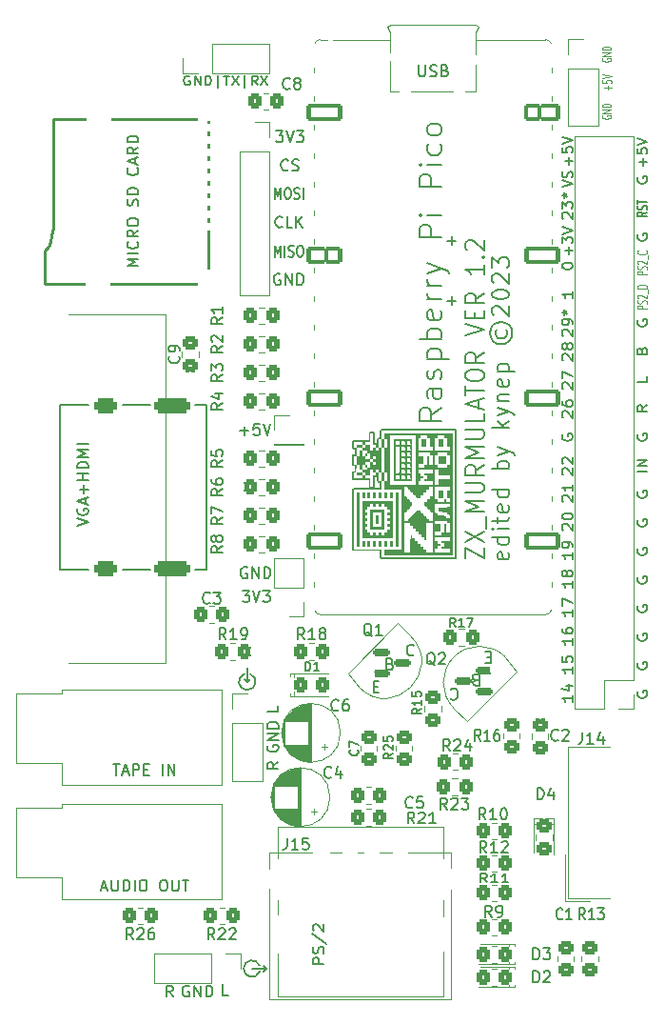
<source format=gto>
G04 #@! TF.GenerationSoftware,KiCad,Pcbnew,6.0.11-2627ca5db0~126~ubuntu20.04.1*
G04 #@! TF.CreationDate,2023-09-26T13:38:11+05:00*
G04 #@! TF.ProjectId,33NJU23,33334e4a-5532-4332-9e6b-696361645f70,rev?*
G04 #@! TF.SameCoordinates,Original*
G04 #@! TF.FileFunction,Legend,Top*
G04 #@! TF.FilePolarity,Positive*
%FSLAX46Y46*%
G04 Gerber Fmt 4.6, Leading zero omitted, Abs format (unit mm)*
G04 Created by KiCad (PCBNEW 6.0.11-2627ca5db0~126~ubuntu20.04.1) date 2023-09-26 13:38:11*
%MOMM*%
%LPD*%
G01*
G04 APERTURE LIST*
G04 Aperture macros list*
%AMRoundRect*
0 Rectangle with rounded corners*
0 $1 Rounding radius*
0 $2 $3 $4 $5 $6 $7 $8 $9 X,Y pos of 4 corners*
0 Add a 4 corners polygon primitive as box body*
4,1,4,$2,$3,$4,$5,$6,$7,$8,$9,$2,$3,0*
0 Add four circle primitives for the rounded corners*
1,1,$1+$1,$2,$3*
1,1,$1+$1,$4,$5*
1,1,$1+$1,$6,$7*
1,1,$1+$1,$8,$9*
0 Add four rect primitives between the rounded corners*
20,1,$1+$1,$2,$3,$4,$5,0*
20,1,$1+$1,$4,$5,$6,$7,0*
20,1,$1+$1,$6,$7,$8,$9,0*
20,1,$1+$1,$8,$9,$2,$3,0*%
%AMFreePoly0*
4,1,57,1.881438,0.792513,1.914631,0.788760,1.924366,0.782642,1.935575,0.780064,1.961670,0.759195,1.989950,0.741421,2.341668,0.389704,2.359398,0.361385,2.380215,0.335261,2.382772,0.324050,2.388875,0.314303,2.392571,0.281098,2.400000,0.248529,2.400000,-0.248878,2.392513,-0.281438,2.388760,-0.314632,2.382641,-0.324367,2.380064,-0.335575,2.359196,-0.361669,2.341421,-0.389950,
1.989704,-0.741668,1.961385,-0.759398,1.935261,-0.780215,1.924050,-0.782772,1.914303,-0.788875,1.881098,-0.792571,1.848529,-0.800000,-0.248878,-0.800000,-0.281438,-0.792513,-0.314632,-0.788760,-0.324367,-0.782641,-0.335575,-0.780064,-0.361669,-0.759196,-0.389950,-0.741421,-0.741668,-0.389704,-0.759398,-0.361385,-0.780215,-0.335261,-0.782772,-0.324050,-0.788875,-0.314303,-0.792571,-0.281098,
-0.800000,-0.248529,-0.800000,0.248878,-0.792513,0.281438,-0.788760,0.314631,-0.782642,0.324366,-0.780064,0.335575,-0.759195,0.361670,-0.741421,0.389950,-0.389704,0.741668,-0.361385,0.759398,-0.335261,0.780215,-0.324050,0.782772,-0.314303,0.788875,-0.281098,0.792571,-0.248529,0.800000,1.848878,0.800000,1.881438,0.792513,1.881438,0.792513,$1*%
%AMFreePoly1*
4,1,57,0.281438,0.792513,0.314631,0.788760,0.324366,0.782642,0.335575,0.780064,0.361670,0.759195,0.389950,0.741421,0.741668,0.389704,0.759398,0.361385,0.780215,0.335261,0.782772,0.324050,0.788875,0.314303,0.792571,0.281098,0.800000,0.248529,0.800000,-0.248878,0.792513,-0.281438,0.788760,-0.314632,0.782641,-0.324367,0.780064,-0.335575,0.759196,-0.361669,0.741421,-0.389950,
0.389704,-0.741668,0.361385,-0.759398,0.335261,-0.780215,0.324050,-0.782772,0.314303,-0.788875,0.281098,-0.792571,0.248529,-0.800000,-0.248878,-0.800000,-0.281438,-0.792513,-0.314632,-0.788760,-0.324367,-0.782641,-0.335575,-0.780064,-0.361669,-0.759196,-0.389950,-0.741421,-0.741668,-0.389704,-0.759398,-0.361385,-0.780215,-0.335261,-0.782772,-0.324050,-0.788875,-0.314303,-0.792571,-0.281098,
-0.800000,-0.248529,-0.800000,0.248878,-0.792513,0.281438,-0.788760,0.314631,-0.782642,0.324366,-0.780064,0.335575,-0.759195,0.361670,-0.741421,0.389950,-0.389704,0.741668,-0.361385,0.759398,-0.335261,0.780215,-0.324050,0.782772,-0.314303,0.788875,-0.281098,0.792571,-0.248529,0.800000,0.248878,0.800000,0.281438,0.792513,0.281438,0.792513,$1*%
G04 Aperture macros list end*
%ADD10C,0.120000*%
%ADD11C,0.150000*%
%ADD12C,0.125000*%
%ADD13C,0.200000*%
%ADD14C,0.250000*%
%ADD15C,1.000000*%
%ADD16RoundRect,0.250000X0.350000X0.450000X-0.350000X0.450000X-0.350000X-0.450000X0.350000X-0.450000X0*%
%ADD17C,1.700000*%
%ADD18R,2.000000X0.700000*%
%ADD19R,1.400000X1.600000*%
%ADD20R,1.400000X1.200000*%
%ADD21R,2.200000X1.200000*%
%ADD22RoundRect,0.250000X-0.350000X-0.450000X0.350000X-0.450000X0.350000X0.450000X-0.350000X0.450000X0*%
%ADD23R,1.700000X1.700000*%
%ADD24O,1.700000X1.700000*%
%ADD25R,2.600000X0.300000*%
%ADD26RoundRect,0.350000X-1.300000X0.350000X-1.300000X-0.350000X1.300000X-0.350000X1.300000X0.350000X0*%
%ADD27RoundRect,0.350000X-0.700000X0.350000X-0.700000X-0.350000X0.700000X-0.350000X0.700000X0.350000X0*%
%ADD28RoundRect,0.250000X0.450000X-0.350000X0.450000X0.350000X-0.450000X0.350000X-0.450000X-0.350000X0*%
%ADD29RoundRect,0.150000X0.587500X0.150000X-0.587500X0.150000X-0.587500X-0.150000X0.587500X-0.150000X0*%
%ADD30O,1.800000X2.800000*%
%ADD31O,2.000000X3.500000*%
%ADD32O,4.000000X2.000000*%
%ADD33RoundRect,0.150000X-0.587500X-0.150000X0.587500X-0.150000X0.587500X0.150000X-0.587500X0.150000X0*%
%ADD34R,1.524000X2.600000*%
%ADD35O,1.524000X2.600000*%
%ADD36C,3.500000*%
%ADD37RoundRect,0.250000X-0.450000X0.350000X-0.450000X-0.350000X0.450000X-0.350000X0.450000X0.350000X0*%
%ADD38C,4.000000*%
%ADD39R,1.600000X1.600000*%
%ADD40C,1.600000*%
%ADD41FreePoly0,0.000000*%
%ADD42FreePoly1,0.000000*%
%ADD43O,3.200000X1.600000*%
%ADD44RoundRect,0.200000X-0.600000X-0.600000X0.600000X-0.600000X0.600000X0.600000X-0.600000X0.600000X0*%
%ADD45RoundRect,0.200000X-1.400000X-0.600000X1.400000X-0.600000X1.400000X0.600000X-1.400000X0.600000X0*%
%ADD46R,3.480000X1.846667*%
%ADD47C,0.650000*%
%ADD48O,1.000000X1.600000*%
%ADD49O,1.000000X2.100000*%
%ADD50O,1.100000X1.500000*%
G04 APERTURE END LIST*
D10*
X71869648Y-97404315D02*
X73647648Y-97404315D01*
D11*
X48077064Y-110744000D02*
X47823064Y-110998000D01*
D10*
X70104000Y-108585000D02*
X70104000Y-110363000D01*
D11*
X46332069Y-85312617D02*
X46078069Y-85058617D01*
X46078069Y-84550617D02*
G75*
G03*
X46586069Y-84550617I254000J-693400D01*
G01*
D10*
X67056000Y-108585000D02*
X70104000Y-108585000D01*
X67056000Y-110617000D02*
X70104000Y-110617000D01*
X73647648Y-97404315D02*
X73647648Y-100579315D01*
X69596000Y-110617000D02*
X69596000Y-112395000D01*
D11*
X47442064Y-110490000D02*
G75*
G03*
X47442064Y-110998000I-693364J-254000D01*
G01*
X47823064Y-110490000D02*
X48077064Y-110744000D01*
D10*
X71869648Y-100452315D02*
X71869648Y-97404315D01*
D11*
X46332069Y-84042617D02*
X46332069Y-85312617D01*
D10*
X70104000Y-110363000D02*
X66929000Y-110363000D01*
X70104000Y-110617000D02*
X70104000Y-112395000D01*
X71869648Y-97912315D02*
X73647648Y-97912315D01*
D11*
X46807064Y-110744000D02*
X48077064Y-110744000D01*
X48077064Y-110744000D02*
X47823064Y-110490000D01*
D10*
X69596000Y-108585000D02*
X69596000Y-110363000D01*
D11*
X46586069Y-85058617D02*
X46332069Y-85312617D01*
D10*
X70104000Y-112395000D02*
X66929000Y-112395000D01*
D11*
X46332069Y-85312617D02*
X46586069Y-85058617D01*
X81084000Y-86098095D02*
X81041142Y-86193333D01*
X81041142Y-86336190D01*
X81084000Y-86479047D01*
X81169714Y-86574285D01*
X81255428Y-86621904D01*
X81426857Y-86669523D01*
X81555428Y-86669523D01*
X81726857Y-86621904D01*
X81812571Y-86574285D01*
X81898285Y-86479047D01*
X81941142Y-86336190D01*
X81941142Y-86240952D01*
X81898285Y-86098095D01*
X81855428Y-86050476D01*
X81555428Y-86050476D01*
X81555428Y-86240952D01*
X81084000Y-75938095D02*
X81041142Y-76033333D01*
X81041142Y-76176190D01*
X81084000Y-76319047D01*
X81169714Y-76414285D01*
X81255428Y-76461904D01*
X81426857Y-76509523D01*
X81555428Y-76509523D01*
X81726857Y-76461904D01*
X81812571Y-76414285D01*
X81898285Y-76319047D01*
X81941142Y-76176190D01*
X81941142Y-76080952D01*
X81898285Y-75938095D01*
X81855428Y-75890476D01*
X81555428Y-75890476D01*
X81555428Y-76080952D01*
X75272537Y-83907892D02*
X75272537Y-84479320D01*
X75272537Y-84193606D02*
X74372537Y-84193606D01*
X74501109Y-84288844D01*
X74586823Y-84384082D01*
X74629680Y-84479320D01*
X74372537Y-83003130D02*
X74372537Y-83479320D01*
X74801109Y-83526939D01*
X74758252Y-83479320D01*
X74715395Y-83384082D01*
X74715395Y-83145987D01*
X74758252Y-83050749D01*
X74801109Y-83003130D01*
X74886823Y-82955511D01*
X75101109Y-82955511D01*
X75186823Y-83003130D01*
X75229680Y-83050749D01*
X75272537Y-83145987D01*
X75272537Y-83384082D01*
X75229680Y-83479320D01*
X75186823Y-83526939D01*
X74458252Y-54507273D02*
X74415395Y-54459654D01*
X74372537Y-54364416D01*
X74372537Y-54126320D01*
X74415395Y-54031082D01*
X74458252Y-53983463D01*
X74543966Y-53935844D01*
X74629680Y-53935844D01*
X74758252Y-53983463D01*
X75272537Y-54554892D01*
X75272537Y-53935844D01*
X75272537Y-53459654D02*
X75272537Y-53269177D01*
X75229680Y-53173939D01*
X75186823Y-53126320D01*
X75058252Y-53031082D01*
X74886823Y-52983463D01*
X74543966Y-52983463D01*
X74458252Y-53031082D01*
X74415395Y-53078701D01*
X74372537Y-53173939D01*
X74372537Y-53364416D01*
X74415395Y-53459654D01*
X74458252Y-53507273D01*
X74543966Y-53554892D01*
X74758252Y-53554892D01*
X74843966Y-53507273D01*
X74886823Y-53459654D01*
X74929680Y-53364416D01*
X74929680Y-53173939D01*
X74886823Y-53078701D01*
X74843966Y-53031082D01*
X74758252Y-52983463D01*
X74372537Y-52412035D02*
X74586823Y-52412035D01*
X74501109Y-52650130D02*
X74586823Y-52412035D01*
X74501109Y-52173939D01*
X74758252Y-52554892D02*
X74586823Y-52412035D01*
X74758252Y-52269177D01*
X81469714Y-55808571D02*
X81512571Y-55665714D01*
X81555428Y-55618095D01*
X81641142Y-55570476D01*
X81769714Y-55570476D01*
X81855428Y-55618095D01*
X81898285Y-55665714D01*
X81941142Y-55760952D01*
X81941142Y-56141904D01*
X81041142Y-56141904D01*
X81041142Y-55808571D01*
X81084000Y-55713333D01*
X81126857Y-55665714D01*
X81212571Y-55618095D01*
X81298285Y-55618095D01*
X81384000Y-55665714D01*
X81426857Y-55713333D01*
X81469714Y-55808571D01*
X81469714Y-56141904D01*
X74458252Y-71779320D02*
X74415395Y-71731701D01*
X74372537Y-71636463D01*
X74372537Y-71398368D01*
X74415395Y-71303130D01*
X74458252Y-71255511D01*
X74543966Y-71207892D01*
X74629680Y-71207892D01*
X74758252Y-71255511D01*
X75272537Y-71826939D01*
X75272537Y-71207892D01*
X74372537Y-70588844D02*
X74372537Y-70493606D01*
X74415395Y-70398368D01*
X74458252Y-70350749D01*
X74543966Y-70303130D01*
X74715395Y-70255511D01*
X74929680Y-70255511D01*
X75101109Y-70303130D01*
X75186823Y-70350749D01*
X75229680Y-70398368D01*
X75272537Y-70493606D01*
X75272537Y-70588844D01*
X75229680Y-70684082D01*
X75186823Y-70731701D01*
X75101109Y-70779320D01*
X74929680Y-70826939D01*
X74715395Y-70826939D01*
X74543966Y-70779320D01*
X74458252Y-70731701D01*
X74415395Y-70684082D01*
X74372537Y-70588844D01*
X75272537Y-81367892D02*
X75272537Y-81939320D01*
X75272537Y-81653606D02*
X74372537Y-81653606D01*
X74501109Y-81748844D01*
X74586823Y-81844082D01*
X74629680Y-81939320D01*
X74372537Y-80510749D02*
X74372537Y-80701225D01*
X74415395Y-80796463D01*
X74458252Y-80844082D01*
X74586823Y-80939320D01*
X74758252Y-80986939D01*
X75101109Y-80986939D01*
X75186823Y-80939320D01*
X75229680Y-80891701D01*
X75272537Y-80796463D01*
X75272537Y-80605987D01*
X75229680Y-80510749D01*
X75186823Y-80463130D01*
X75101109Y-80415511D01*
X74886823Y-80415511D01*
X74801109Y-80463130D01*
X74758252Y-80510749D01*
X74715395Y-80605987D01*
X74715395Y-80796463D01*
X74758252Y-80891701D01*
X74801109Y-80939320D01*
X74886823Y-80986939D01*
X49457184Y-44771195D02*
X49409565Y-44818814D01*
X49266708Y-44866433D01*
X49171470Y-44866433D01*
X49028613Y-44818814D01*
X48933375Y-44723576D01*
X48885756Y-44628338D01*
X48838137Y-44437862D01*
X48838137Y-44295005D01*
X48885756Y-44104529D01*
X48933375Y-44009291D01*
X49028613Y-43914053D01*
X49171470Y-43866433D01*
X49266708Y-43866433D01*
X49409565Y-43914053D01*
X49457184Y-43961672D01*
X50361946Y-44866433D02*
X49885756Y-44866433D01*
X49885756Y-43866433D01*
X50695280Y-44866433D02*
X50695280Y-43866433D01*
X51266708Y-44866433D02*
X50838137Y-44295005D01*
X51266708Y-43866433D02*
X50695280Y-44437862D01*
X48769465Y-47473747D02*
X48769465Y-46473747D01*
X49036131Y-47188033D01*
X49302798Y-46473747D01*
X49302798Y-47473747D01*
X49683750Y-47473747D02*
X49683750Y-46473747D01*
X50026608Y-47426128D02*
X50140893Y-47473747D01*
X50331369Y-47473747D01*
X50407560Y-47426128D01*
X50445655Y-47378509D01*
X50483750Y-47283271D01*
X50483750Y-47188033D01*
X50445655Y-47092795D01*
X50407560Y-47045176D01*
X50331369Y-46997557D01*
X50178988Y-46949938D01*
X50102798Y-46902319D01*
X50064703Y-46854700D01*
X50026608Y-46759462D01*
X50026608Y-46664224D01*
X50064703Y-46568986D01*
X50102798Y-46521367D01*
X50178988Y-46473747D01*
X50369465Y-46473747D01*
X50483750Y-46521367D01*
X50978988Y-46473747D02*
X51131369Y-46473747D01*
X51207560Y-46521367D01*
X51283750Y-46616605D01*
X51321846Y-46807081D01*
X51321846Y-47140414D01*
X51283750Y-47330890D01*
X51207560Y-47426128D01*
X51131369Y-47473747D01*
X50978988Y-47473747D01*
X50902798Y-47426128D01*
X50826608Y-47330890D01*
X50788512Y-47140414D01*
X50788512Y-46807081D01*
X50826608Y-46616605D01*
X50902798Y-46521367D01*
X50978988Y-46473747D01*
X74458252Y-59206320D02*
X74415395Y-59158701D01*
X74372537Y-59063463D01*
X74372537Y-58825368D01*
X74415395Y-58730130D01*
X74458252Y-58682511D01*
X74543966Y-58634892D01*
X74629680Y-58634892D01*
X74758252Y-58682511D01*
X75272537Y-59253939D01*
X75272537Y-58634892D01*
X74372537Y-58301558D02*
X74372537Y-57634892D01*
X75272537Y-58063463D01*
X48795280Y-42336565D02*
X48795280Y-41336565D01*
X49061946Y-42050851D01*
X49328613Y-41336565D01*
X49328613Y-42336565D01*
X49861946Y-41336565D02*
X50014327Y-41336565D01*
X50090518Y-41384185D01*
X50166708Y-41479423D01*
X50204803Y-41669899D01*
X50204803Y-42003232D01*
X50166708Y-42193708D01*
X50090518Y-42288946D01*
X50014327Y-42336565D01*
X49861946Y-42336565D01*
X49785756Y-42288946D01*
X49709565Y-42193708D01*
X49671470Y-42003232D01*
X49671470Y-41669899D01*
X49709565Y-41479423D01*
X49785756Y-41384185D01*
X49861946Y-41336565D01*
X50509565Y-42288946D02*
X50623851Y-42336565D01*
X50814327Y-42336565D01*
X50890518Y-42288946D01*
X50928613Y-42241327D01*
X50966708Y-42146089D01*
X50966708Y-42050851D01*
X50928613Y-41955613D01*
X50890518Y-41907994D01*
X50814327Y-41860375D01*
X50661946Y-41812756D01*
X50585756Y-41765137D01*
X50547661Y-41717518D01*
X50509565Y-41622280D01*
X50509565Y-41527042D01*
X50547661Y-41431804D01*
X50585756Y-41384185D01*
X50661946Y-41336565D01*
X50852423Y-41336565D01*
X50966708Y-41384185D01*
X51309565Y-42336565D02*
X51309565Y-41336565D01*
X64135047Y-51379428D02*
X64896952Y-51379428D01*
X64516000Y-51760380D02*
X64516000Y-50998476D01*
X81941142Y-66563809D02*
X81041142Y-66563809D01*
X81941142Y-66087619D02*
X81041142Y-66087619D01*
X81941142Y-65516190D01*
X81041142Y-65516190D01*
X75272537Y-76287892D02*
X75272537Y-76859320D01*
X75272537Y-76573606D02*
X74372537Y-76573606D01*
X74501109Y-76668844D01*
X74586823Y-76764082D01*
X74629680Y-76859320D01*
X74758252Y-75716463D02*
X74715395Y-75811701D01*
X74672537Y-75859320D01*
X74586823Y-75906939D01*
X74543966Y-75906939D01*
X74458252Y-75859320D01*
X74415395Y-75811701D01*
X74372537Y-75716463D01*
X74372537Y-75525987D01*
X74415395Y-75430749D01*
X74458252Y-75383130D01*
X74543966Y-75335511D01*
X74586823Y-75335511D01*
X74672537Y-75383130D01*
X74715395Y-75430749D01*
X74758252Y-75525987D01*
X74758252Y-75716463D01*
X74801109Y-75811701D01*
X74843966Y-75859320D01*
X74929680Y-75906939D01*
X75101109Y-75906939D01*
X75186823Y-75859320D01*
X75229680Y-75811701D01*
X75272537Y-75716463D01*
X75272537Y-75525987D01*
X75229680Y-75430749D01*
X75186823Y-75383130D01*
X75101109Y-75335511D01*
X74929680Y-75335511D01*
X74843966Y-75383130D01*
X74801109Y-75430749D01*
X74758252Y-75525987D01*
D12*
X77959000Y-34924952D02*
X77920904Y-34972571D01*
X77920904Y-35044000D01*
X77959000Y-35115428D01*
X78035190Y-35163047D01*
X78111380Y-35186857D01*
X78263761Y-35210666D01*
X78378047Y-35210666D01*
X78530428Y-35186857D01*
X78606619Y-35163047D01*
X78682809Y-35115428D01*
X78720904Y-35044000D01*
X78720904Y-34996380D01*
X78682809Y-34924952D01*
X78644714Y-34901142D01*
X78378047Y-34901142D01*
X78378047Y-34996380D01*
X78720904Y-34686857D02*
X77920904Y-34686857D01*
X78720904Y-34401142D01*
X77920904Y-34401142D01*
X78720904Y-34163047D02*
X77920904Y-34163047D01*
X77920904Y-34044000D01*
X77959000Y-33972571D01*
X78035190Y-33924952D01*
X78111380Y-33901142D01*
X78263761Y-33877333D01*
X78378047Y-33877333D01*
X78530428Y-33901142D01*
X78606619Y-33924952D01*
X78682809Y-33972571D01*
X78720904Y-34044000D01*
X78720904Y-34163047D01*
D11*
X49264703Y-49025421D02*
X49169465Y-48977801D01*
X49026608Y-48977801D01*
X48883750Y-49025421D01*
X48788512Y-49120659D01*
X48740893Y-49215897D01*
X48693274Y-49406373D01*
X48693274Y-49549230D01*
X48740893Y-49739706D01*
X48788512Y-49834944D01*
X48883750Y-49930182D01*
X49026608Y-49977801D01*
X49121846Y-49977801D01*
X49264703Y-49930182D01*
X49312322Y-49882563D01*
X49312322Y-49549230D01*
X49121846Y-49549230D01*
X49740893Y-49977801D02*
X49740893Y-48977801D01*
X50312322Y-49977801D01*
X50312322Y-48977801D01*
X50788512Y-49977801D02*
X50788512Y-48977801D01*
X51026608Y-48977801D01*
X51169465Y-49025421D01*
X51264703Y-49120659D01*
X51312322Y-49215897D01*
X51359941Y-49406373D01*
X51359941Y-49549230D01*
X51312322Y-49739706D01*
X51264703Y-49834944D01*
X51169465Y-49930182D01*
X51026608Y-49977801D01*
X50788512Y-49977801D01*
X74458252Y-44093273D02*
X74415395Y-44045654D01*
X74372537Y-43950416D01*
X74372537Y-43712320D01*
X74415395Y-43617082D01*
X74458252Y-43569463D01*
X74543966Y-43521844D01*
X74629680Y-43521844D01*
X74758252Y-43569463D01*
X75272537Y-44140892D01*
X75272537Y-43521844D01*
X74372537Y-43188511D02*
X74372537Y-42569463D01*
X74715395Y-42902796D01*
X74715395Y-42759939D01*
X74758252Y-42664701D01*
X74801109Y-42617082D01*
X74886823Y-42569463D01*
X75101109Y-42569463D01*
X75186823Y-42617082D01*
X75229680Y-42664701D01*
X75272537Y-42759939D01*
X75272537Y-43045654D01*
X75229680Y-43140892D01*
X75186823Y-43188511D01*
X74372537Y-41998035D02*
X74586823Y-41998035D01*
X74501109Y-42236130D02*
X74586823Y-41998035D01*
X74501109Y-41759939D01*
X74758252Y-42140892D02*
X74586823Y-41998035D01*
X74758252Y-41855177D01*
X49090877Y-87405704D02*
X49090877Y-87881894D01*
X48090877Y-87881894D01*
X75272537Y-86447892D02*
X75272537Y-87019320D01*
X75272537Y-86733606D02*
X74372537Y-86733606D01*
X74501109Y-86828844D01*
X74586823Y-86924082D01*
X74629680Y-87019320D01*
X74672537Y-85590749D02*
X75272537Y-85590749D01*
X74329680Y-85828844D02*
X74972537Y-86066939D01*
X74972537Y-85447892D01*
X45704285Y-62936428D02*
X46466190Y-62936428D01*
X46085238Y-63317380D02*
X46085238Y-62555476D01*
X47418571Y-62317380D02*
X46942380Y-62317380D01*
X46894761Y-62793571D01*
X46942380Y-62745952D01*
X47037619Y-62698333D01*
X47275714Y-62698333D01*
X47370952Y-62745952D01*
X47418571Y-62793571D01*
X47466190Y-62888809D01*
X47466190Y-63126904D01*
X47418571Y-63222142D01*
X47370952Y-63269761D01*
X47275714Y-63317380D01*
X47037619Y-63317380D01*
X46942380Y-63269761D01*
X46894761Y-63222142D01*
X47751904Y-62317380D02*
X48085238Y-63317380D01*
X48418571Y-62317380D01*
X45910888Y-77148562D02*
X46529936Y-77148562D01*
X46196603Y-77529515D01*
X46339460Y-77529515D01*
X46434698Y-77577134D01*
X46482317Y-77624753D01*
X46529936Y-77719991D01*
X46529936Y-77958086D01*
X46482317Y-78053324D01*
X46434698Y-78100943D01*
X46339460Y-78148562D01*
X46053745Y-78148562D01*
X45958507Y-78100943D01*
X45910888Y-78053324D01*
X46815650Y-77148562D02*
X47148984Y-78148562D01*
X47482317Y-77148562D01*
X47720412Y-77148562D02*
X48339460Y-77148562D01*
X48006126Y-77529515D01*
X48148984Y-77529515D01*
X48244222Y-77577134D01*
X48291841Y-77624753D01*
X48339460Y-77719991D01*
X48339460Y-77958086D01*
X48291841Y-78053324D01*
X48244222Y-78100943D01*
X48148984Y-78148562D01*
X47863269Y-78148562D01*
X47768031Y-78100943D01*
X47720412Y-78053324D01*
X48151641Y-90908695D02*
X48104021Y-91003933D01*
X48104021Y-91146791D01*
X48151641Y-91289648D01*
X48246879Y-91384886D01*
X48342117Y-91432505D01*
X48532593Y-91480124D01*
X48675450Y-91480124D01*
X48865926Y-91432505D01*
X48961164Y-91384886D01*
X49056402Y-91289648D01*
X49104021Y-91146791D01*
X49104021Y-91051552D01*
X49056402Y-90908695D01*
X49008783Y-90861076D01*
X48675450Y-90861076D01*
X48675450Y-91051552D01*
X49104021Y-90432505D02*
X48104021Y-90432505D01*
X49104021Y-89861076D01*
X48104021Y-89861076D01*
X49104021Y-89384886D02*
X48104021Y-89384886D01*
X48104021Y-89146791D01*
X48151641Y-89003933D01*
X48246879Y-88908695D01*
X48342117Y-88861076D01*
X48532593Y-88813457D01*
X48675450Y-88813457D01*
X48865926Y-88861076D01*
X48961164Y-88908695D01*
X49056402Y-89003933D01*
X49104021Y-89146791D01*
X49104021Y-89384886D01*
X74458252Y-61746320D02*
X74415395Y-61698701D01*
X74372537Y-61603463D01*
X74372537Y-61365368D01*
X74415395Y-61270130D01*
X74458252Y-61222511D01*
X74543966Y-61174892D01*
X74629680Y-61174892D01*
X74758252Y-61222511D01*
X75272537Y-61793939D01*
X75272537Y-61174892D01*
X74372537Y-60317749D02*
X74372537Y-60508225D01*
X74415395Y-60603463D01*
X74458252Y-60651082D01*
X74586823Y-60746320D01*
X74758252Y-60793939D01*
X75101109Y-60793939D01*
X75186823Y-60746320D01*
X75229680Y-60698701D01*
X75272537Y-60603463D01*
X75272537Y-60412987D01*
X75229680Y-60317749D01*
X75186823Y-60270130D01*
X75101109Y-60222511D01*
X74886823Y-60222511D01*
X74801109Y-60270130D01*
X74758252Y-60317749D01*
X74715395Y-60412987D01*
X74715395Y-60603463D01*
X74758252Y-60698701D01*
X74801109Y-60746320D01*
X74886823Y-60793939D01*
X81084000Y-63238095D02*
X81041142Y-63333333D01*
X81041142Y-63476190D01*
X81084000Y-63619047D01*
X81169714Y-63714285D01*
X81255428Y-63761904D01*
X81426857Y-63809523D01*
X81555428Y-63809523D01*
X81726857Y-63761904D01*
X81812571Y-63714285D01*
X81898285Y-63619047D01*
X81941142Y-63476190D01*
X81941142Y-63380952D01*
X81898285Y-63238095D01*
X81855428Y-63190476D01*
X81555428Y-63190476D01*
X81555428Y-63380952D01*
D12*
X81941142Y-49053619D02*
X81041142Y-49053619D01*
X81041142Y-48863142D01*
X81084000Y-48815523D01*
X81126857Y-48791714D01*
X81212571Y-48767904D01*
X81341142Y-48767904D01*
X81426857Y-48791714D01*
X81469714Y-48815523D01*
X81512571Y-48863142D01*
X81512571Y-49053619D01*
X81898285Y-48577428D02*
X81941142Y-48506000D01*
X81941142Y-48386952D01*
X81898285Y-48339333D01*
X81855428Y-48315523D01*
X81769714Y-48291714D01*
X81684000Y-48291714D01*
X81598285Y-48315523D01*
X81555428Y-48339333D01*
X81512571Y-48386952D01*
X81469714Y-48482190D01*
X81426857Y-48529809D01*
X81384000Y-48553619D01*
X81298285Y-48577428D01*
X81212571Y-48577428D01*
X81126857Y-48553619D01*
X81084000Y-48529809D01*
X81041142Y-48482190D01*
X81041142Y-48363142D01*
X81084000Y-48291714D01*
X81126857Y-48101238D02*
X81084000Y-48077428D01*
X81041142Y-48029809D01*
X81041142Y-47910761D01*
X81084000Y-47863142D01*
X81126857Y-47839333D01*
X81212571Y-47815523D01*
X81298285Y-47815523D01*
X81426857Y-47839333D01*
X81941142Y-48125047D01*
X81941142Y-47815523D01*
X82026857Y-47720285D02*
X82026857Y-47339333D01*
X81855428Y-46934571D02*
X81898285Y-46958380D01*
X81941142Y-47029809D01*
X81941142Y-47077428D01*
X81898285Y-47148857D01*
X81812571Y-47196476D01*
X81726857Y-47220285D01*
X81555428Y-47244095D01*
X81426857Y-47244095D01*
X81255428Y-47220285D01*
X81169714Y-47196476D01*
X81084000Y-47148857D01*
X81041142Y-47077428D01*
X81041142Y-47029809D01*
X81084000Y-46958380D01*
X81126857Y-46934571D01*
D11*
X81941142Y-58110476D02*
X81941142Y-58586666D01*
X81041142Y-58586666D01*
D12*
X78430666Y-32651006D02*
X78430666Y-32270053D01*
X78735428Y-32460529D02*
X78125904Y-32460529D01*
X77935428Y-31793863D02*
X77935428Y-32031958D01*
X78316381Y-32055768D01*
X78278285Y-32031958D01*
X78240190Y-31984339D01*
X78240190Y-31865291D01*
X78278285Y-31817672D01*
X78316381Y-31793863D01*
X78392571Y-31770053D01*
X78583047Y-31770053D01*
X78659238Y-31793863D01*
X78697333Y-31817672D01*
X78735428Y-31865291D01*
X78735428Y-31984339D01*
X78697333Y-32031958D01*
X78659238Y-32055768D01*
X77935428Y-31627196D02*
X78735428Y-31460529D01*
X77935428Y-31293863D01*
X77959000Y-29844952D02*
X77920904Y-29892571D01*
X77920904Y-29964000D01*
X77959000Y-30035428D01*
X78035190Y-30083047D01*
X78111380Y-30106857D01*
X78263761Y-30130666D01*
X78378047Y-30130666D01*
X78530428Y-30106857D01*
X78606619Y-30083047D01*
X78682809Y-30035428D01*
X78720904Y-29964000D01*
X78720904Y-29916380D01*
X78682809Y-29844952D01*
X78644714Y-29821142D01*
X78378047Y-29821142D01*
X78378047Y-29916380D01*
X78720904Y-29606857D02*
X77920904Y-29606857D01*
X78720904Y-29321142D01*
X77920904Y-29321142D01*
X78720904Y-29083047D02*
X77920904Y-29083047D01*
X77920904Y-28964000D01*
X77959000Y-28892571D01*
X78035190Y-28844952D01*
X78111380Y-28821142D01*
X78263761Y-28797333D01*
X78378047Y-28797333D01*
X78530428Y-28821142D01*
X78606619Y-28844952D01*
X78682809Y-28892571D01*
X78720904Y-28964000D01*
X78720904Y-29083047D01*
D11*
X81941142Y-60650476D02*
X81512571Y-60983809D01*
X81941142Y-61221904D02*
X81041142Y-61221904D01*
X81041142Y-60840952D01*
X81084000Y-60745714D01*
X81126857Y-60698095D01*
X81212571Y-60650476D01*
X81341142Y-60650476D01*
X81426857Y-60698095D01*
X81469714Y-60745714D01*
X81512571Y-60840952D01*
X81512571Y-61221904D01*
X81084000Y-78478095D02*
X81041142Y-78573333D01*
X81041142Y-78716190D01*
X81084000Y-78859047D01*
X81169714Y-78954285D01*
X81255428Y-79001904D01*
X81426857Y-79049523D01*
X81555428Y-79049523D01*
X81726857Y-79001904D01*
X81812571Y-78954285D01*
X81898285Y-78859047D01*
X81941142Y-78716190D01*
X81941142Y-78620952D01*
X81898285Y-78478095D01*
X81855428Y-78430476D01*
X81555428Y-78430476D01*
X81555428Y-78620952D01*
X49973333Y-39727142D02*
X49925714Y-39774761D01*
X49782857Y-39822380D01*
X49687619Y-39822380D01*
X49544761Y-39774761D01*
X49449523Y-39679523D01*
X49401904Y-39584285D01*
X49354285Y-39393809D01*
X49354285Y-39250952D01*
X49401904Y-39060476D01*
X49449523Y-38965238D01*
X49544761Y-38870000D01*
X49687619Y-38822380D01*
X49782857Y-38822380D01*
X49925714Y-38870000D01*
X49973333Y-38917619D01*
X50354285Y-39774761D02*
X50497142Y-39822380D01*
X50735238Y-39822380D01*
X50830476Y-39774761D01*
X50878095Y-39727142D01*
X50925714Y-39631904D01*
X50925714Y-39536666D01*
X50878095Y-39441428D01*
X50830476Y-39393809D01*
X50735238Y-39346190D01*
X50544761Y-39298571D01*
X50449523Y-39250952D01*
X50401904Y-39203333D01*
X50354285Y-39108095D01*
X50354285Y-39012857D01*
X50401904Y-38917619D01*
X50449523Y-38870000D01*
X50544761Y-38822380D01*
X50782857Y-38822380D01*
X50925714Y-38870000D01*
X81084000Y-53078095D02*
X81041142Y-53173333D01*
X81041142Y-53316190D01*
X81084000Y-53459047D01*
X81169714Y-53554285D01*
X81255428Y-53601904D01*
X81426857Y-53649523D01*
X81555428Y-53649523D01*
X81726857Y-53601904D01*
X81812571Y-53554285D01*
X81898285Y-53459047D01*
X81941142Y-53316190D01*
X81941142Y-53220952D01*
X81898285Y-53078095D01*
X81855428Y-53030476D01*
X81555428Y-53030476D01*
X81555428Y-53220952D01*
X46318943Y-75106667D02*
X46223705Y-75059047D01*
X46080848Y-75059047D01*
X45937990Y-75106667D01*
X45842752Y-75201905D01*
X45795133Y-75297143D01*
X45747514Y-75487619D01*
X45747514Y-75630476D01*
X45795133Y-75820952D01*
X45842752Y-75916190D01*
X45937990Y-76011428D01*
X46080848Y-76059047D01*
X46176086Y-76059047D01*
X46318943Y-76011428D01*
X46366562Y-75963809D01*
X46366562Y-75630476D01*
X46176086Y-75630476D01*
X46795133Y-76059047D02*
X46795133Y-75059047D01*
X47366562Y-76059047D01*
X47366562Y-75059047D01*
X47842752Y-76059047D02*
X47842752Y-75059047D01*
X48080848Y-75059047D01*
X48223705Y-75106667D01*
X48318943Y-75201905D01*
X48366562Y-75297143D01*
X48414181Y-75487619D01*
X48414181Y-75630476D01*
X48366562Y-75820952D01*
X48318943Y-75916190D01*
X48223705Y-76011428D01*
X48080848Y-76059047D01*
X47842752Y-76059047D01*
X74929680Y-39281558D02*
X74929680Y-38595844D01*
X75272537Y-38938701D02*
X74586823Y-38938701D01*
X74372537Y-37738701D02*
X74372537Y-38167273D01*
X74801109Y-38210130D01*
X74758252Y-38167273D01*
X74715395Y-38081558D01*
X74715395Y-37867273D01*
X74758252Y-37781558D01*
X74801109Y-37738701D01*
X74886823Y-37695844D01*
X75101109Y-37695844D01*
X75186823Y-37738701D01*
X75229680Y-37781558D01*
X75272537Y-37867273D01*
X75272537Y-38081558D01*
X75229680Y-38167273D01*
X75186823Y-38210130D01*
X74372537Y-37438701D02*
X75272537Y-37138701D01*
X74372537Y-36838701D01*
X64135047Y-46045428D02*
X64896952Y-46045428D01*
X64516000Y-46426380D02*
X64516000Y-45664476D01*
X74929680Y-47282558D02*
X74929680Y-46596844D01*
X75272537Y-46939701D02*
X74586823Y-46939701D01*
X74372537Y-46253987D02*
X74372537Y-45696844D01*
X74715395Y-45996844D01*
X74715395Y-45868273D01*
X74758252Y-45782558D01*
X74801109Y-45739701D01*
X74886823Y-45696844D01*
X75101109Y-45696844D01*
X75186823Y-45739701D01*
X75229680Y-45782558D01*
X75272537Y-45868273D01*
X75272537Y-46125416D01*
X75229680Y-46211130D01*
X75186823Y-46253987D01*
X74372537Y-45439701D02*
X75272537Y-45139701D01*
X74372537Y-44839701D01*
X34390476Y-92552380D02*
X34961904Y-92552380D01*
X34676190Y-93552380D02*
X34676190Y-92552380D01*
X35247619Y-93266666D02*
X35723809Y-93266666D01*
X35152380Y-93552380D02*
X35485714Y-92552380D01*
X35819047Y-93552380D01*
X36152380Y-93552380D02*
X36152380Y-92552380D01*
X36533333Y-92552380D01*
X36628571Y-92600000D01*
X36676190Y-92647619D01*
X36723809Y-92742857D01*
X36723809Y-92885714D01*
X36676190Y-92980952D01*
X36628571Y-93028571D01*
X36533333Y-93076190D01*
X36152380Y-93076190D01*
X37152380Y-93028571D02*
X37485714Y-93028571D01*
X37628571Y-93552380D02*
X37152380Y-93552380D01*
X37152380Y-92552380D01*
X37628571Y-92552380D01*
X38819047Y-93552380D02*
X38819047Y-92552380D01*
X39295238Y-93552380D02*
X39295238Y-92552380D01*
X39866666Y-93552380D01*
X39866666Y-92552380D01*
X81084000Y-45458095D02*
X81041142Y-45553333D01*
X81041142Y-45696190D01*
X81084000Y-45839047D01*
X81169714Y-45934285D01*
X81255428Y-45981904D01*
X81426857Y-46029523D01*
X81555428Y-46029523D01*
X81726857Y-45981904D01*
X81812571Y-45934285D01*
X81898285Y-45839047D01*
X81941142Y-45696190D01*
X81941142Y-45600952D01*
X81898285Y-45458095D01*
X81855428Y-45410476D01*
X81555428Y-45410476D01*
X81555428Y-45600952D01*
X53157380Y-110323095D02*
X52157380Y-110323095D01*
X52157380Y-109942142D01*
X52205000Y-109846904D01*
X52252619Y-109799285D01*
X52347857Y-109751666D01*
X52490714Y-109751666D01*
X52585952Y-109799285D01*
X52633571Y-109846904D01*
X52681190Y-109942142D01*
X52681190Y-110323095D01*
X53109761Y-109370714D02*
X53157380Y-109227857D01*
X53157380Y-108989761D01*
X53109761Y-108894523D01*
X53062142Y-108846904D01*
X52966904Y-108799285D01*
X52871666Y-108799285D01*
X52776428Y-108846904D01*
X52728809Y-108894523D01*
X52681190Y-108989761D01*
X52633571Y-109180238D01*
X52585952Y-109275476D01*
X52538333Y-109323095D01*
X52443095Y-109370714D01*
X52347857Y-109370714D01*
X52252619Y-109323095D01*
X52205000Y-109275476D01*
X52157380Y-109180238D01*
X52157380Y-108942142D01*
X52205000Y-108799285D01*
X52109761Y-107656428D02*
X53395476Y-108513571D01*
X52252619Y-107370714D02*
X52205000Y-107323095D01*
X52157380Y-107227857D01*
X52157380Y-106989761D01*
X52205000Y-106894523D01*
X52252619Y-106846904D01*
X52347857Y-106799285D01*
X52443095Y-106799285D01*
X52585952Y-106846904D01*
X53157380Y-107418333D01*
X53157380Y-106799285D01*
X81941142Y-43508571D02*
X81512571Y-43708571D01*
X81941142Y-43851428D02*
X81041142Y-43851428D01*
X81041142Y-43622857D01*
X81084000Y-43565714D01*
X81126857Y-43537142D01*
X81212571Y-43508571D01*
X81341142Y-43508571D01*
X81426857Y-43537142D01*
X81469714Y-43565714D01*
X81512571Y-43622857D01*
X81512571Y-43851428D01*
X81898285Y-43280000D02*
X81941142Y-43194285D01*
X81941142Y-43051428D01*
X81898285Y-42994285D01*
X81855428Y-42965714D01*
X81769714Y-42937142D01*
X81684000Y-42937142D01*
X81598285Y-42965714D01*
X81555428Y-42994285D01*
X81512571Y-43051428D01*
X81469714Y-43165714D01*
X81426857Y-43222857D01*
X81384000Y-43251428D01*
X81298285Y-43280000D01*
X81212571Y-43280000D01*
X81126857Y-43251428D01*
X81084000Y-43222857D01*
X81041142Y-43165714D01*
X81041142Y-43022857D01*
X81084000Y-42937142D01*
X81041142Y-42765714D02*
X81041142Y-42422857D01*
X81941142Y-42594285D02*
X81041142Y-42594285D01*
X81084000Y-40378095D02*
X81041142Y-40473333D01*
X81041142Y-40616190D01*
X81084000Y-40759047D01*
X81169714Y-40854285D01*
X81255428Y-40901904D01*
X81426857Y-40949523D01*
X81555428Y-40949523D01*
X81726857Y-40901904D01*
X81812571Y-40854285D01*
X81898285Y-40759047D01*
X81941142Y-40616190D01*
X81941142Y-40520952D01*
X81898285Y-40378095D01*
X81855428Y-40330476D01*
X81555428Y-40330476D01*
X81555428Y-40520952D01*
X33366666Y-103566666D02*
X33842857Y-103566666D01*
X33271428Y-103852380D02*
X33604761Y-102852380D01*
X33938095Y-103852380D01*
X34271428Y-102852380D02*
X34271428Y-103661904D01*
X34319047Y-103757142D01*
X34366666Y-103804761D01*
X34461904Y-103852380D01*
X34652380Y-103852380D01*
X34747619Y-103804761D01*
X34795238Y-103757142D01*
X34842857Y-103661904D01*
X34842857Y-102852380D01*
X35319047Y-103852380D02*
X35319047Y-102852380D01*
X35557142Y-102852380D01*
X35700000Y-102900000D01*
X35795238Y-102995238D01*
X35842857Y-103090476D01*
X35890476Y-103280952D01*
X35890476Y-103423809D01*
X35842857Y-103614285D01*
X35795238Y-103709523D01*
X35700000Y-103804761D01*
X35557142Y-103852380D01*
X35319047Y-103852380D01*
X36319047Y-103852380D02*
X36319047Y-102852380D01*
X36985714Y-102852380D02*
X37176190Y-102852380D01*
X37271428Y-102900000D01*
X37366666Y-102995238D01*
X37414285Y-103185714D01*
X37414285Y-103519047D01*
X37366666Y-103709523D01*
X37271428Y-103804761D01*
X37176190Y-103852380D01*
X36985714Y-103852380D01*
X36890476Y-103804761D01*
X36795238Y-103709523D01*
X36747619Y-103519047D01*
X36747619Y-103185714D01*
X36795238Y-102995238D01*
X36890476Y-102900000D01*
X36985714Y-102852380D01*
X38795238Y-102852380D02*
X38985714Y-102852380D01*
X39080952Y-102900000D01*
X39176190Y-102995238D01*
X39223809Y-103185714D01*
X39223809Y-103519047D01*
X39176190Y-103709523D01*
X39080952Y-103804761D01*
X38985714Y-103852380D01*
X38795238Y-103852380D01*
X38700000Y-103804761D01*
X38604761Y-103709523D01*
X38557142Y-103519047D01*
X38557142Y-103185714D01*
X38604761Y-102995238D01*
X38700000Y-102900000D01*
X38795238Y-102852380D01*
X39652380Y-102852380D02*
X39652380Y-103661904D01*
X39700000Y-103757142D01*
X39747619Y-103804761D01*
X39842857Y-103852380D01*
X40033333Y-103852380D01*
X40128571Y-103804761D01*
X40176190Y-103757142D01*
X40223809Y-103661904D01*
X40223809Y-102852380D01*
X40557142Y-102852380D02*
X41128571Y-102852380D01*
X40842857Y-103852380D02*
X40842857Y-102852380D01*
X44655029Y-113139670D02*
X44178839Y-113139670D01*
X44178839Y-112139670D01*
X74372537Y-48332035D02*
X74372537Y-48236796D01*
X74415395Y-48141558D01*
X74458252Y-48093939D01*
X74543966Y-48046320D01*
X74715395Y-47998701D01*
X74929680Y-47998701D01*
X75101109Y-48046320D01*
X75186823Y-48093939D01*
X75229680Y-48141558D01*
X75272537Y-48236796D01*
X75272537Y-48332035D01*
X75229680Y-48427273D01*
X75186823Y-48474892D01*
X75101109Y-48522511D01*
X74929680Y-48570130D01*
X74715395Y-48570130D01*
X74543966Y-48522511D01*
X74458252Y-48474892D01*
X74415395Y-48427273D01*
X74372537Y-48332035D01*
X81084000Y-73398095D02*
X81041142Y-73493333D01*
X81041142Y-73636190D01*
X81084000Y-73779047D01*
X81169714Y-73874285D01*
X81255428Y-73921904D01*
X81426857Y-73969523D01*
X81555428Y-73969523D01*
X81726857Y-73921904D01*
X81812571Y-73874285D01*
X81898285Y-73779047D01*
X81941142Y-73636190D01*
X81941142Y-73540952D01*
X81898285Y-73398095D01*
X81855428Y-73350476D01*
X81555428Y-73350476D01*
X81555428Y-73540952D01*
X74458252Y-56666320D02*
X74415395Y-56618701D01*
X74372537Y-56523463D01*
X74372537Y-56285368D01*
X74415395Y-56190130D01*
X74458252Y-56142511D01*
X74543966Y-56094892D01*
X74629680Y-56094892D01*
X74758252Y-56142511D01*
X75272537Y-56713939D01*
X75272537Y-56094892D01*
X74758252Y-55523463D02*
X74715395Y-55618701D01*
X74672537Y-55666320D01*
X74586823Y-55713939D01*
X74543966Y-55713939D01*
X74458252Y-55666320D01*
X74415395Y-55618701D01*
X74372537Y-55523463D01*
X74372537Y-55332987D01*
X74415395Y-55237749D01*
X74458252Y-55190130D01*
X74543966Y-55142511D01*
X74586823Y-55142511D01*
X74672537Y-55190130D01*
X74715395Y-55237749D01*
X74758252Y-55332987D01*
X74758252Y-55523463D01*
X74801109Y-55618701D01*
X74843966Y-55666320D01*
X74929680Y-55713939D01*
X75101109Y-55713939D01*
X75186823Y-55666320D01*
X75229680Y-55618701D01*
X75272537Y-55523463D01*
X75272537Y-55332987D01*
X75229680Y-55237749D01*
X75186823Y-55190130D01*
X75101109Y-55142511D01*
X74929680Y-55142511D01*
X74843966Y-55190130D01*
X74801109Y-55237749D01*
X74758252Y-55332987D01*
X39717593Y-113250375D02*
X39384260Y-112774185D01*
X39146165Y-113250375D02*
X39146165Y-112250375D01*
X39527117Y-112250375D01*
X39622355Y-112297995D01*
X39669974Y-112345614D01*
X39717593Y-112440852D01*
X39717593Y-112583709D01*
X39669974Y-112678947D01*
X39622355Y-112726566D01*
X39527117Y-112774185D01*
X39146165Y-112774185D01*
X49093380Y-92400476D02*
X48617190Y-92733809D01*
X49093380Y-92971904D02*
X48093380Y-92971904D01*
X48093380Y-92590952D01*
X48141000Y-92495714D01*
X48188619Y-92448095D01*
X48283857Y-92400476D01*
X48426714Y-92400476D01*
X48521952Y-92448095D01*
X48569571Y-92495714D01*
X48617190Y-92590952D01*
X48617190Y-92971904D01*
X75272537Y-78827892D02*
X75272537Y-79399320D01*
X75272537Y-79113606D02*
X74372537Y-79113606D01*
X74501109Y-79208844D01*
X74586823Y-79304082D01*
X74629680Y-79399320D01*
X74372537Y-78494558D02*
X74372537Y-77827892D01*
X75272537Y-78256463D01*
X81084000Y-70858095D02*
X81041142Y-70953333D01*
X81041142Y-71096190D01*
X81084000Y-71239047D01*
X81169714Y-71334285D01*
X81255428Y-71381904D01*
X81426857Y-71429523D01*
X81555428Y-71429523D01*
X81726857Y-71381904D01*
X81812571Y-71334285D01*
X81898285Y-71239047D01*
X81941142Y-71096190D01*
X81941142Y-71000952D01*
X81898285Y-70858095D01*
X81855428Y-70810476D01*
X81555428Y-70810476D01*
X81555428Y-71000952D01*
X74415395Y-63262511D02*
X74372537Y-63357749D01*
X74372537Y-63500606D01*
X74415395Y-63643463D01*
X74501109Y-63738701D01*
X74586823Y-63786320D01*
X74758252Y-63833939D01*
X74886823Y-63833939D01*
X75058252Y-63786320D01*
X75143966Y-63738701D01*
X75229680Y-63643463D01*
X75272537Y-63500606D01*
X75272537Y-63405368D01*
X75229680Y-63262511D01*
X75186823Y-63214892D01*
X74886823Y-63214892D01*
X74886823Y-63405368D01*
X74458252Y-69239320D02*
X74415395Y-69191701D01*
X74372537Y-69096463D01*
X74372537Y-68858368D01*
X74415395Y-68763130D01*
X74458252Y-68715511D01*
X74543966Y-68667892D01*
X74629680Y-68667892D01*
X74758252Y-68715511D01*
X75272537Y-69286939D01*
X75272537Y-68667892D01*
X75272537Y-67715511D02*
X75272537Y-68286939D01*
X75272537Y-68001225D02*
X74372537Y-68001225D01*
X74501109Y-68096463D01*
X74586823Y-68191701D01*
X74629680Y-68286939D01*
X41223849Y-31426351D02*
X41138135Y-31388255D01*
X41009564Y-31388255D01*
X40880992Y-31426351D01*
X40795278Y-31502541D01*
X40752421Y-31578731D01*
X40709564Y-31731112D01*
X40709564Y-31845398D01*
X40752421Y-31997779D01*
X40795278Y-32073970D01*
X40880992Y-32150160D01*
X41009564Y-32188255D01*
X41095278Y-32188255D01*
X41223849Y-32150160D01*
X41266707Y-32112065D01*
X41266707Y-31845398D01*
X41095278Y-31845398D01*
X41652421Y-32188255D02*
X41652421Y-31388255D01*
X42166707Y-32188255D01*
X42166707Y-31388255D01*
X42595278Y-32188255D02*
X42595278Y-31388255D01*
X42809564Y-31388255D01*
X42938135Y-31426351D01*
X43023849Y-31502541D01*
X43066707Y-31578731D01*
X43109564Y-31731112D01*
X43109564Y-31845398D01*
X43066707Y-31997779D01*
X43023849Y-32073970D01*
X42938135Y-32150160D01*
X42809564Y-32188255D01*
X42595278Y-32188255D01*
X43709564Y-32454922D02*
X43709564Y-31312065D01*
X44223849Y-31388255D02*
X44738135Y-31388255D01*
X44480992Y-32188255D02*
X44480992Y-31388255D01*
X44952421Y-31388255D02*
X45552421Y-32188255D01*
X45552421Y-31388255D02*
X44952421Y-32188255D01*
X46109564Y-32454922D02*
X46109564Y-31312065D01*
X47266707Y-32188255D02*
X46966707Y-31807303D01*
X46752421Y-32188255D02*
X46752421Y-31388255D01*
X47095278Y-31388255D01*
X47180992Y-31426351D01*
X47223849Y-31464446D01*
X47266707Y-31540636D01*
X47266707Y-31654922D01*
X47223849Y-31731112D01*
X47180992Y-31769208D01*
X47095278Y-31807303D01*
X46752421Y-31807303D01*
X47566707Y-31388255D02*
X48166707Y-32188255D01*
X48166707Y-31388255D02*
X47566707Y-32188255D01*
X74458252Y-66826320D02*
X74415395Y-66778701D01*
X74372537Y-66683463D01*
X74372537Y-66445368D01*
X74415395Y-66350130D01*
X74458252Y-66302511D01*
X74543966Y-66254892D01*
X74629680Y-66254892D01*
X74758252Y-66302511D01*
X75272537Y-66873939D01*
X75272537Y-66254892D01*
X74458252Y-65873939D02*
X74415395Y-65826320D01*
X74372537Y-65731082D01*
X74372537Y-65492987D01*
X74415395Y-65397749D01*
X74458252Y-65350130D01*
X74543966Y-65302511D01*
X74629680Y-65302511D01*
X74758252Y-65350130D01*
X75272537Y-65921558D01*
X75272537Y-65302511D01*
D13*
X63649678Y-60895000D02*
X62697297Y-61561666D01*
X63649678Y-62037857D02*
X61649678Y-62037857D01*
X61649678Y-61275952D01*
X61744917Y-61085476D01*
X61840155Y-60990238D01*
X62030631Y-60895000D01*
X62316345Y-60895000D01*
X62506821Y-60990238D01*
X62602059Y-61085476D01*
X62697297Y-61275952D01*
X62697297Y-62037857D01*
X63649678Y-59180714D02*
X62602059Y-59180714D01*
X62411583Y-59275952D01*
X62316345Y-59466428D01*
X62316345Y-59847380D01*
X62411583Y-60037857D01*
X63554440Y-59180714D02*
X63649678Y-59371190D01*
X63649678Y-59847380D01*
X63554440Y-60037857D01*
X63363964Y-60133095D01*
X63173488Y-60133095D01*
X62983012Y-60037857D01*
X62887774Y-59847380D01*
X62887774Y-59371190D01*
X62792536Y-59180714D01*
X63554440Y-58323571D02*
X63649678Y-58133095D01*
X63649678Y-57752142D01*
X63554440Y-57561666D01*
X63363964Y-57466428D01*
X63268726Y-57466428D01*
X63078250Y-57561666D01*
X62983012Y-57752142D01*
X62983012Y-58037857D01*
X62887774Y-58228333D01*
X62697297Y-58323571D01*
X62602059Y-58323571D01*
X62411583Y-58228333D01*
X62316345Y-58037857D01*
X62316345Y-57752142D01*
X62411583Y-57561666D01*
X62316345Y-56609285D02*
X64316345Y-56609285D01*
X62411583Y-56609285D02*
X62316345Y-56418809D01*
X62316345Y-56037857D01*
X62411583Y-55847380D01*
X62506821Y-55752142D01*
X62697297Y-55656904D01*
X63268726Y-55656904D01*
X63459202Y-55752142D01*
X63554440Y-55847380D01*
X63649678Y-56037857D01*
X63649678Y-56418809D01*
X63554440Y-56609285D01*
X63649678Y-54799761D02*
X61649678Y-54799761D01*
X62411583Y-54799761D02*
X62316345Y-54609285D01*
X62316345Y-54228333D01*
X62411583Y-54037857D01*
X62506821Y-53942619D01*
X62697297Y-53847380D01*
X63268726Y-53847380D01*
X63459202Y-53942619D01*
X63554440Y-54037857D01*
X63649678Y-54228333D01*
X63649678Y-54609285D01*
X63554440Y-54799761D01*
X63554440Y-52228333D02*
X63649678Y-52418809D01*
X63649678Y-52799761D01*
X63554440Y-52990238D01*
X63363964Y-53085476D01*
X62602059Y-53085476D01*
X62411583Y-52990238D01*
X62316345Y-52799761D01*
X62316345Y-52418809D01*
X62411583Y-52228333D01*
X62602059Y-52133095D01*
X62792536Y-52133095D01*
X62983012Y-53085476D01*
X63649678Y-51275952D02*
X62316345Y-51275952D01*
X62697297Y-51275952D02*
X62506821Y-51180714D01*
X62411583Y-51085476D01*
X62316345Y-50895000D01*
X62316345Y-50704523D01*
X63649678Y-50037857D02*
X62316345Y-50037857D01*
X62697297Y-50037857D02*
X62506821Y-49942619D01*
X62411583Y-49847380D01*
X62316345Y-49656904D01*
X62316345Y-49466428D01*
X62316345Y-48990238D02*
X63649678Y-48514047D01*
X62316345Y-48037857D02*
X63649678Y-48514047D01*
X64125869Y-48704523D01*
X64221107Y-48799761D01*
X64316345Y-48990238D01*
X63649678Y-45752142D02*
X61649678Y-45752142D01*
X61649678Y-44990238D01*
X61744917Y-44799761D01*
X61840155Y-44704523D01*
X62030631Y-44609285D01*
X62316345Y-44609285D01*
X62506821Y-44704523D01*
X62602059Y-44799761D01*
X62697297Y-44990238D01*
X62697297Y-45752142D01*
X63649678Y-43752142D02*
X62316345Y-43752142D01*
X61649678Y-43752142D02*
X61744917Y-43847380D01*
X61840155Y-43752142D01*
X61744917Y-43656904D01*
X61649678Y-43752142D01*
X61840155Y-43752142D01*
X63649678Y-41275952D02*
X61649678Y-41275952D01*
X61649678Y-40514047D01*
X61744917Y-40323571D01*
X61840155Y-40228333D01*
X62030631Y-40133095D01*
X62316345Y-40133095D01*
X62506821Y-40228333D01*
X62602059Y-40323571D01*
X62697297Y-40514047D01*
X62697297Y-41275952D01*
X63649678Y-39275952D02*
X62316345Y-39275952D01*
X61649678Y-39275952D02*
X61744917Y-39371190D01*
X61840155Y-39275952D01*
X61744917Y-39180714D01*
X61649678Y-39275952D01*
X61840155Y-39275952D01*
X63554440Y-37466428D02*
X63649678Y-37656904D01*
X63649678Y-38037857D01*
X63554440Y-38228333D01*
X63459202Y-38323571D01*
X63268726Y-38418809D01*
X62697297Y-38418809D01*
X62506821Y-38323571D01*
X62411583Y-38228333D01*
X62316345Y-38037857D01*
X62316345Y-37656904D01*
X62411583Y-37466428D01*
X63649678Y-36323571D02*
X63554440Y-36514047D01*
X63459202Y-36609285D01*
X63268726Y-36704523D01*
X62697297Y-36704523D01*
X62506821Y-36609285D01*
X62411583Y-36514047D01*
X62316345Y-36323571D01*
X62316345Y-36037857D01*
X62411583Y-35847380D01*
X62506821Y-35752142D01*
X62697297Y-35656904D01*
X63268726Y-35656904D01*
X63459202Y-35752142D01*
X63554440Y-35847380D01*
X63649678Y-36037857D01*
X63649678Y-36323571D01*
D11*
X75272537Y-50538701D02*
X75272537Y-51110130D01*
X75272537Y-50824416D02*
X74372537Y-50824416D01*
X74501109Y-50919654D01*
X74586823Y-51014892D01*
X74629680Y-51110130D01*
X41148095Y-112297995D02*
X41052857Y-112250375D01*
X40910000Y-112250375D01*
X40767142Y-112297995D01*
X40671904Y-112393233D01*
X40624285Y-112488471D01*
X40576666Y-112678947D01*
X40576666Y-112821804D01*
X40624285Y-113012280D01*
X40671904Y-113107518D01*
X40767142Y-113202756D01*
X40910000Y-113250375D01*
X41005238Y-113250375D01*
X41148095Y-113202756D01*
X41195714Y-113155137D01*
X41195714Y-112821804D01*
X41005238Y-112821804D01*
X41624285Y-113250375D02*
X41624285Y-112250375D01*
X42195714Y-113250375D01*
X42195714Y-112250375D01*
X42671904Y-113250375D02*
X42671904Y-112250375D01*
X42910000Y-112250375D01*
X43052857Y-112297995D01*
X43148095Y-112393233D01*
X43195714Y-112488471D01*
X43243333Y-112678947D01*
X43243333Y-112821804D01*
X43195714Y-113012280D01*
X43148095Y-113107518D01*
X43052857Y-113202756D01*
X42910000Y-113250375D01*
X42671904Y-113250375D01*
X81084000Y-68318095D02*
X81041142Y-68413333D01*
X81041142Y-68556190D01*
X81084000Y-68699047D01*
X81169714Y-68794285D01*
X81255428Y-68841904D01*
X81426857Y-68889523D01*
X81555428Y-68889523D01*
X81726857Y-68841904D01*
X81812571Y-68794285D01*
X81898285Y-68699047D01*
X81941142Y-68556190D01*
X81941142Y-68460952D01*
X81898285Y-68318095D01*
X81855428Y-68270476D01*
X81555428Y-68270476D01*
X81555428Y-68460952D01*
D12*
X81941142Y-52101619D02*
X81041142Y-52101619D01*
X81041142Y-51911142D01*
X81084000Y-51863523D01*
X81126857Y-51839714D01*
X81212571Y-51815904D01*
X81341142Y-51815904D01*
X81426857Y-51839714D01*
X81469714Y-51863523D01*
X81512571Y-51911142D01*
X81512571Y-52101619D01*
X81898285Y-51625428D02*
X81941142Y-51554000D01*
X81941142Y-51434952D01*
X81898285Y-51387333D01*
X81855428Y-51363523D01*
X81769714Y-51339714D01*
X81684000Y-51339714D01*
X81598285Y-51363523D01*
X81555428Y-51387333D01*
X81512571Y-51434952D01*
X81469714Y-51530190D01*
X81426857Y-51577809D01*
X81384000Y-51601619D01*
X81298285Y-51625428D01*
X81212571Y-51625428D01*
X81126857Y-51601619D01*
X81084000Y-51577809D01*
X81041142Y-51530190D01*
X81041142Y-51411142D01*
X81084000Y-51339714D01*
X81126857Y-51149238D02*
X81084000Y-51125428D01*
X81041142Y-51077809D01*
X81041142Y-50958761D01*
X81084000Y-50911142D01*
X81126857Y-50887333D01*
X81212571Y-50863523D01*
X81298285Y-50863523D01*
X81426857Y-50887333D01*
X81941142Y-51173047D01*
X81941142Y-50863523D01*
X82026857Y-50768285D02*
X82026857Y-50387333D01*
X81941142Y-50268285D02*
X81041142Y-50268285D01*
X81041142Y-50149238D01*
X81084000Y-50077809D01*
X81169714Y-50030190D01*
X81255428Y-50006380D01*
X81426857Y-49982571D01*
X81555428Y-49982571D01*
X81726857Y-50006380D01*
X81812571Y-50030190D01*
X81898285Y-50077809D01*
X81941142Y-50149238D01*
X81941142Y-50268285D01*
D11*
X36647380Y-48306904D02*
X35647380Y-48306904D01*
X36361666Y-47973571D01*
X35647380Y-47640238D01*
X36647380Y-47640238D01*
X36647380Y-47164047D02*
X35647380Y-47164047D01*
X36552142Y-46116428D02*
X36599761Y-46164047D01*
X36647380Y-46306904D01*
X36647380Y-46402142D01*
X36599761Y-46545000D01*
X36504523Y-46640238D01*
X36409285Y-46687857D01*
X36218809Y-46735476D01*
X36075952Y-46735476D01*
X35885476Y-46687857D01*
X35790238Y-46640238D01*
X35695000Y-46545000D01*
X35647380Y-46402142D01*
X35647380Y-46306904D01*
X35695000Y-46164047D01*
X35742619Y-46116428D01*
X36647380Y-45116428D02*
X36171190Y-45449761D01*
X36647380Y-45687857D02*
X35647380Y-45687857D01*
X35647380Y-45306904D01*
X35695000Y-45211666D01*
X35742619Y-45164047D01*
X35837857Y-45116428D01*
X35980714Y-45116428D01*
X36075952Y-45164047D01*
X36123571Y-45211666D01*
X36171190Y-45306904D01*
X36171190Y-45687857D01*
X35647380Y-44497380D02*
X35647380Y-44306904D01*
X35695000Y-44211666D01*
X35790238Y-44116428D01*
X35980714Y-44068809D01*
X36314047Y-44068809D01*
X36504523Y-44116428D01*
X36599761Y-44211666D01*
X36647380Y-44306904D01*
X36647380Y-44497380D01*
X36599761Y-44592619D01*
X36504523Y-44687857D01*
X36314047Y-44735476D01*
X35980714Y-44735476D01*
X35790238Y-44687857D01*
X35695000Y-44592619D01*
X35647380Y-44497380D01*
X36599761Y-42925952D02*
X36647380Y-42783095D01*
X36647380Y-42545000D01*
X36599761Y-42449761D01*
X36552142Y-42402142D01*
X36456904Y-42354523D01*
X36361666Y-42354523D01*
X36266428Y-42402142D01*
X36218809Y-42449761D01*
X36171190Y-42545000D01*
X36123571Y-42735476D01*
X36075952Y-42830714D01*
X36028333Y-42878333D01*
X35933095Y-42925952D01*
X35837857Y-42925952D01*
X35742619Y-42878333D01*
X35695000Y-42830714D01*
X35647380Y-42735476D01*
X35647380Y-42497380D01*
X35695000Y-42354523D01*
X36647380Y-41925952D02*
X35647380Y-41925952D01*
X35647380Y-41687857D01*
X35695000Y-41545000D01*
X35790238Y-41449761D01*
X35885476Y-41402142D01*
X36075952Y-41354523D01*
X36218809Y-41354523D01*
X36409285Y-41402142D01*
X36504523Y-41449761D01*
X36599761Y-41545000D01*
X36647380Y-41687857D01*
X36647380Y-41925952D01*
X36552142Y-39592619D02*
X36599761Y-39640238D01*
X36647380Y-39783095D01*
X36647380Y-39878333D01*
X36599761Y-40021190D01*
X36504523Y-40116428D01*
X36409285Y-40164047D01*
X36218809Y-40211666D01*
X36075952Y-40211666D01*
X35885476Y-40164047D01*
X35790238Y-40116428D01*
X35695000Y-40021190D01*
X35647380Y-39878333D01*
X35647380Y-39783095D01*
X35695000Y-39640238D01*
X35742619Y-39592619D01*
X36361666Y-39211666D02*
X36361666Y-38735476D01*
X36647380Y-39306904D02*
X35647380Y-38973571D01*
X36647380Y-38640238D01*
X36647380Y-37735476D02*
X36171190Y-38068809D01*
X36647380Y-38306904D02*
X35647380Y-38306904D01*
X35647380Y-37925952D01*
X35695000Y-37830714D01*
X35742619Y-37783095D01*
X35837857Y-37735476D01*
X35980714Y-37735476D01*
X36075952Y-37783095D01*
X36123571Y-37830714D01*
X36171190Y-37925952D01*
X36171190Y-38306904D01*
X36647380Y-37306904D02*
X35647380Y-37306904D01*
X35647380Y-37068809D01*
X35695000Y-36925952D01*
X35790238Y-36830714D01*
X35885476Y-36783095D01*
X36075952Y-36735476D01*
X36218809Y-36735476D01*
X36409285Y-36783095D01*
X36504523Y-36830714D01*
X36599761Y-36925952D01*
X36647380Y-37068809D01*
X36647380Y-37306904D01*
X48901904Y-36282380D02*
X49520952Y-36282380D01*
X49187619Y-36663333D01*
X49330476Y-36663333D01*
X49425714Y-36710952D01*
X49473333Y-36758571D01*
X49520952Y-36853809D01*
X49520952Y-37091904D01*
X49473333Y-37187142D01*
X49425714Y-37234761D01*
X49330476Y-37282380D01*
X49044761Y-37282380D01*
X48949523Y-37234761D01*
X48901904Y-37187142D01*
X49806666Y-36282380D02*
X50140000Y-37282380D01*
X50473333Y-36282380D01*
X50711428Y-36282380D02*
X51330476Y-36282380D01*
X50997142Y-36663333D01*
X51140000Y-36663333D01*
X51235238Y-36710952D01*
X51282857Y-36758571D01*
X51330476Y-36853809D01*
X51330476Y-37091904D01*
X51282857Y-37187142D01*
X51235238Y-37234761D01*
X51140000Y-37282380D01*
X50854285Y-37282380D01*
X50759047Y-37234761D01*
X50711428Y-37187142D01*
D13*
X69568142Y-73745714D02*
X69639571Y-73888571D01*
X69639571Y-74174285D01*
X69568142Y-74317142D01*
X69425285Y-74388571D01*
X68853857Y-74388571D01*
X68711000Y-74317142D01*
X68639571Y-74174285D01*
X68639571Y-73888571D01*
X68711000Y-73745714D01*
X68853857Y-73674285D01*
X68996714Y-73674285D01*
X69139571Y-74388571D01*
X69639571Y-72388571D02*
X68139571Y-72388571D01*
X69568142Y-72388571D02*
X69639571Y-72531428D01*
X69639571Y-72817142D01*
X69568142Y-72960000D01*
X69496714Y-73031428D01*
X69353857Y-73102857D01*
X68925285Y-73102857D01*
X68782428Y-73031428D01*
X68711000Y-72960000D01*
X68639571Y-72817142D01*
X68639571Y-72531428D01*
X68711000Y-72388571D01*
X69639571Y-71674285D02*
X68639571Y-71674285D01*
X68139571Y-71674285D02*
X68211000Y-71745714D01*
X68282428Y-71674285D01*
X68211000Y-71602857D01*
X68139571Y-71674285D01*
X68282428Y-71674285D01*
X68639571Y-71174285D02*
X68639571Y-70602857D01*
X68139571Y-70960000D02*
X69425285Y-70960000D01*
X69568142Y-70888571D01*
X69639571Y-70745714D01*
X69639571Y-70602857D01*
X69568142Y-69531428D02*
X69639571Y-69674285D01*
X69639571Y-69960000D01*
X69568142Y-70102857D01*
X69425285Y-70174285D01*
X68853857Y-70174285D01*
X68711000Y-70102857D01*
X68639571Y-69960000D01*
X68639571Y-69674285D01*
X68711000Y-69531428D01*
X68853857Y-69460000D01*
X68996714Y-69460000D01*
X69139571Y-70174285D01*
X69639571Y-68174285D02*
X68139571Y-68174285D01*
X69568142Y-68174285D02*
X69639571Y-68317142D01*
X69639571Y-68602857D01*
X69568142Y-68745714D01*
X69496714Y-68817142D01*
X69353857Y-68888571D01*
X68925285Y-68888571D01*
X68782428Y-68817142D01*
X68711000Y-68745714D01*
X68639571Y-68602857D01*
X68639571Y-68317142D01*
X68711000Y-68174285D01*
X69639571Y-66317142D02*
X68139571Y-66317142D01*
X68711000Y-66317142D02*
X68639571Y-66174285D01*
X68639571Y-65888571D01*
X68711000Y-65745714D01*
X68782428Y-65674285D01*
X68925285Y-65602857D01*
X69353857Y-65602857D01*
X69496714Y-65674285D01*
X69568142Y-65745714D01*
X69639571Y-65888571D01*
X69639571Y-66174285D01*
X69568142Y-66317142D01*
X68639571Y-65102857D02*
X69639571Y-64745714D01*
X68639571Y-64388571D02*
X69639571Y-64745714D01*
X69996714Y-64888571D01*
X70068142Y-64960000D01*
X70139571Y-65102857D01*
X69639571Y-62674285D02*
X68139571Y-62674285D01*
X69068142Y-62531428D02*
X69639571Y-62102857D01*
X68639571Y-62102857D02*
X69211000Y-62674285D01*
X68639571Y-61602857D02*
X69639571Y-61245714D01*
X68639571Y-60888571D02*
X69639571Y-61245714D01*
X69996714Y-61388571D01*
X70068142Y-61460000D01*
X70139571Y-61602857D01*
X68639571Y-60317142D02*
X69639571Y-60317142D01*
X68782428Y-60317142D02*
X68711000Y-60245714D01*
X68639571Y-60102857D01*
X68639571Y-59888571D01*
X68711000Y-59745714D01*
X68853857Y-59674285D01*
X69639571Y-59674285D01*
X69568142Y-58388571D02*
X69639571Y-58531428D01*
X69639571Y-58817142D01*
X69568142Y-58960000D01*
X69425285Y-59031428D01*
X68853857Y-59031428D01*
X68711000Y-58960000D01*
X68639571Y-58817142D01*
X68639571Y-58531428D01*
X68711000Y-58388571D01*
X68853857Y-58317142D01*
X68996714Y-58317142D01*
X69139571Y-59031428D01*
X68639571Y-57674285D02*
X70139571Y-57674285D01*
X68711000Y-57674285D02*
X68639571Y-57531428D01*
X68639571Y-57245714D01*
X68711000Y-57102857D01*
X68782428Y-57031428D01*
X68925285Y-56960000D01*
X69353857Y-56960000D01*
X69496714Y-57031428D01*
X69568142Y-57102857D01*
X69639571Y-57245714D01*
X69639571Y-57531428D01*
X69568142Y-57674285D01*
X68496714Y-53960000D02*
X68425285Y-54102857D01*
X68425285Y-54388571D01*
X68496714Y-54531428D01*
X68639571Y-54674285D01*
X68782428Y-54745714D01*
X69068142Y-54745714D01*
X69211000Y-54674285D01*
X69353857Y-54531428D01*
X69425285Y-54388571D01*
X69425285Y-54102857D01*
X69353857Y-53960000D01*
X67925285Y-54245714D02*
X67996714Y-54602857D01*
X68211000Y-54960000D01*
X68568142Y-55174285D01*
X68925285Y-55245714D01*
X69282428Y-55174285D01*
X69639571Y-54960000D01*
X69853857Y-54602857D01*
X69925285Y-54245714D01*
X69853857Y-53888571D01*
X69639571Y-53531428D01*
X69282428Y-53317142D01*
X68925285Y-53245714D01*
X68568142Y-53317142D01*
X68211000Y-53531428D01*
X67996714Y-53888571D01*
X67925285Y-54245714D01*
X68282428Y-52674285D02*
X68211000Y-52602857D01*
X68139571Y-52460000D01*
X68139571Y-52102857D01*
X68211000Y-51960000D01*
X68282428Y-51888571D01*
X68425285Y-51817142D01*
X68568142Y-51817142D01*
X68782428Y-51888571D01*
X69639571Y-52745714D01*
X69639571Y-51817142D01*
X68139571Y-50888571D02*
X68139571Y-50745714D01*
X68211000Y-50602857D01*
X68282428Y-50531428D01*
X68425285Y-50460000D01*
X68711000Y-50388571D01*
X69068142Y-50388571D01*
X69353857Y-50460000D01*
X69496714Y-50531428D01*
X69568142Y-50602857D01*
X69639571Y-50745714D01*
X69639571Y-50888571D01*
X69568142Y-51031428D01*
X69496714Y-51102857D01*
X69353857Y-51174285D01*
X69068142Y-51245714D01*
X68711000Y-51245714D01*
X68425285Y-51174285D01*
X68282428Y-51102857D01*
X68211000Y-51031428D01*
X68139571Y-50888571D01*
X68282428Y-49817142D02*
X68211000Y-49745714D01*
X68139571Y-49602857D01*
X68139571Y-49245714D01*
X68211000Y-49102857D01*
X68282428Y-49031428D01*
X68425285Y-48960000D01*
X68568142Y-48960000D01*
X68782428Y-49031428D01*
X69639571Y-49888571D01*
X69639571Y-48960000D01*
X68139571Y-48460000D02*
X68139571Y-47531428D01*
X68711000Y-48031428D01*
X68711000Y-47817142D01*
X68782428Y-47674285D01*
X68853857Y-47602857D01*
X68996714Y-47531428D01*
X69353857Y-47531428D01*
X69496714Y-47602857D01*
X69568142Y-47674285D01*
X69639571Y-47817142D01*
X69639571Y-48245714D01*
X69568142Y-48388571D01*
X69496714Y-48460000D01*
X65739190Y-74295570D02*
X65739190Y-73295570D01*
X67439190Y-74295570D01*
X67439190Y-73295570D01*
X65739190Y-72866999D02*
X67439190Y-71866999D01*
X65739190Y-71866999D02*
X67439190Y-72866999D01*
X67601095Y-71652713D02*
X67601095Y-70509856D01*
X67439190Y-70152713D02*
X65739190Y-70152713D01*
X66953476Y-69652713D01*
X65739190Y-69152713D01*
X67439190Y-69152713D01*
X65739190Y-68438427D02*
X67115381Y-68438427D01*
X67277285Y-68366999D01*
X67358238Y-68295570D01*
X67439190Y-68152713D01*
X67439190Y-67866999D01*
X67358238Y-67724141D01*
X67277285Y-67652713D01*
X67115381Y-67581284D01*
X65739190Y-67581284D01*
X67439190Y-66009856D02*
X66629666Y-66509856D01*
X67439190Y-66866999D02*
X65739190Y-66866999D01*
X65739190Y-66295570D01*
X65820143Y-66152713D01*
X65901095Y-66081284D01*
X66063000Y-66009856D01*
X66305857Y-66009856D01*
X66467762Y-66081284D01*
X66548714Y-66152713D01*
X66629666Y-66295570D01*
X66629666Y-66866999D01*
X67439190Y-65366999D02*
X65739190Y-65366999D01*
X66953476Y-64866999D01*
X65739190Y-64366999D01*
X67439190Y-64366999D01*
X65739190Y-63652713D02*
X67115381Y-63652713D01*
X67277285Y-63581284D01*
X67358238Y-63509856D01*
X67439190Y-63366999D01*
X67439190Y-63081284D01*
X67358238Y-62938427D01*
X67277285Y-62866999D01*
X67115381Y-62795570D01*
X65739190Y-62795570D01*
X67439190Y-61366999D02*
X67439190Y-62081284D01*
X65739190Y-62081284D01*
X66953476Y-60938427D02*
X66953476Y-60224141D01*
X67439190Y-61081284D02*
X65739190Y-60581284D01*
X67439190Y-60081284D01*
X65739190Y-59795570D02*
X65739190Y-58938427D01*
X67439190Y-59366999D02*
X65739190Y-59366999D01*
X65739190Y-58152713D02*
X65739190Y-57866999D01*
X65820143Y-57724141D01*
X65982047Y-57581284D01*
X66305857Y-57509856D01*
X66872523Y-57509856D01*
X67196333Y-57581284D01*
X67358238Y-57724141D01*
X67439190Y-57866999D01*
X67439190Y-58152713D01*
X67358238Y-58295570D01*
X67196333Y-58438427D01*
X66872523Y-58509856D01*
X66305857Y-58509856D01*
X65982047Y-58438427D01*
X65820143Y-58295570D01*
X65739190Y-58152713D01*
X67439190Y-56009856D02*
X66629666Y-56509856D01*
X67439190Y-56866999D02*
X65739190Y-56866999D01*
X65739190Y-56295570D01*
X65820143Y-56152713D01*
X65901095Y-56081284D01*
X66063000Y-56009856D01*
X66305857Y-56009856D01*
X66467762Y-56081284D01*
X66548714Y-56152713D01*
X66629666Y-56295570D01*
X66629666Y-56866999D01*
X65739190Y-54438427D02*
X67439190Y-53938427D01*
X65739190Y-53438427D01*
X66548714Y-52938427D02*
X66548714Y-52438427D01*
X67439190Y-52224141D02*
X67439190Y-52938427D01*
X65739190Y-52938427D01*
X65739190Y-52224141D01*
X67439190Y-50724141D02*
X66629666Y-51224141D01*
X67439190Y-51581284D02*
X65739190Y-51581284D01*
X65739190Y-51009856D01*
X65820143Y-50866999D01*
X65901095Y-50795570D01*
X66063000Y-50724141D01*
X66305857Y-50724141D01*
X66467762Y-50795570D01*
X66548714Y-50866999D01*
X66629666Y-51009856D01*
X66629666Y-51581284D01*
X67439190Y-48152713D02*
X67439190Y-49009856D01*
X67439190Y-48581284D02*
X65739190Y-48581284D01*
X65982047Y-48724141D01*
X66143952Y-48866999D01*
X66224904Y-49009856D01*
X67277285Y-47509856D02*
X67358238Y-47438427D01*
X67439190Y-47509856D01*
X67358238Y-47581284D01*
X67277285Y-47509856D01*
X67439190Y-47509856D01*
X65901095Y-46866999D02*
X65820143Y-46795570D01*
X65739190Y-46652713D01*
X65739190Y-46295570D01*
X65820143Y-46152713D01*
X65901095Y-46081284D01*
X66063000Y-46009856D01*
X66224904Y-46009856D01*
X66467762Y-46081284D01*
X67439190Y-46938427D01*
X67439190Y-46009856D01*
D11*
X81084000Y-83558095D02*
X81041142Y-83653333D01*
X81041142Y-83796190D01*
X81084000Y-83939047D01*
X81169714Y-84034285D01*
X81255428Y-84081904D01*
X81426857Y-84129523D01*
X81555428Y-84129523D01*
X81726857Y-84081904D01*
X81812571Y-84034285D01*
X81898285Y-83939047D01*
X81941142Y-83796190D01*
X81941142Y-83700952D01*
X81898285Y-83558095D01*
X81855428Y-83510476D01*
X81555428Y-83510476D01*
X81555428Y-83700952D01*
X81598285Y-39384142D02*
X81598285Y-38698428D01*
X81941142Y-39041285D02*
X81255428Y-39041285D01*
X81041142Y-37841285D02*
X81041142Y-38269857D01*
X81469714Y-38312714D01*
X81426857Y-38269857D01*
X81384000Y-38184142D01*
X81384000Y-37969857D01*
X81426857Y-37884142D01*
X81469714Y-37841285D01*
X81555428Y-37798428D01*
X81769714Y-37798428D01*
X81855428Y-37841285D01*
X81898285Y-37884142D01*
X81941142Y-37969857D01*
X81941142Y-38184142D01*
X81898285Y-38269857D01*
X81855428Y-38312714D01*
X81041142Y-37541285D02*
X81941142Y-37241285D01*
X81041142Y-36941285D01*
X74372537Y-41265987D02*
X75272537Y-40965987D01*
X74372537Y-40665987D01*
X75229680Y-40408844D02*
X75272537Y-40280273D01*
X75272537Y-40065987D01*
X75229680Y-39980273D01*
X75186823Y-39937416D01*
X75101109Y-39894558D01*
X75015395Y-39894558D01*
X74929680Y-39937416D01*
X74886823Y-39980273D01*
X74843966Y-40065987D01*
X74801109Y-40237416D01*
X74758252Y-40323130D01*
X74715395Y-40365987D01*
X74629680Y-40408844D01*
X74543966Y-40408844D01*
X74458252Y-40365987D01*
X74415395Y-40323130D01*
X74372537Y-40237416D01*
X74372537Y-40023130D01*
X74415395Y-39894558D01*
X75272537Y-73747892D02*
X75272537Y-74319320D01*
X75272537Y-74033606D02*
X74372537Y-74033606D01*
X74501109Y-74128844D01*
X74586823Y-74224082D01*
X74629680Y-74319320D01*
X75272537Y-73271701D02*
X75272537Y-73081225D01*
X75229680Y-72985987D01*
X75186823Y-72938368D01*
X75058252Y-72843130D01*
X74886823Y-72795511D01*
X74543966Y-72795511D01*
X74458252Y-72843130D01*
X74415395Y-72890749D01*
X74372537Y-72985987D01*
X74372537Y-73176463D01*
X74415395Y-73271701D01*
X74458252Y-73319320D01*
X74543966Y-73366939D01*
X74758252Y-73366939D01*
X74843966Y-73319320D01*
X74886823Y-73271701D01*
X74929680Y-73176463D01*
X74929680Y-72985987D01*
X74886823Y-72890749D01*
X74843966Y-72843130D01*
X74758252Y-72795511D01*
X81084000Y-81018095D02*
X81041142Y-81113333D01*
X81041142Y-81256190D01*
X81084000Y-81399047D01*
X81169714Y-81494285D01*
X81255428Y-81541904D01*
X81426857Y-81589523D01*
X81555428Y-81589523D01*
X81726857Y-81541904D01*
X81812571Y-81494285D01*
X81898285Y-81399047D01*
X81941142Y-81256190D01*
X81941142Y-81160952D01*
X81898285Y-81018095D01*
X81855428Y-80970476D01*
X81555428Y-80970476D01*
X81555428Y-81160952D01*
X31202380Y-71405238D02*
X32202380Y-71071904D01*
X31202380Y-70738571D01*
X31250000Y-69881428D02*
X31202380Y-69976666D01*
X31202380Y-70119523D01*
X31250000Y-70262380D01*
X31345238Y-70357619D01*
X31440476Y-70405238D01*
X31630952Y-70452857D01*
X31773809Y-70452857D01*
X31964285Y-70405238D01*
X32059523Y-70357619D01*
X32154761Y-70262380D01*
X32202380Y-70119523D01*
X32202380Y-70024285D01*
X32154761Y-69881428D01*
X32107142Y-69833809D01*
X31773809Y-69833809D01*
X31773809Y-70024285D01*
X31916666Y-69452857D02*
X31916666Y-68976666D01*
X32202380Y-69548095D02*
X31202380Y-69214761D01*
X32202380Y-68881428D01*
X31821428Y-68548095D02*
X31821428Y-67786190D01*
X32202380Y-68167142D02*
X31440476Y-68167142D01*
X32202380Y-67310000D02*
X31202380Y-67310000D01*
X31678571Y-67310000D02*
X31678571Y-66738571D01*
X32202380Y-66738571D02*
X31202380Y-66738571D01*
X32202380Y-66262380D02*
X31202380Y-66262380D01*
X31202380Y-66024285D01*
X31250000Y-65881428D01*
X31345238Y-65786190D01*
X31440476Y-65738571D01*
X31630952Y-65690952D01*
X31773809Y-65690952D01*
X31964285Y-65738571D01*
X32059523Y-65786190D01*
X32154761Y-65881428D01*
X32202380Y-66024285D01*
X32202380Y-66262380D01*
X32202380Y-65262380D02*
X31202380Y-65262380D01*
X31916666Y-64929047D01*
X31202380Y-64595714D01*
X32202380Y-64595714D01*
X32202380Y-64119523D02*
X31202380Y-64119523D01*
X61047333Y-96369142D02*
X60999714Y-96416761D01*
X60856857Y-96464380D01*
X60761619Y-96464380D01*
X60618761Y-96416761D01*
X60523523Y-96321523D01*
X60475904Y-96226285D01*
X60428285Y-96035809D01*
X60428285Y-95892952D01*
X60475904Y-95702476D01*
X60523523Y-95607238D01*
X60618761Y-95512000D01*
X60761619Y-95464380D01*
X60856857Y-95464380D01*
X60999714Y-95512000D01*
X61047333Y-95559619D01*
X61952095Y-95464380D02*
X61475904Y-95464380D01*
X61428285Y-95940571D01*
X61475904Y-95892952D01*
X61571142Y-95845333D01*
X61809238Y-95845333D01*
X61904476Y-95892952D01*
X61952095Y-95940571D01*
X61999714Y-96035809D01*
X61999714Y-96273904D01*
X61952095Y-96369142D01*
X61904476Y-96416761D01*
X61809238Y-96464380D01*
X61571142Y-96464380D01*
X61475904Y-96416761D01*
X61428285Y-96369142D01*
X44140380Y-68111666D02*
X43664190Y-68445000D01*
X44140380Y-68683095D02*
X43140380Y-68683095D01*
X43140380Y-68302142D01*
X43188000Y-68206904D01*
X43235619Y-68159285D01*
X43330857Y-68111666D01*
X43473714Y-68111666D01*
X43568952Y-68159285D01*
X43616571Y-68206904D01*
X43664190Y-68302142D01*
X43664190Y-68683095D01*
X43140380Y-67254523D02*
X43140380Y-67445000D01*
X43188000Y-67540238D01*
X43235619Y-67587857D01*
X43378476Y-67683095D01*
X43568952Y-67730714D01*
X43949904Y-67730714D01*
X44045142Y-67683095D01*
X44092761Y-67635476D01*
X44140380Y-67540238D01*
X44140380Y-67349761D01*
X44092761Y-67254523D01*
X44045142Y-67206904D01*
X43949904Y-67159285D01*
X43711809Y-67159285D01*
X43616571Y-67206904D01*
X43568952Y-67254523D01*
X43521333Y-67349761D01*
X43521333Y-67540238D01*
X43568952Y-67635476D01*
X43616571Y-67683095D01*
X43711809Y-67730714D01*
X44140380Y-70651666D02*
X43664190Y-70985000D01*
X44140380Y-71223095D02*
X43140380Y-71223095D01*
X43140380Y-70842142D01*
X43188000Y-70746904D01*
X43235619Y-70699285D01*
X43330857Y-70651666D01*
X43473714Y-70651666D01*
X43568952Y-70699285D01*
X43616571Y-70746904D01*
X43664190Y-70842142D01*
X43664190Y-71223095D01*
X43140380Y-70318333D02*
X43140380Y-69651666D01*
X44140380Y-70080238D01*
X44140380Y-55411666D02*
X43664190Y-55745000D01*
X44140380Y-55983095D02*
X43140380Y-55983095D01*
X43140380Y-55602142D01*
X43188000Y-55506904D01*
X43235619Y-55459285D01*
X43330857Y-55411666D01*
X43473714Y-55411666D01*
X43568952Y-55459285D01*
X43616571Y-55506904D01*
X43664190Y-55602142D01*
X43664190Y-55983095D01*
X43235619Y-55030714D02*
X43188000Y-54983095D01*
X43140380Y-54887857D01*
X43140380Y-54649761D01*
X43188000Y-54554523D01*
X43235619Y-54506904D01*
X43330857Y-54459285D01*
X43426095Y-54459285D01*
X43568952Y-54506904D01*
X44140380Y-55078333D01*
X44140380Y-54459285D01*
X44442142Y-81478380D02*
X44108809Y-81002190D01*
X43870714Y-81478380D02*
X43870714Y-80478380D01*
X44251666Y-80478380D01*
X44346904Y-80526000D01*
X44394523Y-80573619D01*
X44442142Y-80668857D01*
X44442142Y-80811714D01*
X44394523Y-80906952D01*
X44346904Y-80954571D01*
X44251666Y-81002190D01*
X43870714Y-81002190D01*
X45394523Y-81478380D02*
X44823095Y-81478380D01*
X45108809Y-81478380D02*
X45108809Y-80478380D01*
X45013571Y-80621238D01*
X44918333Y-80716476D01*
X44823095Y-80764095D01*
X45870714Y-81478380D02*
X46061190Y-81478380D01*
X46156428Y-81430761D01*
X46204047Y-81383142D01*
X46299285Y-81240285D01*
X46346904Y-81049809D01*
X46346904Y-80668857D01*
X46299285Y-80573619D01*
X46251666Y-80526000D01*
X46156428Y-80478380D01*
X45965952Y-80478380D01*
X45870714Y-80526000D01*
X45823095Y-80573619D01*
X45775476Y-80668857D01*
X45775476Y-80906952D01*
X45823095Y-81002190D01*
X45870714Y-81049809D01*
X45965952Y-81097428D01*
X46156428Y-81097428D01*
X46251666Y-81049809D01*
X46299285Y-81002190D01*
X46346904Y-80906952D01*
X43008364Y-78208142D02*
X42960745Y-78255761D01*
X42817888Y-78303380D01*
X42722650Y-78303380D01*
X42579792Y-78255761D01*
X42484554Y-78160523D01*
X42436935Y-78065285D01*
X42389316Y-77874809D01*
X42389316Y-77731952D01*
X42436935Y-77541476D01*
X42484554Y-77446238D01*
X42579792Y-77351000D01*
X42722650Y-77303380D01*
X42817888Y-77303380D01*
X42960745Y-77351000D01*
X43008364Y-77398619D01*
X43341697Y-77303380D02*
X43960745Y-77303380D01*
X43627411Y-77684333D01*
X43770269Y-77684333D01*
X43865507Y-77731952D01*
X43913126Y-77779571D01*
X43960745Y-77874809D01*
X43960745Y-78112904D01*
X43913126Y-78208142D01*
X43865507Y-78255761D01*
X43770269Y-78303380D01*
X43484554Y-78303380D01*
X43389316Y-78255761D01*
X43341697Y-78208142D01*
X51427142Y-81478380D02*
X51093809Y-81002190D01*
X50855714Y-81478380D02*
X50855714Y-80478380D01*
X51236666Y-80478380D01*
X51331904Y-80526000D01*
X51379523Y-80573619D01*
X51427142Y-80668857D01*
X51427142Y-80811714D01*
X51379523Y-80906952D01*
X51331904Y-80954571D01*
X51236666Y-81002190D01*
X50855714Y-81002190D01*
X52379523Y-81478380D02*
X51808095Y-81478380D01*
X52093809Y-81478380D02*
X52093809Y-80478380D01*
X51998571Y-80621238D01*
X51903333Y-80716476D01*
X51808095Y-80764095D01*
X52950952Y-80906952D02*
X52855714Y-80859333D01*
X52808095Y-80811714D01*
X52760476Y-80716476D01*
X52760476Y-80668857D01*
X52808095Y-80573619D01*
X52855714Y-80526000D01*
X52950952Y-80478380D01*
X53141428Y-80478380D01*
X53236666Y-80526000D01*
X53284285Y-80573619D01*
X53331904Y-80668857D01*
X53331904Y-80716476D01*
X53284285Y-80811714D01*
X53236666Y-80859333D01*
X53141428Y-80906952D01*
X52950952Y-80906952D01*
X52855714Y-80954571D01*
X52808095Y-81002190D01*
X52760476Y-81097428D01*
X52760476Y-81287904D01*
X52808095Y-81383142D01*
X52855714Y-81430761D01*
X52950952Y-81478380D01*
X53141428Y-81478380D01*
X53236666Y-81430761D01*
X53284285Y-81383142D01*
X53331904Y-81287904D01*
X53331904Y-81097428D01*
X53284285Y-81002190D01*
X53236666Y-80954571D01*
X53141428Y-80906952D01*
X64881897Y-80371904D02*
X64615230Y-79990952D01*
X64424754Y-80371904D02*
X64424754Y-79571904D01*
X64729516Y-79571904D01*
X64805706Y-79610000D01*
X64843802Y-79648095D01*
X64881897Y-79724285D01*
X64881897Y-79838571D01*
X64843802Y-79914761D01*
X64805706Y-79952857D01*
X64729516Y-79990952D01*
X64424754Y-79990952D01*
X65643802Y-80371904D02*
X65186659Y-80371904D01*
X65415230Y-80371904D02*
X65415230Y-79571904D01*
X65339040Y-79686190D01*
X65262849Y-79762380D01*
X65186659Y-79800476D01*
X65910468Y-79571904D02*
X66443802Y-79571904D01*
X66100944Y-80371904D01*
X64127142Y-96591380D02*
X63793809Y-96115190D01*
X63555714Y-96591380D02*
X63555714Y-95591380D01*
X63936666Y-95591380D01*
X64031904Y-95639000D01*
X64079523Y-95686619D01*
X64127142Y-95781857D01*
X64127142Y-95924714D01*
X64079523Y-96019952D01*
X64031904Y-96067571D01*
X63936666Y-96115190D01*
X63555714Y-96115190D01*
X64508095Y-95686619D02*
X64555714Y-95639000D01*
X64650952Y-95591380D01*
X64889047Y-95591380D01*
X64984285Y-95639000D01*
X65031904Y-95686619D01*
X65079523Y-95781857D01*
X65079523Y-95877095D01*
X65031904Y-96019952D01*
X64460476Y-96591380D01*
X65079523Y-96591380D01*
X65412857Y-95591380D02*
X66031904Y-95591380D01*
X65698571Y-95972333D01*
X65841428Y-95972333D01*
X65936666Y-96019952D01*
X65984285Y-96067571D01*
X66031904Y-96162809D01*
X66031904Y-96400904D01*
X65984285Y-96496142D01*
X65936666Y-96543761D01*
X65841428Y-96591380D01*
X65555714Y-96591380D01*
X65460476Y-96543761D01*
X65412857Y-96496142D01*
X67673450Y-103053946D02*
X67340117Y-102696803D01*
X67102022Y-103053946D02*
X67102022Y-102303946D01*
X67482974Y-102303946D01*
X67578212Y-102339661D01*
X67625831Y-102375375D01*
X67673450Y-102446803D01*
X67673450Y-102553946D01*
X67625831Y-102625375D01*
X67578212Y-102661089D01*
X67482974Y-102696803D01*
X67102022Y-102696803D01*
X68625831Y-103053946D02*
X68054403Y-103053946D01*
X68340117Y-103053946D02*
X68340117Y-102303946D01*
X68244879Y-102411089D01*
X68149641Y-102482518D01*
X68054403Y-102518232D01*
X69578212Y-103053946D02*
X69006784Y-103053946D01*
X69292498Y-103053946D02*
X69292498Y-102303946D01*
X69197260Y-102411089D01*
X69102022Y-102482518D01*
X69006784Y-102518232D01*
X67556142Y-97480380D02*
X67222809Y-97004190D01*
X66984714Y-97480380D02*
X66984714Y-96480380D01*
X67365666Y-96480380D01*
X67460904Y-96528000D01*
X67508523Y-96575619D01*
X67556142Y-96670857D01*
X67556142Y-96813714D01*
X67508523Y-96908952D01*
X67460904Y-96956571D01*
X67365666Y-97004190D01*
X66984714Y-97004190D01*
X68508523Y-97480380D02*
X67937095Y-97480380D01*
X68222809Y-97480380D02*
X68222809Y-96480380D01*
X68127571Y-96623238D01*
X68032333Y-96718476D01*
X67937095Y-96766095D01*
X69127571Y-96480380D02*
X69222809Y-96480380D01*
X69318047Y-96528000D01*
X69365666Y-96575619D01*
X69413285Y-96670857D01*
X69460904Y-96861333D01*
X69460904Y-97099428D01*
X69413285Y-97289904D01*
X69365666Y-97385142D01*
X69318047Y-97432761D01*
X69222809Y-97480380D01*
X69127571Y-97480380D01*
X69032333Y-97432761D01*
X68984714Y-97385142D01*
X68937095Y-97289904D01*
X68889476Y-97099428D01*
X68889476Y-96861333D01*
X68937095Y-96670857D01*
X68984714Y-96575619D01*
X69032333Y-96528000D01*
X69127571Y-96480380D01*
X43426142Y-108148380D02*
X43092809Y-107672190D01*
X42854714Y-108148380D02*
X42854714Y-107148380D01*
X43235666Y-107148380D01*
X43330904Y-107196000D01*
X43378523Y-107243619D01*
X43426142Y-107338857D01*
X43426142Y-107481714D01*
X43378523Y-107576952D01*
X43330904Y-107624571D01*
X43235666Y-107672190D01*
X42854714Y-107672190D01*
X43807095Y-107243619D02*
X43854714Y-107196000D01*
X43949952Y-107148380D01*
X44188047Y-107148380D01*
X44283285Y-107196000D01*
X44330904Y-107243619D01*
X44378523Y-107338857D01*
X44378523Y-107434095D01*
X44330904Y-107576952D01*
X43759476Y-108148380D01*
X44378523Y-108148380D01*
X44759476Y-107243619D02*
X44807095Y-107196000D01*
X44902333Y-107148380D01*
X45140428Y-107148380D01*
X45235666Y-107196000D01*
X45283285Y-107243619D01*
X45330904Y-107338857D01*
X45330904Y-107434095D01*
X45283285Y-107576952D01*
X44711857Y-108148380D01*
X45330904Y-108148380D01*
X64381142Y-91384380D02*
X64047809Y-90908190D01*
X63809714Y-91384380D02*
X63809714Y-90384380D01*
X64190666Y-90384380D01*
X64285904Y-90432000D01*
X64333523Y-90479619D01*
X64381142Y-90574857D01*
X64381142Y-90717714D01*
X64333523Y-90812952D01*
X64285904Y-90860571D01*
X64190666Y-90908190D01*
X63809714Y-90908190D01*
X64762095Y-90479619D02*
X64809714Y-90432000D01*
X64904952Y-90384380D01*
X65143047Y-90384380D01*
X65238285Y-90432000D01*
X65285904Y-90479619D01*
X65333523Y-90574857D01*
X65333523Y-90670095D01*
X65285904Y-90812952D01*
X64714476Y-91384380D01*
X65333523Y-91384380D01*
X66190666Y-90717714D02*
X66190666Y-91384380D01*
X65952571Y-90336761D02*
X65714476Y-91051047D01*
X66333523Y-91051047D01*
X44140380Y-52871666D02*
X43664190Y-53205000D01*
X44140380Y-53443095D02*
X43140380Y-53443095D01*
X43140380Y-53062142D01*
X43188000Y-52966904D01*
X43235619Y-52919285D01*
X43330857Y-52871666D01*
X43473714Y-52871666D01*
X43568952Y-52919285D01*
X43616571Y-52966904D01*
X43664190Y-53062142D01*
X43664190Y-53443095D01*
X44140380Y-51919285D02*
X44140380Y-52490714D01*
X44140380Y-52205000D02*
X43140380Y-52205000D01*
X43283238Y-52300238D01*
X43378476Y-52395476D01*
X43426095Y-52490714D01*
X51510414Y-84271471D02*
X51510414Y-83471471D01*
X51700891Y-83471471D01*
X51815176Y-83509567D01*
X51891367Y-83585757D01*
X51929462Y-83661947D01*
X51967557Y-83814328D01*
X51967557Y-83928614D01*
X51929462Y-84080995D01*
X51891367Y-84157186D01*
X51815176Y-84233376D01*
X51700891Y-84271471D01*
X51510414Y-84271471D01*
X52729462Y-84271471D02*
X52272319Y-84271471D01*
X52500891Y-84271471D02*
X52500891Y-83471471D01*
X52424700Y-83585757D01*
X52348510Y-83661947D01*
X52272319Y-83700043D01*
X61829904Y-87636285D02*
X61448952Y-87902952D01*
X61829904Y-88093428D02*
X61029904Y-88093428D01*
X61029904Y-87788666D01*
X61068000Y-87712476D01*
X61106095Y-87674380D01*
X61182285Y-87636285D01*
X61296571Y-87636285D01*
X61372761Y-87674380D01*
X61410857Y-87712476D01*
X61448952Y-87788666D01*
X61448952Y-88093428D01*
X61829904Y-86874380D02*
X61829904Y-87331523D01*
X61829904Y-87102952D02*
X61029904Y-87102952D01*
X61144190Y-87179142D01*
X61220380Y-87255333D01*
X61258476Y-87331523D01*
X61029904Y-86150571D02*
X61029904Y-86531523D01*
X61410857Y-86569619D01*
X61372761Y-86531523D01*
X61334666Y-86455333D01*
X61334666Y-86264857D01*
X61372761Y-86188666D01*
X61410857Y-86150571D01*
X61487047Y-86112476D01*
X61677523Y-86112476D01*
X61753714Y-86150571D01*
X61791809Y-86188666D01*
X61829904Y-86264857D01*
X61829904Y-86455333D01*
X61791809Y-86531523D01*
X61753714Y-86569619D01*
X50125333Y-32488142D02*
X50077714Y-32535761D01*
X49934857Y-32583380D01*
X49839619Y-32583380D01*
X49696761Y-32535761D01*
X49601523Y-32440523D01*
X49553904Y-32345285D01*
X49506285Y-32154809D01*
X49506285Y-32011952D01*
X49553904Y-31821476D01*
X49601523Y-31726238D01*
X49696761Y-31631000D01*
X49839619Y-31583380D01*
X49934857Y-31583380D01*
X50077714Y-31631000D01*
X50125333Y-31678619D01*
X50696761Y-32011952D02*
X50601523Y-31964333D01*
X50553904Y-31916714D01*
X50506285Y-31821476D01*
X50506285Y-31773857D01*
X50553904Y-31678619D01*
X50601523Y-31631000D01*
X50696761Y-31583380D01*
X50887238Y-31583380D01*
X50982476Y-31631000D01*
X51030095Y-31678619D01*
X51077714Y-31773857D01*
X51077714Y-31821476D01*
X51030095Y-31916714D01*
X50982476Y-31964333D01*
X50887238Y-32011952D01*
X50696761Y-32011952D01*
X50601523Y-32059571D01*
X50553904Y-32107190D01*
X50506285Y-32202428D01*
X50506285Y-32392904D01*
X50553904Y-32488142D01*
X50601523Y-32535761D01*
X50696761Y-32583380D01*
X50887238Y-32583380D01*
X50982476Y-32535761D01*
X51030095Y-32488142D01*
X51077714Y-32392904D01*
X51077714Y-32202428D01*
X51030095Y-32107190D01*
X50982476Y-32059571D01*
X50887238Y-32011952D01*
X63054910Y-83780547D02*
X62959672Y-83732928D01*
X62864434Y-83637689D01*
X62721577Y-83494832D01*
X62626339Y-83447213D01*
X62531101Y-83447213D01*
X62578720Y-83685308D02*
X62483482Y-83637689D01*
X62388244Y-83542451D01*
X62340625Y-83351975D01*
X62340625Y-83018642D01*
X62388244Y-82828166D01*
X62483482Y-82732928D01*
X62578720Y-82685308D01*
X62769196Y-82685308D01*
X62864434Y-82732928D01*
X62959672Y-82828166D01*
X63007291Y-83018642D01*
X63007291Y-83351975D01*
X62959672Y-83542451D01*
X62864434Y-83637689D01*
X62769196Y-83685308D01*
X62578720Y-83685308D01*
X63388244Y-82780547D02*
X63435863Y-82732928D01*
X63531101Y-82685308D01*
X63769196Y-82685308D01*
X63864434Y-82732928D01*
X63912053Y-82780547D01*
X63959672Y-82875785D01*
X63959672Y-82971023D01*
X63912053Y-83113880D01*
X63340625Y-83685308D01*
X63959672Y-83685308D01*
X66643698Y-85107165D02*
X66500841Y-85059546D01*
X66453222Y-85011927D01*
X66405603Y-84916689D01*
X66405603Y-84773832D01*
X66453222Y-84678594D01*
X66500841Y-84630975D01*
X66596079Y-84583356D01*
X66977031Y-84583356D01*
X66977031Y-85583356D01*
X66643698Y-85583356D01*
X66548460Y-85535737D01*
X66500841Y-85488117D01*
X66453222Y-85392879D01*
X66453222Y-85297641D01*
X66500841Y-85202403D01*
X66548460Y-85154784D01*
X66643698Y-85107165D01*
X66977031Y-85107165D01*
X68012151Y-83099173D02*
X67678818Y-83099173D01*
X67535961Y-82575364D02*
X68012151Y-82575364D01*
X68012151Y-83575364D01*
X67535961Y-83575364D01*
X64450017Y-85943504D02*
X64497636Y-85895885D01*
X64640493Y-85848266D01*
X64735731Y-85848266D01*
X64878588Y-85895885D01*
X64973826Y-85991123D01*
X65021445Y-86086361D01*
X65069064Y-86276837D01*
X65069064Y-86419694D01*
X65021445Y-86610170D01*
X64973826Y-86705408D01*
X64878588Y-86800647D01*
X64735731Y-86848266D01*
X64640493Y-86848266D01*
X64497636Y-86800647D01*
X64450017Y-86753027D01*
X71787023Y-109926380D02*
X71787023Y-108926380D01*
X72025119Y-108926380D01*
X72167976Y-108974000D01*
X72263214Y-109069238D01*
X72310833Y-109164476D01*
X72358452Y-109354952D01*
X72358452Y-109497809D01*
X72310833Y-109688285D01*
X72263214Y-109783523D01*
X72167976Y-109878761D01*
X72025119Y-109926380D01*
X71787023Y-109926380D01*
X72691785Y-108926380D02*
X73310833Y-108926380D01*
X72977499Y-109307333D01*
X73120357Y-109307333D01*
X73215595Y-109354952D01*
X73263214Y-109402571D01*
X73310833Y-109497809D01*
X73310833Y-109735904D01*
X73263214Y-109831142D01*
X73215595Y-109878761D01*
X73120357Y-109926380D01*
X72834642Y-109926380D01*
X72739404Y-109878761D01*
X72691785Y-109831142D01*
X68104333Y-106153380D02*
X67771000Y-105677190D01*
X67532904Y-106153380D02*
X67532904Y-105153380D01*
X67913857Y-105153380D01*
X68009095Y-105201000D01*
X68056714Y-105248619D01*
X68104333Y-105343857D01*
X68104333Y-105486714D01*
X68056714Y-105581952D01*
X68009095Y-105629571D01*
X67913857Y-105677190D01*
X67532904Y-105677190D01*
X68580523Y-106153380D02*
X68771000Y-106153380D01*
X68866238Y-106105761D01*
X68913857Y-106058142D01*
X69009095Y-105915285D01*
X69056714Y-105724809D01*
X69056714Y-105343857D01*
X69009095Y-105248619D01*
X68961476Y-105201000D01*
X68866238Y-105153380D01*
X68675761Y-105153380D01*
X68580523Y-105201000D01*
X68532904Y-105248619D01*
X68485285Y-105343857D01*
X68485285Y-105581952D01*
X68532904Y-105677190D01*
X68580523Y-105724809D01*
X68675761Y-105772428D01*
X68866238Y-105772428D01*
X68961476Y-105724809D01*
X69009095Y-105677190D01*
X69056714Y-105581952D01*
X61207059Y-97843818D02*
X60873726Y-97367628D01*
X60635631Y-97843818D02*
X60635631Y-96843818D01*
X61016583Y-96843818D01*
X61111821Y-96891438D01*
X61159440Y-96939057D01*
X61207059Y-97034295D01*
X61207059Y-97177152D01*
X61159440Y-97272390D01*
X61111821Y-97320009D01*
X61016583Y-97367628D01*
X60635631Y-97367628D01*
X61588012Y-96939057D02*
X61635631Y-96891438D01*
X61730869Y-96843818D01*
X61968964Y-96843818D01*
X62064202Y-96891438D01*
X62111821Y-96939057D01*
X62159440Y-97034295D01*
X62159440Y-97129533D01*
X62111821Y-97272390D01*
X61540393Y-97843818D01*
X62159440Y-97843818D01*
X63111821Y-97843818D02*
X62540393Y-97843818D01*
X62826107Y-97843818D02*
X62826107Y-96843818D01*
X62730869Y-96986676D01*
X62635631Y-97081914D01*
X62540393Y-97129533D01*
X67112428Y-90495380D02*
X66812428Y-90019190D01*
X66598142Y-90495380D02*
X66598142Y-89495380D01*
X66941000Y-89495380D01*
X67026714Y-89543000D01*
X67069571Y-89590619D01*
X67112428Y-89685857D01*
X67112428Y-89828714D01*
X67069571Y-89923952D01*
X67026714Y-89971571D01*
X66941000Y-90019190D01*
X66598142Y-90019190D01*
X67969571Y-90495380D02*
X67455285Y-90495380D01*
X67712428Y-90495380D02*
X67712428Y-89495380D01*
X67626714Y-89638238D01*
X67541000Y-89733476D01*
X67455285Y-89781095D01*
X68741000Y-89495380D02*
X68569571Y-89495380D01*
X68483857Y-89543000D01*
X68441000Y-89590619D01*
X68355285Y-89733476D01*
X68312428Y-89923952D01*
X68312428Y-90304904D01*
X68355285Y-90400142D01*
X68398142Y-90447761D01*
X68483857Y-90495380D01*
X68655285Y-90495380D01*
X68741000Y-90447761D01*
X68783857Y-90400142D01*
X68826714Y-90304904D01*
X68826714Y-90066809D01*
X68783857Y-89971571D01*
X68741000Y-89923952D01*
X68655285Y-89876333D01*
X68483857Y-89876333D01*
X68398142Y-89923952D01*
X68355285Y-89971571D01*
X68312428Y-90066809D01*
X57435761Y-81192619D02*
X57340523Y-81145000D01*
X57245285Y-81049761D01*
X57102428Y-80906904D01*
X57007190Y-80859285D01*
X56911952Y-80859285D01*
X56959571Y-81097380D02*
X56864333Y-81049761D01*
X56769095Y-80954523D01*
X56721476Y-80764047D01*
X56721476Y-80430714D01*
X56769095Y-80240238D01*
X56864333Y-80145000D01*
X56959571Y-80097380D01*
X57150047Y-80097380D01*
X57245285Y-80145000D01*
X57340523Y-80240238D01*
X57388142Y-80430714D01*
X57388142Y-80764047D01*
X57340523Y-80954523D01*
X57245285Y-81049761D01*
X57150047Y-81097380D01*
X56959571Y-81097380D01*
X58340523Y-81097380D02*
X57769095Y-81097380D01*
X58054809Y-81097380D02*
X58054809Y-80097380D01*
X57959571Y-80240238D01*
X57864333Y-80335476D01*
X57769095Y-80383095D01*
X61152982Y-82839495D02*
X61105363Y-82887114D01*
X60962506Y-82934733D01*
X60867268Y-82934733D01*
X60724411Y-82887114D01*
X60629173Y-82791876D01*
X60581554Y-82696638D01*
X60533935Y-82506162D01*
X60533935Y-82363305D01*
X60581554Y-82172829D01*
X60629173Y-82077591D01*
X60724411Y-81982353D01*
X60867268Y-81934733D01*
X60962506Y-81934733D01*
X61105363Y-81982353D01*
X61152982Y-82029972D01*
X57590848Y-85683826D02*
X57924181Y-85683826D01*
X58067038Y-86207635D02*
X57590848Y-86207635D01*
X57590848Y-85207635D01*
X58067038Y-85207635D01*
X59063534Y-83657751D02*
X59206391Y-83705370D01*
X59254010Y-83752989D01*
X59301629Y-83848227D01*
X59301629Y-83991084D01*
X59254010Y-84086322D01*
X59206391Y-84133941D01*
X59111153Y-84181560D01*
X58730201Y-84181560D01*
X58730201Y-83181560D01*
X59063534Y-83181560D01*
X59158772Y-83229180D01*
X59206391Y-83276799D01*
X59254010Y-83372037D01*
X59254010Y-83467275D01*
X59206391Y-83562513D01*
X59158772Y-83610132D01*
X59063534Y-83657751D01*
X58730201Y-83657751D01*
X49863476Y-99147380D02*
X49863476Y-99861666D01*
X49815857Y-100004523D01*
X49720619Y-100099761D01*
X49577761Y-100147380D01*
X49482523Y-100147380D01*
X50863476Y-100147380D02*
X50292047Y-100147380D01*
X50577761Y-100147380D02*
X50577761Y-99147380D01*
X50482523Y-99290238D01*
X50387285Y-99385476D01*
X50292047Y-99433095D01*
X51768238Y-99147380D02*
X51292047Y-99147380D01*
X51244428Y-99623571D01*
X51292047Y-99575952D01*
X51387285Y-99528333D01*
X51625380Y-99528333D01*
X51720619Y-99575952D01*
X51768238Y-99623571D01*
X51815857Y-99718809D01*
X51815857Y-99956904D01*
X51768238Y-100052142D01*
X51720619Y-100099761D01*
X51625380Y-100147380D01*
X51387285Y-100147380D01*
X51292047Y-100099761D01*
X51244428Y-100052142D01*
X72159904Y-95702380D02*
X72159904Y-94702380D01*
X72398000Y-94702380D01*
X72540857Y-94750000D01*
X72636095Y-94845238D01*
X72683714Y-94940476D01*
X72731333Y-95130952D01*
X72731333Y-95273809D01*
X72683714Y-95464285D01*
X72636095Y-95559523D01*
X72540857Y-95654761D01*
X72398000Y-95702380D01*
X72159904Y-95702380D01*
X73588476Y-95035714D02*
X73588476Y-95702380D01*
X73350380Y-94654761D02*
X73112285Y-95369047D01*
X73731333Y-95369047D01*
X44140380Y-60491666D02*
X43664190Y-60825000D01*
X44140380Y-61063095D02*
X43140380Y-61063095D01*
X43140380Y-60682142D01*
X43188000Y-60586904D01*
X43235619Y-60539285D01*
X43330857Y-60491666D01*
X43473714Y-60491666D01*
X43568952Y-60539285D01*
X43616571Y-60586904D01*
X43664190Y-60682142D01*
X43664190Y-61063095D01*
X43473714Y-59634523D02*
X44140380Y-59634523D01*
X43092761Y-59872619D02*
X43807047Y-60110714D01*
X43807047Y-59491666D01*
X36187142Y-108148380D02*
X35853809Y-107672190D01*
X35615714Y-108148380D02*
X35615714Y-107148380D01*
X35996666Y-107148380D01*
X36091904Y-107196000D01*
X36139523Y-107243619D01*
X36187142Y-107338857D01*
X36187142Y-107481714D01*
X36139523Y-107576952D01*
X36091904Y-107624571D01*
X35996666Y-107672190D01*
X35615714Y-107672190D01*
X36568095Y-107243619D02*
X36615714Y-107196000D01*
X36710952Y-107148380D01*
X36949047Y-107148380D01*
X37044285Y-107196000D01*
X37091904Y-107243619D01*
X37139523Y-107338857D01*
X37139523Y-107434095D01*
X37091904Y-107576952D01*
X36520476Y-108148380D01*
X37139523Y-108148380D01*
X37996666Y-107148380D02*
X37806190Y-107148380D01*
X37710952Y-107196000D01*
X37663333Y-107243619D01*
X37568095Y-107386476D01*
X37520476Y-107576952D01*
X37520476Y-107957904D01*
X37568095Y-108053142D01*
X37615714Y-108100761D01*
X37710952Y-108148380D01*
X37901428Y-108148380D01*
X37996666Y-108100761D01*
X38044285Y-108053142D01*
X38091904Y-107957904D01*
X38091904Y-107719809D01*
X38044285Y-107624571D01*
X37996666Y-107576952D01*
X37901428Y-107529333D01*
X37710952Y-107529333D01*
X37615714Y-107576952D01*
X37568095Y-107624571D01*
X37520476Y-107719809D01*
X61603095Y-30444380D02*
X61603095Y-31253904D01*
X61650714Y-31349142D01*
X61698333Y-31396761D01*
X61793571Y-31444380D01*
X61984047Y-31444380D01*
X62079285Y-31396761D01*
X62126904Y-31349142D01*
X62174523Y-31253904D01*
X62174523Y-30444380D01*
X62603095Y-31396761D02*
X62745952Y-31444380D01*
X62984047Y-31444380D01*
X63079285Y-31396761D01*
X63126904Y-31349142D01*
X63174523Y-31253904D01*
X63174523Y-31158666D01*
X63126904Y-31063428D01*
X63079285Y-31015809D01*
X62984047Y-30968190D01*
X62793571Y-30920571D01*
X62698333Y-30872952D01*
X62650714Y-30825333D01*
X62603095Y-30730095D01*
X62603095Y-30634857D01*
X62650714Y-30539619D01*
X62698333Y-30492000D01*
X62793571Y-30444380D01*
X63031666Y-30444380D01*
X63174523Y-30492000D01*
X63936428Y-30920571D02*
X64079285Y-30968190D01*
X64126904Y-31015809D01*
X64174523Y-31111047D01*
X64174523Y-31253904D01*
X64126904Y-31349142D01*
X64079285Y-31396761D01*
X63984047Y-31444380D01*
X63603095Y-31444380D01*
X63603095Y-30444380D01*
X63936428Y-30444380D01*
X64031666Y-30492000D01*
X64079285Y-30539619D01*
X64126904Y-30634857D01*
X64126904Y-30730095D01*
X64079285Y-30825333D01*
X64031666Y-30872952D01*
X63936428Y-30920571D01*
X63603095Y-30920571D01*
X71778904Y-111958380D02*
X71778904Y-110958380D01*
X72017000Y-110958380D01*
X72159857Y-111006000D01*
X72255095Y-111101238D01*
X72302714Y-111196476D01*
X72350333Y-111386952D01*
X72350333Y-111529809D01*
X72302714Y-111720285D01*
X72255095Y-111815523D01*
X72159857Y-111910761D01*
X72017000Y-111958380D01*
X71778904Y-111958380D01*
X72731285Y-111053619D02*
X72778904Y-111006000D01*
X72874142Y-110958380D01*
X73112238Y-110958380D01*
X73207476Y-111006000D01*
X73255095Y-111053619D01*
X73302714Y-111148857D01*
X73302714Y-111244095D01*
X73255095Y-111386952D01*
X72683666Y-111958380D01*
X73302714Y-111958380D01*
X59263100Y-91588786D02*
X58882148Y-91855453D01*
X59263100Y-92045929D02*
X58463100Y-92045929D01*
X58463100Y-91741167D01*
X58501196Y-91664977D01*
X58539291Y-91626881D01*
X58615481Y-91588786D01*
X58729767Y-91588786D01*
X58805957Y-91626881D01*
X58844053Y-91664977D01*
X58882148Y-91741167D01*
X58882148Y-92045929D01*
X58539291Y-91284024D02*
X58501196Y-91245929D01*
X58463100Y-91169739D01*
X58463100Y-90979262D01*
X58501196Y-90903072D01*
X58539291Y-90864977D01*
X58615481Y-90826881D01*
X58691672Y-90826881D01*
X58805957Y-90864977D01*
X59263100Y-91322120D01*
X59263100Y-90826881D01*
X58463100Y-90103072D02*
X58463100Y-90484024D01*
X58844053Y-90522120D01*
X58805957Y-90484024D01*
X58767862Y-90407834D01*
X58767862Y-90217358D01*
X58805957Y-90141167D01*
X58844053Y-90103072D01*
X58920243Y-90064977D01*
X59110719Y-90064977D01*
X59186910Y-90103072D01*
X59225005Y-90141167D01*
X59263100Y-90217358D01*
X59263100Y-90407834D01*
X59225005Y-90484024D01*
X59186910Y-90522120D01*
X53808333Y-93702142D02*
X53760714Y-93749761D01*
X53617857Y-93797380D01*
X53522619Y-93797380D01*
X53379761Y-93749761D01*
X53284523Y-93654523D01*
X53236904Y-93559285D01*
X53189285Y-93368809D01*
X53189285Y-93225952D01*
X53236904Y-93035476D01*
X53284523Y-92940238D01*
X53379761Y-92845000D01*
X53522619Y-92797380D01*
X53617857Y-92797380D01*
X53760714Y-92845000D01*
X53808333Y-92892619D01*
X54665476Y-93130714D02*
X54665476Y-93797380D01*
X54427380Y-92749761D02*
X54189285Y-93464047D01*
X54808333Y-93464047D01*
X74399000Y-106275142D02*
X74356142Y-106322761D01*
X74227571Y-106370380D01*
X74141857Y-106370380D01*
X74013285Y-106322761D01*
X73927571Y-106227523D01*
X73884714Y-106132285D01*
X73841857Y-105941809D01*
X73841857Y-105798952D01*
X73884714Y-105608476D01*
X73927571Y-105513238D01*
X74013285Y-105418000D01*
X74141857Y-105370380D01*
X74227571Y-105370380D01*
X74356142Y-105418000D01*
X74399000Y-105465619D01*
X75256142Y-106370380D02*
X74741857Y-106370380D01*
X74999000Y-106370380D02*
X74999000Y-105370380D01*
X74913285Y-105513238D01*
X74827571Y-105608476D01*
X74741857Y-105656095D01*
X40235142Y-56300666D02*
X40282761Y-56348285D01*
X40330380Y-56491142D01*
X40330380Y-56586380D01*
X40282761Y-56729238D01*
X40187523Y-56824476D01*
X40092285Y-56872095D01*
X39901809Y-56919714D01*
X39758952Y-56919714D01*
X39568476Y-56872095D01*
X39473238Y-56824476D01*
X39378000Y-56729238D01*
X39330380Y-56586380D01*
X39330380Y-56491142D01*
X39378000Y-56348285D01*
X39425619Y-56300666D01*
X40330380Y-55824476D02*
X40330380Y-55634000D01*
X40282761Y-55538761D01*
X40235142Y-55491142D01*
X40092285Y-55395904D01*
X39901809Y-55348285D01*
X39520857Y-55348285D01*
X39425619Y-55395904D01*
X39378000Y-55443523D01*
X39330380Y-55538761D01*
X39330380Y-55729238D01*
X39378000Y-55824476D01*
X39425619Y-55872095D01*
X39520857Y-55919714D01*
X39758952Y-55919714D01*
X39854190Y-55872095D01*
X39901809Y-55824476D01*
X39949428Y-55729238D01*
X39949428Y-55538761D01*
X39901809Y-55443523D01*
X39854190Y-55395904D01*
X39758952Y-55348285D01*
X54443333Y-87733142D02*
X54395714Y-87780761D01*
X54252857Y-87828380D01*
X54157619Y-87828380D01*
X54014761Y-87780761D01*
X53919523Y-87685523D01*
X53871904Y-87590285D01*
X53824285Y-87399809D01*
X53824285Y-87256952D01*
X53871904Y-87066476D01*
X53919523Y-86971238D01*
X54014761Y-86876000D01*
X54157619Y-86828380D01*
X54252857Y-86828380D01*
X54395714Y-86876000D01*
X54443333Y-86923619D01*
X55300476Y-86828380D02*
X55110000Y-86828380D01*
X55014761Y-86876000D01*
X54967142Y-86923619D01*
X54871904Y-87066476D01*
X54824285Y-87256952D01*
X54824285Y-87637904D01*
X54871904Y-87733142D01*
X54919523Y-87780761D01*
X55014761Y-87828380D01*
X55205238Y-87828380D01*
X55300476Y-87780761D01*
X55348095Y-87733142D01*
X55395714Y-87637904D01*
X55395714Y-87399809D01*
X55348095Y-87304571D01*
X55300476Y-87256952D01*
X55205238Y-87209333D01*
X55014761Y-87209333D01*
X54919523Y-87256952D01*
X54871904Y-87304571D01*
X54824285Y-87399809D01*
X76152476Y-89749380D02*
X76152476Y-90463666D01*
X76104857Y-90606523D01*
X76009619Y-90701761D01*
X75866761Y-90749380D01*
X75771523Y-90749380D01*
X77152476Y-90749380D02*
X76581047Y-90749380D01*
X76866761Y-90749380D02*
X76866761Y-89749380D01*
X76771523Y-89892238D01*
X76676285Y-89987476D01*
X76581047Y-90035095D01*
X78009619Y-90082714D02*
X78009619Y-90749380D01*
X77771523Y-89701761D02*
X77533428Y-90416047D01*
X78152476Y-90416047D01*
X76383428Y-106370380D02*
X76083428Y-105894190D01*
X75869142Y-106370380D02*
X75869142Y-105370380D01*
X76212000Y-105370380D01*
X76297714Y-105418000D01*
X76340571Y-105465619D01*
X76383428Y-105560857D01*
X76383428Y-105703714D01*
X76340571Y-105798952D01*
X76297714Y-105846571D01*
X76212000Y-105894190D01*
X75869142Y-105894190D01*
X77240571Y-106370380D02*
X76726285Y-106370380D01*
X76983428Y-106370380D02*
X76983428Y-105370380D01*
X76897714Y-105513238D01*
X76812000Y-105608476D01*
X76726285Y-105656095D01*
X77540571Y-105370380D02*
X78097714Y-105370380D01*
X77797714Y-105751333D01*
X77926285Y-105751333D01*
X78012000Y-105798952D01*
X78054857Y-105846571D01*
X78097714Y-105941809D01*
X78097714Y-106179904D01*
X78054857Y-106275142D01*
X78012000Y-106322761D01*
X77926285Y-106370380D01*
X77669142Y-106370380D01*
X77583428Y-106322761D01*
X77540571Y-106275142D01*
X56165714Y-91319333D02*
X56203809Y-91357428D01*
X56241904Y-91471714D01*
X56241904Y-91547904D01*
X56203809Y-91662190D01*
X56127619Y-91738380D01*
X56051428Y-91776476D01*
X55899047Y-91814571D01*
X55784761Y-91814571D01*
X55632380Y-91776476D01*
X55556190Y-91738380D01*
X55480000Y-91662190D01*
X55441904Y-91547904D01*
X55441904Y-91471714D01*
X55480000Y-91357428D01*
X55518095Y-91319333D01*
X55441904Y-91052666D02*
X55441904Y-90519333D01*
X56241904Y-90862190D01*
X44140380Y-57951666D02*
X43664190Y-58285000D01*
X44140380Y-58523095D02*
X43140380Y-58523095D01*
X43140380Y-58142142D01*
X43188000Y-58046904D01*
X43235619Y-57999285D01*
X43330857Y-57951666D01*
X43473714Y-57951666D01*
X43568952Y-57999285D01*
X43616571Y-58046904D01*
X43664190Y-58142142D01*
X43664190Y-58523095D01*
X43140380Y-57618333D02*
X43140380Y-56999285D01*
X43521333Y-57332619D01*
X43521333Y-57189761D01*
X43568952Y-57094523D01*
X43616571Y-57046904D01*
X43711809Y-56999285D01*
X43949904Y-56999285D01*
X44045142Y-57046904D01*
X44092761Y-57094523D01*
X44140380Y-57189761D01*
X44140380Y-57475476D01*
X44092761Y-57570714D01*
X44045142Y-57618333D01*
X67628142Y-100438380D02*
X67294809Y-99962190D01*
X67056714Y-100438380D02*
X67056714Y-99438380D01*
X67437666Y-99438380D01*
X67532904Y-99486000D01*
X67580523Y-99533619D01*
X67628142Y-99628857D01*
X67628142Y-99771714D01*
X67580523Y-99866952D01*
X67532904Y-99914571D01*
X67437666Y-99962190D01*
X67056714Y-99962190D01*
X68580523Y-100438380D02*
X68009095Y-100438380D01*
X68294809Y-100438380D02*
X68294809Y-99438380D01*
X68199571Y-99581238D01*
X68104333Y-99676476D01*
X68009095Y-99724095D01*
X68961476Y-99533619D02*
X69009095Y-99486000D01*
X69104333Y-99438380D01*
X69342428Y-99438380D01*
X69437666Y-99486000D01*
X69485285Y-99533619D01*
X69532904Y-99628857D01*
X69532904Y-99724095D01*
X69485285Y-99866952D01*
X68913857Y-100438380D01*
X69532904Y-100438380D01*
X44140380Y-65571666D02*
X43664190Y-65905000D01*
X44140380Y-66143095D02*
X43140380Y-66143095D01*
X43140380Y-65762142D01*
X43188000Y-65666904D01*
X43235619Y-65619285D01*
X43330857Y-65571666D01*
X43473714Y-65571666D01*
X43568952Y-65619285D01*
X43616571Y-65666904D01*
X43664190Y-65762142D01*
X43664190Y-66143095D01*
X43140380Y-64666904D02*
X43140380Y-65143095D01*
X43616571Y-65190714D01*
X43568952Y-65143095D01*
X43521333Y-65047857D01*
X43521333Y-64809761D01*
X43568952Y-64714523D01*
X43616571Y-64666904D01*
X43711809Y-64619285D01*
X43949904Y-64619285D01*
X44045142Y-64666904D01*
X44092761Y-64714523D01*
X44140380Y-64809761D01*
X44140380Y-65047857D01*
X44092761Y-65143095D01*
X44045142Y-65190714D01*
X74001333Y-90400142D02*
X73953714Y-90447761D01*
X73810857Y-90495380D01*
X73715619Y-90495380D01*
X73572761Y-90447761D01*
X73477523Y-90352523D01*
X73429904Y-90257285D01*
X73382285Y-90066809D01*
X73382285Y-89923952D01*
X73429904Y-89733476D01*
X73477523Y-89638238D01*
X73572761Y-89543000D01*
X73715619Y-89495380D01*
X73810857Y-89495380D01*
X73953714Y-89543000D01*
X74001333Y-89590619D01*
X74382285Y-89590619D02*
X74429904Y-89543000D01*
X74525142Y-89495380D01*
X74763238Y-89495380D01*
X74858476Y-89543000D01*
X74906095Y-89590619D01*
X74953714Y-89685857D01*
X74953714Y-89781095D01*
X74906095Y-89923952D01*
X74334666Y-90495380D01*
X74953714Y-90495380D01*
X44140380Y-73191666D02*
X43664190Y-73525000D01*
X44140380Y-73763095D02*
X43140380Y-73763095D01*
X43140380Y-73382142D01*
X43188000Y-73286904D01*
X43235619Y-73239285D01*
X43330857Y-73191666D01*
X43473714Y-73191666D01*
X43568952Y-73239285D01*
X43616571Y-73286904D01*
X43664190Y-73382142D01*
X43664190Y-73763095D01*
X43568952Y-72620238D02*
X43521333Y-72715476D01*
X43473714Y-72763095D01*
X43378476Y-72810714D01*
X43330857Y-72810714D01*
X43235619Y-72763095D01*
X43188000Y-72715476D01*
X43140380Y-72620238D01*
X43140380Y-72429761D01*
X43188000Y-72334523D01*
X43235619Y-72286904D01*
X43330857Y-72239285D01*
X43378476Y-72239285D01*
X43473714Y-72286904D01*
X43521333Y-72334523D01*
X43568952Y-72429761D01*
X43568952Y-72620238D01*
X43616571Y-72715476D01*
X43664190Y-72763095D01*
X43759428Y-72810714D01*
X43949904Y-72810714D01*
X44045142Y-72763095D01*
X44092761Y-72715476D01*
X44140380Y-72620238D01*
X44140380Y-72429761D01*
X44092761Y-72334523D01*
X44045142Y-72286904D01*
X43949904Y-72239285D01*
X43759428Y-72239285D01*
X43664190Y-72286904D01*
X43616571Y-72334523D01*
X43568952Y-72429761D01*
D10*
X57377064Y-94616600D02*
X56922936Y-94616600D01*
X57377064Y-96086600D02*
X56922936Y-96086600D01*
D14*
X29045000Y-44895000D02*
X28945000Y-45595000D01*
X28945000Y-45595000D02*
X28845000Y-46195000D01*
X28645000Y-46595000D02*
X28345000Y-46895000D01*
X42845000Y-35195000D02*
X29045000Y-35195000D01*
X28345000Y-46895000D02*
X28345000Y-49895000D01*
X28345000Y-49895000D02*
X42845000Y-49895000D01*
X29045000Y-35195000D02*
X29045000Y-44895000D01*
X28845000Y-46195000D02*
X28645000Y-46595000D01*
X42845000Y-35195000D02*
X42845000Y-49895000D01*
D10*
X47397936Y-67210000D02*
X47852064Y-67210000D01*
X47397936Y-68680000D02*
X47852064Y-68680000D01*
X47397936Y-71220000D02*
X47852064Y-71220000D01*
X47397936Y-69750000D02*
X47852064Y-69750000D01*
X47397936Y-54510000D02*
X47852064Y-54510000D01*
X47397936Y-55980000D02*
X47852064Y-55980000D01*
X45286739Y-81815000D02*
X44832611Y-81815000D01*
X45286739Y-83285000D02*
X44832611Y-83285000D01*
X42947967Y-78523622D02*
X43402095Y-78523622D01*
X42947967Y-79993622D02*
X43402095Y-79993622D01*
X51842936Y-83285000D02*
X52297064Y-83285000D01*
X51842936Y-81815000D02*
X52297064Y-81815000D01*
X65177936Y-82015000D02*
X65632064Y-82015000D01*
X65177936Y-80545000D02*
X65632064Y-80545000D01*
X64586660Y-93856650D02*
X65040788Y-93856650D01*
X64586660Y-95326650D02*
X65040788Y-95326650D01*
X68098936Y-103278000D02*
X68553064Y-103278000D01*
X68098936Y-104748000D02*
X68553064Y-104748000D01*
X68089936Y-97762000D02*
X68544064Y-97762000D01*
X68089936Y-99232000D02*
X68544064Y-99232000D01*
X78105000Y-85085000D02*
X78105000Y-87685000D01*
X78105000Y-87685000D02*
X75505000Y-87685000D01*
X80705000Y-85085000D02*
X78105000Y-85085000D01*
X80705000Y-36765000D02*
X75505000Y-36765000D01*
X75505000Y-87685000D02*
X75505000Y-36765000D01*
X80705000Y-87685000D02*
X79375000Y-87685000D01*
X80705000Y-86355000D02*
X80705000Y-87685000D01*
X80705000Y-85085000D02*
X80705000Y-36765000D01*
X44312064Y-105310000D02*
X43857936Y-105310000D01*
X44312064Y-106780000D02*
X43857936Y-106780000D01*
D11*
X37695000Y-60645000D02*
X35295000Y-60645000D01*
X32195000Y-60645000D02*
X29695000Y-60645000D01*
X37695000Y-75245000D02*
X35295000Y-75245000D01*
X42695000Y-75245000D02*
X41695000Y-75245000D01*
X29695000Y-60645000D02*
X29695000Y-75245000D01*
X42695000Y-60645000D02*
X42695000Y-75245000D01*
X41695000Y-60645000D02*
X42695000Y-60645000D01*
X29695000Y-75245000D02*
X32195000Y-75245000D01*
D10*
X64616224Y-93079802D02*
X65070352Y-93079802D01*
X64616224Y-91609802D02*
X65070352Y-91609802D01*
X47397936Y-53440000D02*
X47852064Y-53440000D01*
X47397936Y-51970000D02*
X47852064Y-51970000D01*
X51363422Y-78130833D02*
X51363422Y-79460833D01*
X51363422Y-76860833D02*
X51363422Y-74260833D01*
X51363422Y-76860833D02*
X48703422Y-76860833D01*
X51363422Y-79460833D02*
X50033422Y-79460833D01*
X51363422Y-74260833D02*
X48703422Y-74260833D01*
X48703422Y-76860833D02*
X48703422Y-74260833D01*
X50145000Y-84508500D02*
X50145000Y-84762500D01*
X53574000Y-84508500D02*
X50145000Y-84508500D01*
X50526000Y-84508500D02*
X50526000Y-85016500D01*
X50145000Y-86540500D02*
X53574000Y-86540500D01*
X50526000Y-86286500D02*
X50526000Y-86540500D01*
X50526000Y-86286500D02*
X50526000Y-86032500D01*
X50145000Y-86286500D02*
X50145000Y-86540500D01*
X62130000Y-87857064D02*
X62130000Y-87402936D01*
X63600000Y-87857064D02*
X63600000Y-87402936D01*
X48217064Y-32920000D02*
X47762936Y-32920000D01*
X48217064Y-34390000D02*
X47762936Y-34390000D01*
X48713916Y-62874035D02*
X48713916Y-61544035D01*
X51373916Y-64144035D02*
X51373916Y-64204035D01*
X48713916Y-64144035D02*
X51373916Y-64144035D01*
X48713916Y-64204035D02*
X51373916Y-64204035D01*
X48713916Y-64144035D02*
X48713916Y-64204035D01*
X48713916Y-61544035D02*
X50043916Y-61544035D01*
X69304041Y-83036820D02*
X70320041Y-84306820D01*
X64732041Y-87608820D02*
X65875041Y-88751820D01*
X65875041Y-88751820D02*
X70320041Y-84306820D01*
X69304041Y-83036820D02*
G75*
G03*
X64732041Y-87608820I-2286000J-2286000D01*
G01*
X44045000Y-94390000D02*
X29805000Y-94390000D01*
X44045000Y-85950000D02*
X44045000Y-94390000D01*
X29805000Y-85950000D02*
X44045000Y-85950000D01*
X29805000Y-92490000D02*
X25805000Y-92490000D01*
X29805000Y-86250000D02*
X29805000Y-85950000D01*
X29805000Y-94390000D02*
X29805000Y-92490000D01*
X25805000Y-86250000D02*
X29805000Y-86250000D01*
X25805000Y-92490000D02*
X25805000Y-86250000D01*
X64473448Y-100439098D02*
X64473448Y-113439098D01*
X48273448Y-113439098D02*
X64473448Y-113439098D01*
X48273448Y-100439098D02*
X48273448Y-113439098D01*
X48273448Y-100439098D02*
X64473448Y-100439098D01*
X68537064Y-108739000D02*
X68082936Y-108739000D01*
X68537064Y-110209000D02*
X68082936Y-110209000D01*
X68534064Y-107802000D02*
X68079936Y-107802000D01*
X68534064Y-106332000D02*
X68079936Y-106332000D01*
X44045000Y-104550000D02*
X29805000Y-104550000D01*
X25805000Y-102650000D02*
X25805000Y-96410000D01*
X25805000Y-96410000D02*
X29805000Y-96410000D01*
X29805000Y-96110000D02*
X44045000Y-96110000D01*
X44045000Y-96110000D02*
X44045000Y-104550000D01*
X29805000Y-102650000D02*
X25805000Y-102650000D01*
X29805000Y-104550000D02*
X29805000Y-102650000D01*
X29805000Y-96410000D02*
X29805000Y-96110000D01*
X56922936Y-98017000D02*
X57377064Y-98017000D01*
X56922936Y-96547000D02*
X57377064Y-96547000D01*
X69115000Y-90270064D02*
X69115000Y-89815936D01*
X70585000Y-90270064D02*
X70585000Y-89815936D01*
X59727959Y-80031180D02*
X55282959Y-84476180D01*
X56298959Y-85746180D02*
X55282959Y-84476180D01*
X60870959Y-81174180D02*
X59727959Y-80031180D01*
X56298959Y-85746180D02*
G75*
G03*
X60870959Y-81174180I2286000J2286000D01*
G01*
X43164070Y-109408885D02*
X38024070Y-109408885D01*
X38024070Y-109408885D02*
X38024070Y-112068885D01*
X44434070Y-109408885D02*
X45764070Y-109408885D01*
X43164070Y-112068885D02*
X38024070Y-112068885D01*
X43164070Y-109408885D02*
X43164070Y-112068885D01*
X45764070Y-109408885D02*
X45764070Y-110738885D01*
X49099000Y-98171000D02*
X49099000Y-100936000D01*
X63819000Y-104636000D02*
X63819000Y-113176000D01*
X49099000Y-104636000D02*
X49099000Y-113176000D01*
X49099000Y-98171000D02*
X63819000Y-98171000D01*
X49099000Y-113176000D02*
X63819000Y-113176000D01*
X63819000Y-100936000D02*
X63819000Y-98171000D01*
X73506000Y-98832936D02*
X73506000Y-99287064D01*
X72036000Y-98832936D02*
X72036000Y-99287064D01*
X47397936Y-59590000D02*
X47852064Y-59590000D01*
X47397936Y-61060000D02*
X47852064Y-61060000D01*
X39070331Y-83560000D02*
X30470331Y-83560000D01*
X39070331Y-52590000D02*
X39070331Y-83560000D01*
X30470331Y-52590000D02*
X39070331Y-52590000D01*
X36602936Y-105310000D02*
X37057064Y-105310000D01*
X36602936Y-106780000D02*
X37057064Y-106780000D01*
X59265000Y-79285000D02*
X72865000Y-79285000D01*
X73425000Y-45895000D02*
X73425000Y-46315000D01*
X73425000Y-76375000D02*
X73425000Y-76795000D01*
X73425000Y-33195000D02*
X73425000Y-33615000D01*
X59055000Y-27535000D02*
X58765000Y-27035000D01*
X52305000Y-71295000D02*
X52305000Y-71715000D01*
X73425000Y-43355000D02*
X73425000Y-43775000D01*
X52305000Y-63675000D02*
X52305000Y-64095000D01*
X52305000Y-76375000D02*
X52305000Y-76795000D01*
X52305000Y-48435000D02*
X52305000Y-48855000D01*
X73425000Y-40815000D02*
X73425000Y-41235000D01*
X73425000Y-48435000D02*
X73425000Y-48855000D01*
X73425000Y-68755000D02*
X73425000Y-69175000D01*
X52305000Y-30655000D02*
X52305000Y-31075000D01*
X66965000Y-27035000D02*
X66675000Y-27535000D01*
X59055000Y-28071000D02*
X59055000Y-32770000D01*
X52865000Y-79285000D02*
X59265000Y-79285000D01*
X73425000Y-50975000D02*
X73425000Y-51395000D01*
X73425000Y-71295000D02*
X73425000Y-71715000D01*
X52305000Y-61135000D02*
X52305000Y-61555000D01*
X66635000Y-26845000D02*
X66965000Y-27035000D01*
X66675000Y-27535000D02*
X66675000Y-28165000D01*
X52305000Y-43355000D02*
X52305000Y-43775000D01*
X72865000Y-28165000D02*
X66675000Y-28165000D01*
X73425000Y-66215000D02*
X73425000Y-66635000D01*
X61385000Y-79285000D02*
X61805000Y-79285000D01*
X52305000Y-56055000D02*
X52305000Y-56475000D01*
X52305000Y-33195000D02*
X52305000Y-33615000D01*
X59055000Y-28165000D02*
X52865000Y-28165000D01*
X52305000Y-38275000D02*
X52305000Y-38695000D01*
X58765000Y-27035000D02*
X59095000Y-26845000D01*
X73425000Y-35735000D02*
X73425000Y-36155000D01*
X52305000Y-53515000D02*
X52305000Y-53935000D01*
X73425000Y-53515000D02*
X73425000Y-53935000D01*
X59055000Y-32770000D02*
X66675000Y-32770000D01*
X52305000Y-66215000D02*
X52305000Y-66635000D01*
X73425000Y-38275000D02*
X73425000Y-38695000D01*
X73425000Y-56055000D02*
X73425000Y-56475000D01*
X66675000Y-32770000D02*
X66675000Y-28165000D01*
X52865000Y-28165000D02*
X59055000Y-28165000D01*
X52305000Y-35735000D02*
X52305000Y-36155000D01*
X73425000Y-61135000D02*
X73425000Y-61555000D01*
X52305000Y-73835000D02*
X52305000Y-74255000D01*
X52305000Y-58595000D02*
X52305000Y-59015000D01*
X59055000Y-28165000D02*
X59055000Y-27535000D01*
X63925000Y-79285000D02*
X64345000Y-79285000D01*
X73425000Y-58595000D02*
X73425000Y-59015000D01*
X52305000Y-50975000D02*
X52305000Y-51395000D01*
X73425000Y-63675000D02*
X73425000Y-64095000D01*
X52305000Y-40815000D02*
X52305000Y-41235000D01*
X73425000Y-73835000D02*
X73425000Y-74255000D01*
X59095000Y-26845000D02*
X66635000Y-26845000D01*
X52305000Y-45895000D02*
X52305000Y-46315000D01*
X52305000Y-68755000D02*
X52305000Y-69175000D01*
X73425000Y-30655000D02*
X73425000Y-31075000D01*
X72865000Y-79285068D02*
G75*
G03*
X73395000Y-78915000I1600J562268D01*
G01*
X73394964Y-28535013D02*
G75*
G03*
X72865000Y-28165000I-528264J-192087D01*
G01*
X52335000Y-78915000D02*
G75*
G03*
X52865000Y-79285000I528227J192055D01*
G01*
X52865000Y-28165000D02*
G75*
G03*
X52335000Y-28535000I-1771J-562058D01*
G01*
X68537064Y-110771000D02*
X68082936Y-110771000D01*
X68537064Y-112241000D02*
X68082936Y-112241000D01*
X61028101Y-90921968D02*
X61028101Y-91376096D01*
X59558101Y-90921968D02*
X59558101Y-91376096D01*
X50394000Y-97995000D02*
X50394000Y-96544000D01*
X49273000Y-94464000D02*
X49273000Y-93640000D01*
X49993000Y-97852000D02*
X49993000Y-96544000D01*
X48953000Y-97004000D02*
X48953000Y-96544000D01*
X48793000Y-96755000D02*
X48793000Y-96544000D01*
X48993000Y-97058000D02*
X48993000Y-96544000D01*
X49633000Y-97653000D02*
X49633000Y-96544000D01*
X49073000Y-97157000D02*
X49073000Y-96544000D01*
X50434000Y-94464000D02*
X50434000Y-93003000D01*
X48753000Y-96682000D02*
X48753000Y-94326000D01*
X49633000Y-94464000D02*
X49633000Y-93355000D01*
X50394000Y-94464000D02*
X50394000Y-93013000D01*
X48473000Y-95788000D02*
X48473000Y-95220000D01*
X49753000Y-94464000D02*
X49753000Y-93280000D01*
X48833000Y-94464000D02*
X48833000Y-94185000D01*
X49473000Y-94464000D02*
X49473000Y-93469000D01*
X49153000Y-97247000D02*
X49153000Y-96544000D01*
X48873000Y-94464000D02*
X48873000Y-94121000D01*
X48913000Y-94464000D02*
X48913000Y-94061000D01*
X48673000Y-96515000D02*
X48673000Y-94493000D01*
X49113000Y-97203000D02*
X49113000Y-96544000D01*
X49193000Y-97289000D02*
X49193000Y-96544000D01*
X50514000Y-94464000D02*
X50514000Y-92984000D01*
X49193000Y-94464000D02*
X49193000Y-93719000D01*
X50794000Y-98069000D02*
X50794000Y-96544000D01*
X50273000Y-94464000D02*
X50273000Y-93049000D01*
X50273000Y-97959000D02*
X50273000Y-96544000D01*
X49713000Y-94464000D02*
X49713000Y-93304000D01*
X49793000Y-97751000D02*
X49793000Y-96544000D01*
X49553000Y-94464000D02*
X49553000Y-93409000D01*
X49353000Y-97441000D02*
X49353000Y-96544000D01*
X49953000Y-94464000D02*
X49953000Y-93175000D01*
X49033000Y-97109000D02*
X49033000Y-96544000D01*
X49513000Y-94464000D02*
X49513000Y-93439000D01*
X50794000Y-94464000D02*
X50794000Y-92939000D01*
X49833000Y-97772000D02*
X49833000Y-96544000D01*
X50153000Y-97918000D02*
X50153000Y-96544000D01*
X48993000Y-94464000D02*
X48993000Y-93950000D01*
X49273000Y-97368000D02*
X49273000Y-96544000D01*
X49833000Y-94464000D02*
X49833000Y-93236000D01*
X49153000Y-94464000D02*
X49153000Y-93761000D01*
X50714000Y-94464000D02*
X50714000Y-92948000D01*
X50434000Y-98005000D02*
X50434000Y-96544000D01*
X49513000Y-97569000D02*
X49513000Y-96544000D01*
X49313000Y-97405000D02*
X49313000Y-96544000D01*
X49593000Y-94464000D02*
X49593000Y-93382000D01*
X50193000Y-94464000D02*
X50193000Y-93076000D01*
X50514000Y-98024000D02*
X50514000Y-96544000D01*
X48633000Y-96419000D02*
X48633000Y-94589000D01*
X50554000Y-98032000D02*
X50554000Y-96544000D01*
X50594000Y-98040000D02*
X50594000Y-96544000D01*
X49993000Y-94464000D02*
X49993000Y-93156000D01*
X49673000Y-97679000D02*
X49673000Y-96544000D01*
X50754000Y-94464000D02*
X50754000Y-92943000D01*
X49433000Y-94464000D02*
X49433000Y-93500000D01*
X52296992Y-97018478D02*
X52296992Y-96518478D01*
X51034000Y-98084000D02*
X51034000Y-92924000D01*
X49593000Y-97626000D02*
X49593000Y-96544000D01*
X50113000Y-94464000D02*
X50113000Y-93106000D01*
X49033000Y-94464000D02*
X49033000Y-93899000D01*
X49473000Y-97539000D02*
X49473000Y-96544000D01*
X48953000Y-94464000D02*
X48953000Y-94004000D01*
X48713000Y-96602000D02*
X48713000Y-94406000D01*
X49873000Y-94464000D02*
X49873000Y-93214000D01*
X50073000Y-94464000D02*
X50073000Y-93122000D01*
X49753000Y-97728000D02*
X49753000Y-96544000D01*
X49433000Y-97508000D02*
X49433000Y-96544000D01*
X50033000Y-94464000D02*
X50033000Y-93139000D01*
X50954000Y-98082000D02*
X50954000Y-92926000D01*
X48833000Y-96823000D02*
X48833000Y-96544000D01*
X50353000Y-97984000D02*
X50353000Y-96544000D01*
X49073000Y-94464000D02*
X49073000Y-93851000D01*
X49553000Y-97599000D02*
X49553000Y-96544000D01*
X49353000Y-94464000D02*
X49353000Y-93567000D01*
X49673000Y-94464000D02*
X49673000Y-93329000D01*
X49233000Y-97330000D02*
X49233000Y-96544000D01*
X50073000Y-97886000D02*
X50073000Y-96544000D01*
X50554000Y-94464000D02*
X50554000Y-92976000D01*
X50754000Y-98065000D02*
X50754000Y-96544000D01*
X50914000Y-98080000D02*
X50914000Y-92928000D01*
X50313000Y-94464000D02*
X50313000Y-93036000D01*
X50594000Y-94464000D02*
X50594000Y-92968000D01*
X50474000Y-94464000D02*
X50474000Y-92993000D01*
X50674000Y-94464000D02*
X50674000Y-92954000D01*
X48553000Y-96181000D02*
X48553000Y-94827000D01*
X50233000Y-94464000D02*
X50233000Y-93062000D01*
X50313000Y-97972000D02*
X50313000Y-96544000D01*
X51074000Y-98084000D02*
X51074000Y-92924000D01*
X50033000Y-97869000D02*
X50033000Y-96544000D01*
X49393000Y-94464000D02*
X49393000Y-93533000D01*
X50353000Y-94464000D02*
X50353000Y-93024000D01*
X50193000Y-97932000D02*
X50193000Y-96544000D01*
X50113000Y-97902000D02*
X50113000Y-96544000D01*
X48913000Y-96947000D02*
X48913000Y-96544000D01*
X50994000Y-98083000D02*
X50994000Y-92925000D01*
X48513000Y-96022000D02*
X48513000Y-94986000D01*
X50634000Y-94464000D02*
X50634000Y-92961000D01*
X48593000Y-96309000D02*
X48593000Y-94699000D01*
X48873000Y-96887000D02*
X48873000Y-96544000D01*
X50233000Y-97946000D02*
X50233000Y-96544000D01*
X49313000Y-94464000D02*
X49313000Y-93603000D01*
X49233000Y-94464000D02*
X49233000Y-93678000D01*
X49913000Y-97814000D02*
X49913000Y-96544000D01*
X48793000Y-94464000D02*
X48793000Y-94253000D01*
X50674000Y-98054000D02*
X50674000Y-96544000D01*
X50634000Y-98047000D02*
X50634000Y-96544000D01*
X49913000Y-94464000D02*
X49913000Y-93194000D01*
X50834000Y-94464000D02*
X50834000Y-92935000D01*
X49953000Y-97833000D02*
X49953000Y-96544000D01*
X50874000Y-98077000D02*
X50874000Y-92931000D01*
X49713000Y-97704000D02*
X49713000Y-96544000D01*
X52546992Y-96768478D02*
X52046992Y-96768478D01*
X49393000Y-97475000D02*
X49393000Y-96544000D01*
X50834000Y-98073000D02*
X50834000Y-96544000D01*
X49873000Y-97794000D02*
X49873000Y-96544000D01*
X50153000Y-94464000D02*
X50153000Y-93090000D01*
X49793000Y-94464000D02*
X49793000Y-93257000D01*
X50474000Y-98015000D02*
X50474000Y-96544000D01*
X50714000Y-98060000D02*
X50714000Y-96544000D01*
X49113000Y-94464000D02*
X49113000Y-93805000D01*
X53694000Y-95504000D02*
G75*
G03*
X53694000Y-95504000I-2620000J0D01*
G01*
X75411000Y-109627936D02*
X75411000Y-110082064D01*
X73941000Y-109627936D02*
X73941000Y-110082064D01*
X40540000Y-56372987D02*
X40540000Y-55918859D01*
X42010000Y-56372987D02*
X42010000Y-55918859D01*
X50208791Y-91653000D02*
X50208791Y-90829000D01*
X50368791Y-91793000D02*
X50368791Y-90829000D01*
X50528791Y-88749000D02*
X50528791Y-87667000D01*
X51329791Y-88749000D02*
X51329791Y-87298000D01*
X51248791Y-92257000D02*
X51248791Y-90829000D01*
X49408791Y-90073000D02*
X49408791Y-89505000D01*
X50808791Y-88749000D02*
X50808791Y-87499000D01*
X50528791Y-91911000D02*
X50528791Y-90829000D01*
X50328791Y-88749000D02*
X50328791Y-87818000D01*
X51609791Y-88749000D02*
X51609791Y-87239000D01*
X51649791Y-88749000D02*
X51649791Y-87233000D01*
X51729791Y-92354000D02*
X51729791Y-90829000D01*
X49928791Y-88749000D02*
X49928791Y-88235000D01*
X51128791Y-92217000D02*
X51128791Y-90829000D01*
X50448791Y-88749000D02*
X50448791Y-87724000D01*
X50208791Y-88749000D02*
X50208791Y-87925000D01*
X50608791Y-91964000D02*
X50608791Y-90829000D01*
X50328791Y-91760000D02*
X50328791Y-90829000D01*
X51449791Y-88749000D02*
X51449791Y-87269000D01*
X49768791Y-88749000D02*
X49768791Y-88470000D01*
X50048791Y-91488000D02*
X50048791Y-90829000D01*
X49648791Y-90887000D02*
X49648791Y-88691000D01*
X50648791Y-88749000D02*
X50648791Y-87589000D01*
X49488791Y-90466000D02*
X49488791Y-89112000D01*
X51689791Y-88749000D02*
X51689791Y-87228000D01*
X49688791Y-90967000D02*
X49688791Y-88611000D01*
X50928791Y-88749000D02*
X50928791Y-87441000D01*
X50288791Y-88749000D02*
X50288791Y-87852000D01*
X51288791Y-92269000D02*
X51288791Y-90829000D01*
X51769791Y-88749000D02*
X51769791Y-87220000D01*
X50488791Y-88749000D02*
X50488791Y-87694000D01*
X51809791Y-92362000D02*
X51809791Y-87216000D01*
X50688791Y-92013000D02*
X50688791Y-90829000D01*
X51849791Y-92365000D02*
X51849791Y-87213000D01*
X53466421Y-91020752D02*
X52966421Y-91020752D01*
X51489791Y-88749000D02*
X51489791Y-87261000D01*
X51409791Y-88749000D02*
X51409791Y-87278000D01*
X51529791Y-88749000D02*
X51529791Y-87253000D01*
X51649791Y-92345000D02*
X51649791Y-90829000D01*
X50088791Y-88749000D02*
X50088791Y-88046000D01*
X49768791Y-91108000D02*
X49768791Y-90829000D01*
X51208791Y-92244000D02*
X51208791Y-90829000D01*
X50168791Y-88749000D02*
X50168791Y-87963000D01*
X50248791Y-88749000D02*
X50248791Y-87888000D01*
X50248791Y-91690000D02*
X50248791Y-90829000D01*
X50768791Y-92057000D02*
X50768791Y-90829000D01*
X50008791Y-88749000D02*
X50008791Y-88136000D01*
X51369791Y-88749000D02*
X51369791Y-87288000D01*
X51969791Y-92369000D02*
X51969791Y-87209000D01*
X49608791Y-90800000D02*
X49608791Y-88778000D01*
X51088791Y-92203000D02*
X51088791Y-90829000D01*
X49928791Y-91343000D02*
X49928791Y-90829000D01*
X50808791Y-92079000D02*
X50808791Y-90829000D01*
X49808791Y-91172000D02*
X49808791Y-90829000D01*
X50848791Y-88749000D02*
X50848791Y-87479000D01*
X50888791Y-92118000D02*
X50888791Y-90829000D01*
X50128791Y-91574000D02*
X50128791Y-90829000D01*
X50008791Y-91442000D02*
X50008791Y-90829000D01*
X50608791Y-88749000D02*
X50608791Y-87614000D01*
X49808791Y-88749000D02*
X49808791Y-88406000D01*
X51088791Y-88749000D02*
X51088791Y-87375000D01*
X50728791Y-92036000D02*
X50728791Y-90829000D01*
X51569791Y-92332000D02*
X51569791Y-90829000D01*
X51889791Y-92367000D02*
X51889791Y-87211000D01*
X51769791Y-92358000D02*
X51769791Y-90829000D01*
X51048791Y-92187000D02*
X51048791Y-90829000D01*
X51048791Y-88749000D02*
X51048791Y-87391000D01*
X49968791Y-91394000D02*
X49968791Y-90829000D01*
X51168791Y-92231000D02*
X51168791Y-90829000D01*
X51168791Y-88749000D02*
X51168791Y-87347000D01*
X51128791Y-88749000D02*
X51128791Y-87361000D01*
X50728791Y-88749000D02*
X50728791Y-87542000D01*
X50968791Y-88749000D02*
X50968791Y-87424000D01*
X51569791Y-88749000D02*
X51569791Y-87246000D01*
X49528791Y-90594000D02*
X49528791Y-88984000D01*
X50568791Y-88749000D02*
X50568791Y-87640000D01*
X50408791Y-88749000D02*
X50408791Y-87754000D01*
X50368791Y-88749000D02*
X50368791Y-87785000D01*
X51449791Y-92309000D02*
X51449791Y-90829000D01*
X50408791Y-91824000D02*
X50408791Y-90829000D01*
X50488791Y-91884000D02*
X50488791Y-90829000D01*
X50168791Y-91615000D02*
X50168791Y-90829000D01*
X49568791Y-90704000D02*
X49568791Y-88874000D01*
X51689791Y-92350000D02*
X51689791Y-90829000D01*
X51248791Y-88749000D02*
X51248791Y-87321000D01*
X50768791Y-88749000D02*
X50768791Y-87521000D01*
X51409791Y-92300000D02*
X51409791Y-90829000D01*
X50088791Y-91532000D02*
X50088791Y-90829000D01*
X52009791Y-92369000D02*
X52009791Y-87209000D01*
X51329791Y-92280000D02*
X51329791Y-90829000D01*
X50848791Y-92099000D02*
X50848791Y-90829000D01*
X51208791Y-88749000D02*
X51208791Y-87334000D01*
X49728791Y-91040000D02*
X49728791Y-90829000D01*
X50448791Y-91854000D02*
X50448791Y-90829000D01*
X51008791Y-92171000D02*
X51008791Y-90829000D01*
X51288791Y-88749000D02*
X51288791Y-87309000D01*
X49888791Y-88749000D02*
X49888791Y-88289000D01*
X50888791Y-88749000D02*
X50888791Y-87460000D01*
X51609791Y-92339000D02*
X51609791Y-90829000D01*
X50128791Y-88749000D02*
X50128791Y-88004000D01*
X49448791Y-90307000D02*
X49448791Y-89271000D01*
X51529791Y-92325000D02*
X51529791Y-90829000D01*
X49968791Y-88749000D02*
X49968791Y-88184000D01*
X53216421Y-91270752D02*
X53216421Y-90770752D01*
X51729791Y-88749000D02*
X51729791Y-87224000D01*
X50968791Y-92154000D02*
X50968791Y-90829000D01*
X51489791Y-92317000D02*
X51489791Y-90829000D01*
X49728791Y-88749000D02*
X49728791Y-88538000D01*
X50048791Y-88749000D02*
X50048791Y-88090000D01*
X49888791Y-91289000D02*
X49888791Y-90829000D01*
X51008791Y-88749000D02*
X51008791Y-87407000D01*
X49848791Y-91232000D02*
X49848791Y-90829000D01*
X50688791Y-88749000D02*
X50688791Y-87565000D01*
X50288791Y-91726000D02*
X50288791Y-90829000D01*
X51369791Y-92290000D02*
X51369791Y-90829000D01*
X50648791Y-91989000D02*
X50648791Y-90829000D01*
X49848791Y-88749000D02*
X49848791Y-88346000D01*
X51929791Y-92368000D02*
X51929791Y-87210000D01*
X50568791Y-91938000D02*
X50568791Y-90829000D01*
X50928791Y-92137000D02*
X50928791Y-90829000D01*
X54629791Y-89789000D02*
G75*
G03*
X54629791Y-89789000I-2620000J0D01*
G01*
X76839500Y-104753333D02*
X74599500Y-104753333D01*
X78579500Y-91066667D02*
X74839500Y-91066667D01*
X74839500Y-91066667D02*
X74839500Y-104513333D01*
X74599500Y-104753333D02*
X74599500Y-100560000D01*
X74839500Y-104513333D02*
X78579500Y-104513333D01*
X48320000Y-35500000D02*
X48320000Y-36830000D01*
X46990000Y-35500000D02*
X48320000Y-35500000D01*
X48320000Y-38100000D02*
X48320000Y-50860000D01*
X45660000Y-50860000D02*
X48320000Y-50860000D01*
X45660000Y-38100000D02*
X48320000Y-38100000D01*
X45660000Y-38100000D02*
X45660000Y-50860000D01*
X76100000Y-109627936D02*
X76100000Y-110082064D01*
X77570000Y-109627936D02*
X77570000Y-110082064D01*
X56415000Y-90942936D02*
X56415000Y-91397064D01*
X57885000Y-90942936D02*
X57885000Y-91397064D01*
X47397936Y-58520000D02*
X47852064Y-58520000D01*
X47397936Y-57050000D02*
X47852064Y-57050000D01*
X68089936Y-102122000D02*
X68544064Y-102122000D01*
X68089936Y-100652000D02*
X68544064Y-100652000D01*
X47397936Y-64670000D02*
X47852064Y-64670000D01*
X47397936Y-66140000D02*
X47852064Y-66140000D01*
X73125000Y-89885489D02*
X73125000Y-90339617D01*
X71655000Y-89885489D02*
X71655000Y-90339617D01*
X77555479Y-30722407D02*
X77555479Y-35862407D01*
X74895479Y-29452407D02*
X74895479Y-28122407D01*
X74895479Y-30722407D02*
X77555479Y-30722407D01*
X74895479Y-30722407D02*
X74895479Y-35862407D01*
X74895479Y-35862407D02*
X77555479Y-35862407D01*
X74895479Y-28122407D02*
X76225479Y-28122407D01*
X45025000Y-88915000D02*
X47685000Y-88915000D01*
X45025000Y-86315000D02*
X46355000Y-86315000D01*
X45025000Y-87645000D02*
X45025000Y-86315000D01*
X45025000Y-94055000D02*
X47685000Y-94055000D01*
X47685000Y-88915000D02*
X47685000Y-94055000D01*
X45025000Y-88915000D02*
X45025000Y-94055000D01*
X43195000Y-31175000D02*
X43195000Y-28515000D01*
X43195000Y-28515000D02*
X48335000Y-28515000D01*
X43195000Y-31175000D02*
X48335000Y-31175000D01*
X40595000Y-31175000D02*
X40595000Y-29845000D01*
X41925000Y-31175000D02*
X40595000Y-31175000D01*
X48335000Y-31175000D02*
X48335000Y-28515000D01*
G36*
X57812410Y-68945468D02*
G01*
X57561151Y-68945468D01*
X57561151Y-68442950D01*
X57812410Y-68442950D01*
X57812410Y-68945468D01*
G37*
G36*
X57058633Y-66181619D02*
G01*
X56807374Y-66181619D01*
X56807374Y-65930360D01*
X57058633Y-65930360D01*
X57058633Y-66181619D01*
G37*
G36*
X64048202Y-65884676D02*
G01*
X63385792Y-65884676D01*
X63385792Y-65222266D01*
X64048202Y-65222266D01*
X64048202Y-65884676D01*
G37*
G36*
X57309892Y-73216871D02*
G01*
X57058633Y-73216871D01*
X57058633Y-72714353D01*
X57309892Y-72714353D01*
X57309892Y-73216871D01*
G37*
G36*
X59822482Y-73216871D02*
G01*
X59571223Y-73216871D01*
X59571223Y-68442950D01*
X59822482Y-68442950D01*
X59822482Y-73216871D01*
G37*
G36*
X56807374Y-73216871D02*
G01*
X56556115Y-73216871D01*
X56556115Y-72714353D01*
X56807374Y-72714353D01*
X56807374Y-73216871D01*
G37*
G36*
X62289389Y-64377122D02*
G01*
X61878238Y-64377122D01*
X61878238Y-63714712D01*
X62289389Y-63714712D01*
X62289389Y-64377122D01*
G37*
G36*
X56556115Y-69196727D02*
G01*
X59319964Y-69196727D01*
X59319964Y-72463094D01*
X56556115Y-72463094D01*
X56556115Y-71709317D01*
X56807374Y-71709317D01*
X57058633Y-71709317D01*
X57058633Y-71960576D01*
X57309892Y-71960576D01*
X57309892Y-72211835D01*
X57561151Y-72211835D01*
X57561151Y-71960576D01*
X57812410Y-71960576D01*
X57812410Y-72211835D01*
X58063669Y-72211835D01*
X58063669Y-71960576D01*
X58314928Y-71960576D01*
X58314928Y-72211835D01*
X58566187Y-72211835D01*
X58566187Y-71960576D01*
X58817446Y-71960576D01*
X58817446Y-71709317D01*
X59068705Y-71709317D01*
X59068705Y-71458058D01*
X58817446Y-71458058D01*
X58817446Y-71206799D01*
X59068705Y-71206799D01*
X59068705Y-70955540D01*
X58817446Y-70955540D01*
X58817446Y-70704281D01*
X59068705Y-70704281D01*
X59068705Y-70453022D01*
X58817446Y-70453022D01*
X58817446Y-70201763D01*
X59068705Y-70201763D01*
X59068705Y-69950504D01*
X58817446Y-69950504D01*
X58817446Y-69699245D01*
X58566187Y-69699245D01*
X58566187Y-69447986D01*
X58314928Y-69447986D01*
X58314928Y-69699245D01*
X58063669Y-69699245D01*
X58063669Y-69447986D01*
X57812410Y-69447986D01*
X57812410Y-69699245D01*
X57561151Y-69699245D01*
X57561151Y-69447986D01*
X57309892Y-69447986D01*
X57309892Y-69699245D01*
X57058633Y-69699245D01*
X57058633Y-69950504D01*
X56807374Y-69950504D01*
X56807374Y-70201763D01*
X57058633Y-70201763D01*
X57058633Y-70453022D01*
X56807374Y-70453022D01*
X56807374Y-70704281D01*
X57058633Y-70704281D01*
X57058633Y-70955540D01*
X56807374Y-70955540D01*
X56807374Y-71206799D01*
X57058633Y-71206799D01*
X57058633Y-71458058D01*
X56807374Y-71458058D01*
X56807374Y-71709317D01*
X56556115Y-71709317D01*
X56556115Y-69196727D01*
G37*
G36*
X57058633Y-65176583D02*
G01*
X56807374Y-65176583D01*
X56807374Y-64925324D01*
X57058633Y-64925324D01*
X57058633Y-65176583D01*
G37*
G36*
X63796943Y-68899784D02*
G01*
X63385792Y-68899784D01*
X63385792Y-68237374D01*
X63796943Y-68237374D01*
X63796943Y-68899784D01*
G37*
G36*
X56556115Y-66935396D02*
G01*
X56053597Y-66935396D01*
X56053597Y-66684137D01*
X56556115Y-66684137D01*
X56556115Y-66935396D01*
G37*
G36*
X56807374Y-68945468D02*
G01*
X56556115Y-68945468D01*
X56556115Y-68442950D01*
X56807374Y-68442950D01*
X56807374Y-68945468D01*
G37*
G36*
X59319964Y-68945468D02*
G01*
X59068705Y-68945468D01*
X59068705Y-68442950D01*
X59319964Y-68442950D01*
X59319964Y-68945468D01*
G37*
G36*
X58063669Y-71206799D02*
G01*
X57812410Y-71206799D01*
X57812410Y-70453022D01*
X58063669Y-70453022D01*
X58063669Y-71206799D01*
G37*
G36*
X56304856Y-73216871D02*
G01*
X56053597Y-73216871D01*
X56053597Y-68442950D01*
X56304856Y-68442950D01*
X56304856Y-73216871D01*
G37*
G36*
X58204701Y-74328933D02*
G01*
X58185010Y-74304899D01*
X58171331Y-74276402D01*
X58162578Y-74235208D01*
X58157668Y-74173089D01*
X58155516Y-74081812D01*
X58155036Y-73953147D01*
X58155036Y-73628022D01*
X55741777Y-73628022D01*
X55692111Y-73575156D01*
X55642446Y-73522289D01*
X55642446Y-68191691D01*
X55802338Y-68191691D01*
X55802338Y-73468130D01*
X58314928Y-73468130D01*
X58314928Y-74221907D01*
X64847662Y-74221907D01*
X64847662Y-62915252D01*
X58314928Y-62915252D01*
X58314928Y-63669029D01*
X58063669Y-63669029D01*
X58063669Y-64422806D01*
X57812410Y-64422806D01*
X57812410Y-64171547D01*
X57561151Y-64171547D01*
X57561151Y-63166511D01*
X57309892Y-63166511D01*
X57309892Y-63920288D01*
X56807374Y-63920288D01*
X56807374Y-64171547D01*
X56556115Y-64171547D01*
X56556115Y-63920288D01*
X55802338Y-63920288D01*
X55802338Y-64422806D01*
X56053597Y-64422806D01*
X56053597Y-65176583D01*
X55802338Y-65176583D01*
X55802338Y-65930360D01*
X56054729Y-65930360D01*
X56042177Y-66672716D01*
X55922258Y-66679620D01*
X55802338Y-66686524D01*
X55802338Y-67186655D01*
X56556115Y-67186655D01*
X56556115Y-66935396D01*
X56807374Y-66935396D01*
X56807374Y-67186655D01*
X57309892Y-67186655D01*
X57309892Y-67940432D01*
X57561151Y-67940432D01*
X57561151Y-66935396D01*
X57812410Y-66935396D01*
X57812410Y-66684137D01*
X58063669Y-66684137D01*
X58063669Y-67437914D01*
X58314928Y-67437914D01*
X58314928Y-68191691D01*
X55802338Y-68191691D01*
X55642446Y-68191691D01*
X55642446Y-68131129D01*
X55695312Y-68081464D01*
X55711417Y-68067485D01*
X55730060Y-68056411D01*
X55756370Y-68047902D01*
X55795477Y-68041621D01*
X55852508Y-68037230D01*
X55932593Y-68034392D01*
X56040860Y-68032767D01*
X56182438Y-68032018D01*
X56362455Y-68031808D01*
X56449089Y-68031799D01*
X57150000Y-68031799D01*
X57721044Y-68031799D01*
X58155036Y-68031799D01*
X58155036Y-67597806D01*
X58082273Y-67597806D01*
X58002849Y-67578790D01*
X57956643Y-67548141D01*
X57930919Y-67519467D01*
X57915168Y-67485089D01*
X57907007Y-67433668D01*
X57904050Y-67353871D01*
X57903777Y-67296882D01*
X57903777Y-67095288D01*
X57721044Y-67095288D01*
X57721044Y-68031799D01*
X57150000Y-68031799D01*
X57150000Y-67346547D01*
X56947222Y-67346547D01*
X56840162Y-67344388D01*
X56770341Y-67337082D01*
X56729481Y-67323383D01*
X56715529Y-67311708D01*
X56689027Y-67288779D01*
X56661493Y-67300128D01*
X56648119Y-67311708D01*
X56626858Y-67324258D01*
X56590685Y-67333505D01*
X56533433Y-67339902D01*
X56448936Y-67343905D01*
X56331027Y-67345968D01*
X56175700Y-67346547D01*
X56006292Y-67346680D01*
X55877102Y-67344266D01*
X55782696Y-67335082D01*
X55717640Y-67314904D01*
X55676499Y-67279511D01*
X55653838Y-67224679D01*
X55644223Y-67146185D01*
X55642220Y-67039808D01*
X55642446Y-66932195D01*
X55642874Y-66807347D01*
X55644985Y-66719775D01*
X55650019Y-66661074D01*
X55659217Y-66622839D01*
X55673818Y-66596665D01*
X55695062Y-66574145D01*
X55695312Y-66573910D01*
X55766171Y-66533514D01*
X55820942Y-66524245D01*
X55893705Y-66524245D01*
X55893705Y-66090252D01*
X55817741Y-66090252D01*
X55733293Y-66069504D01*
X55692111Y-66037386D01*
X55674812Y-66016802D01*
X55662073Y-65992681D01*
X55653200Y-65958199D01*
X55647497Y-65906534D01*
X55644269Y-65830862D01*
X55642818Y-65724360D01*
X55642451Y-65580206D01*
X55642446Y-65550270D01*
X55642636Y-65399201D01*
X55643697Y-65287052D01*
X55646368Y-65207060D01*
X55651389Y-65152463D01*
X55659498Y-65116498D01*
X55671434Y-65092402D01*
X55687935Y-65073411D01*
X55695312Y-65066356D01*
X55766171Y-65025960D01*
X55820942Y-65016691D01*
X55893705Y-65016691D01*
X55893705Y-64582698D01*
X55817741Y-64582698D01*
X55733293Y-64561950D01*
X55692111Y-64529832D01*
X55671990Y-64505153D01*
X55658164Y-64475815D01*
X55649466Y-64433315D01*
X55644727Y-64369152D01*
X55642780Y-64274822D01*
X55642446Y-64168346D01*
X55642297Y-64039090D01*
X55645463Y-63940432D01*
X55657364Y-63868250D01*
X55683419Y-63818422D01*
X55729048Y-63786829D01*
X55799670Y-63769347D01*
X55900705Y-63761857D01*
X56037572Y-63760236D01*
X56178901Y-63760396D01*
X56335278Y-63760997D01*
X56452174Y-63763106D01*
X56535779Y-63767183D01*
X56592284Y-63773687D01*
X56627878Y-63783079D01*
X56648119Y-63795235D01*
X56680928Y-63818164D01*
X56705341Y-63806814D01*
X56715529Y-63795235D01*
X56743105Y-63777149D01*
X56794722Y-63766195D01*
X56878661Y-63761128D01*
X56947222Y-63760396D01*
X57150000Y-63760396D01*
X57150000Y-63433172D01*
X57150373Y-63304193D01*
X57152248Y-63212807D01*
X57156759Y-63150927D01*
X57165041Y-63110465D01*
X57178229Y-63083332D01*
X57197457Y-63061441D01*
X57202866Y-63056284D01*
X57236696Y-63030661D01*
X57278822Y-63015583D01*
X57341639Y-63008439D01*
X57437542Y-63006619D01*
X57438723Y-63006619D01*
X57533229Y-63008120D01*
X57594301Y-63014474D01*
X57634142Y-63028452D01*
X57664952Y-63052826D01*
X57671378Y-63059485D01*
X57688413Y-63079699D01*
X57701034Y-63103362D01*
X57709901Y-63137150D01*
X57715674Y-63187742D01*
X57719013Y-63261813D01*
X57720577Y-63366042D01*
X57721027Y-63507106D01*
X57721044Y-63562003D01*
X57721044Y-64011655D01*
X57903777Y-64011655D01*
X57903777Y-63810061D01*
X57904959Y-63710855D01*
X57910094Y-63645970D01*
X57921568Y-63604070D01*
X57941766Y-63573819D01*
X57956643Y-63558802D01*
X58027502Y-63518406D01*
X58082273Y-63509137D01*
X58155036Y-63509137D01*
X58155036Y-63181913D01*
X58155409Y-63052934D01*
X58157284Y-62961548D01*
X58161795Y-62899668D01*
X58170077Y-62859206D01*
X58183265Y-62832073D01*
X58202493Y-62810182D01*
X58207902Y-62805025D01*
X58260768Y-62755360D01*
X64908224Y-62755360D01*
X65007554Y-62861092D01*
X65007554Y-74282468D01*
X64954688Y-74332134D01*
X64901822Y-74381799D01*
X58254367Y-74381799D01*
X58204701Y-74328933D01*
G37*
G36*
X63796943Y-64377122D02*
G01*
X63385792Y-64377122D01*
X63385792Y-63714712D01*
X63796943Y-63714712D01*
X63796943Y-64377122D01*
G37*
G36*
X58314928Y-73216871D02*
G01*
X58063669Y-73216871D01*
X58063669Y-72714353D01*
X58314928Y-72714353D01*
X58314928Y-73216871D01*
G37*
G36*
X57309892Y-69950504D02*
G01*
X58566187Y-69950504D01*
X58566187Y-71709317D01*
X57309892Y-71709317D01*
X57309892Y-71458058D01*
X57561151Y-71458058D01*
X58314928Y-71458058D01*
X58314928Y-70201763D01*
X57561151Y-70201763D01*
X57561151Y-71458058D01*
X57309892Y-71458058D01*
X57309892Y-69950504D01*
G37*
G36*
X57309892Y-68945468D02*
G01*
X57058633Y-68945468D01*
X57058633Y-68442950D01*
X57309892Y-68442950D01*
X57309892Y-68945468D01*
G37*
G36*
X58566187Y-73468130D02*
G01*
X60073741Y-73468130D01*
X60073741Y-70989802D01*
X60290738Y-70989802D01*
X60610522Y-70989802D01*
X60617386Y-70871037D01*
X60624250Y-70752271D01*
X60743016Y-70745407D01*
X60861781Y-70738543D01*
X60868645Y-70619778D01*
X60875509Y-70501012D01*
X60994275Y-70494148D01*
X61113040Y-70487284D01*
X61119904Y-70368519D01*
X61126768Y-70249753D01*
X61245534Y-70242889D01*
X61364299Y-70236025D01*
X61378107Y-69996187D01*
X61784483Y-69996187D01*
X61791388Y-70116106D01*
X61798292Y-70236025D01*
X62035822Y-70249753D01*
X62042687Y-70368519D01*
X62049551Y-70487284D01*
X62287081Y-70501012D01*
X62293946Y-70619778D01*
X62300810Y-70738543D01*
X62538340Y-70752271D01*
X62545205Y-70871037D01*
X62552069Y-70989802D01*
X62686561Y-70996747D01*
X62764811Y-70998558D01*
X62826885Y-70996004D01*
X62852693Y-70991550D01*
X62864273Y-70979106D01*
X62872397Y-70948240D01*
X62877413Y-70893197D01*
X62879672Y-70808223D01*
X62879524Y-70687563D01*
X62878092Y-70573455D01*
X62871853Y-70167500D01*
X62753088Y-70160636D01*
X62634322Y-70153772D01*
X62627458Y-70035006D01*
X62620594Y-69916241D01*
X62501829Y-69909377D01*
X62383063Y-69902513D01*
X62376199Y-69783747D01*
X62369335Y-69664982D01*
X62129497Y-69651174D01*
X62129497Y-69413723D01*
X63054587Y-69413723D01*
X63054587Y-70236025D01*
X63292117Y-70249753D01*
X63298982Y-70368519D01*
X63305846Y-70487284D01*
X63675849Y-70493555D01*
X64045853Y-70499825D01*
X64059623Y-70738543D01*
X64194115Y-70745488D01*
X64289673Y-70748739D01*
X64348163Y-70741327D01*
X64378105Y-70715612D01*
X64388013Y-70663958D01*
X64386406Y-70578726D01*
X64386168Y-70573254D01*
X64379407Y-70418759D01*
X64260641Y-70411895D01*
X64141876Y-70405031D01*
X64135012Y-70286265D01*
X64128148Y-70167500D01*
X63385792Y-70154948D01*
X63385792Y-69745819D01*
X63882599Y-69739663D01*
X64379407Y-69733507D01*
X64379407Y-69413723D01*
X63054587Y-69413723D01*
X62129497Y-69413723D01*
X62129497Y-69244798D01*
X62249416Y-69237893D01*
X62369335Y-69230989D01*
X62376199Y-69112224D01*
X62383063Y-68993458D01*
X62501829Y-68986594D01*
X62620594Y-68979730D01*
X62627458Y-68860965D01*
X62634322Y-68742199D01*
X62753088Y-68735335D01*
X62871853Y-68728471D01*
X62871853Y-67906169D01*
X63054587Y-67906169D01*
X63054587Y-68979730D01*
X63292117Y-68993458D01*
X63298982Y-69112224D01*
X63305846Y-69230989D01*
X63876889Y-69230989D01*
X63883793Y-69111070D01*
X63889062Y-69041384D01*
X63899832Y-69005824D01*
X63924190Y-68992908D01*
X63968256Y-68991151D01*
X64013438Y-68993095D01*
X64037213Y-69006581D01*
X64047669Y-69043093D01*
X64052719Y-69111070D01*
X64059623Y-69230989D01*
X64194115Y-69237934D01*
X64289673Y-69241185D01*
X64348163Y-69233773D01*
X64378105Y-69208058D01*
X64388013Y-69156404D01*
X64386406Y-69071172D01*
X64386168Y-69065700D01*
X64379407Y-68911205D01*
X64139569Y-68897397D01*
X64139569Y-68239762D01*
X64259488Y-68232857D01*
X64379407Y-68225953D01*
X64379407Y-67906169D01*
X63054587Y-67906169D01*
X62871853Y-67906169D01*
X62552069Y-67906169D01*
X62545205Y-68024934D01*
X62538340Y-68143700D01*
X62506887Y-68145518D01*
X62300810Y-68157428D01*
X62293946Y-68276193D01*
X62287081Y-68394959D01*
X62049551Y-68408687D01*
X62042687Y-68527452D01*
X62035822Y-68646218D01*
X61798292Y-68659946D01*
X61791388Y-68779865D01*
X61784483Y-68899784D01*
X61378107Y-68899784D01*
X61364299Y-68659946D01*
X61245534Y-68653082D01*
X61126768Y-68646218D01*
X61119904Y-68527452D01*
X61113040Y-68408687D01*
X60994275Y-68401823D01*
X60875509Y-68394959D01*
X60868645Y-68276193D01*
X60861781Y-68157428D01*
X60805681Y-68154186D01*
X60743016Y-68150564D01*
X60624250Y-68143700D01*
X60617386Y-68024934D01*
X60610522Y-67906169D01*
X60290738Y-67906169D01*
X60290738Y-68728471D01*
X60409503Y-68735335D01*
X60528269Y-68742199D01*
X60535133Y-68860965D01*
X60541997Y-68979730D01*
X60660762Y-68986594D01*
X60779528Y-68993458D01*
X60786392Y-69112224D01*
X60793256Y-69230989D01*
X60913175Y-69237893D01*
X61033094Y-69244798D01*
X61033094Y-69651174D01*
X60793256Y-69664982D01*
X60786392Y-69783747D01*
X60779528Y-69902513D01*
X60660762Y-69909377D01*
X60541997Y-69916241D01*
X60535133Y-70035006D01*
X60528269Y-70153772D01*
X60409503Y-70160636D01*
X60290738Y-70167500D01*
X60290738Y-70989802D01*
X60073741Y-70989802D01*
X60073741Y-68191691D01*
X58566187Y-68191691D01*
X58566187Y-67723435D01*
X59034443Y-67723435D01*
X60176529Y-67729379D01*
X60401263Y-67730332D01*
X60612470Y-67730809D01*
X60805681Y-67730830D01*
X60976426Y-67730413D01*
X61120233Y-67729579D01*
X61232632Y-67728346D01*
X61309152Y-67726734D01*
X61345324Y-67724761D01*
X61347284Y-67724341D01*
X61352248Y-67714058D01*
X61356588Y-67685713D01*
X61360327Y-67636992D01*
X61363490Y-67565578D01*
X61366102Y-67469155D01*
X61368186Y-67345409D01*
X61369767Y-67192024D01*
X61370869Y-67006683D01*
X61371516Y-66787072D01*
X61371734Y-66530875D01*
X61371649Y-66398615D01*
X61547033Y-66398615D01*
X61547033Y-66718399D01*
X61665798Y-66725263D01*
X61784563Y-66732128D01*
X61791428Y-66850893D01*
X61798292Y-66969658D01*
X61918211Y-66976562D01*
X61987897Y-66981831D01*
X62023457Y-66992601D01*
X62036373Y-67016959D01*
X62038130Y-67061025D01*
X62036186Y-67106207D01*
X62022700Y-67129982D01*
X61986188Y-67140438D01*
X61918211Y-67145488D01*
X61798292Y-67152392D01*
X61791428Y-67271157D01*
X61784563Y-67389923D01*
X61547033Y-67403651D01*
X61547033Y-67723435D01*
X62186293Y-67729517D01*
X62353712Y-67730703D01*
X62506887Y-67731012D01*
X62639673Y-67730494D01*
X62745924Y-67729198D01*
X62819494Y-67727174D01*
X62854236Y-67724472D01*
X62855464Y-67724120D01*
X62855974Y-67723435D01*
X63054587Y-67723435D01*
X63374371Y-67723435D01*
X63380854Y-67477887D01*
X63387337Y-67232338D01*
X63873855Y-67232338D01*
X64018609Y-67231611D01*
X64147742Y-67229577D01*
X64254332Y-67226459D01*
X64331456Y-67222481D01*
X64372192Y-67217863D01*
X64376535Y-67216175D01*
X64383877Y-67186598D01*
X64387234Y-67125142D01*
X64386053Y-67050572D01*
X64379407Y-66901133D01*
X64128148Y-66898016D01*
X63883368Y-66894979D01*
X63387328Y-66888826D01*
X63380850Y-66643720D01*
X63374371Y-66398615D01*
X63054587Y-66398615D01*
X63054587Y-67723435D01*
X62855974Y-67723435D01*
X62872360Y-67701414D01*
X62879682Y-67645956D01*
X62878614Y-67558146D01*
X62871853Y-67403651D01*
X62129497Y-67391099D01*
X62129497Y-67234726D01*
X62249416Y-67227821D01*
X62369335Y-67220917D01*
X62369335Y-66901133D01*
X62129497Y-66887325D01*
X62129497Y-66730952D01*
X62500675Y-66724676D01*
X62871853Y-66718399D01*
X62871853Y-66398615D01*
X61547033Y-66398615D01*
X61371649Y-66398615D01*
X61371545Y-66235775D01*
X61370975Y-65899458D01*
X61370125Y-65548433D01*
X61368356Y-64891061D01*
X61547033Y-64891061D01*
X61547033Y-65210845D01*
X61792581Y-65217329D01*
X62038130Y-65223812D01*
X62038130Y-65883131D01*
X61792581Y-65889614D01*
X61547033Y-65896097D01*
X61547033Y-66215881D01*
X62118076Y-66215881D01*
X62131804Y-65978351D01*
X62250570Y-65971486D01*
X62369335Y-65964622D01*
X62381887Y-65222266D01*
X62539516Y-65222266D01*
X62545792Y-65593444D01*
X62552069Y-65964622D01*
X62686561Y-65971567D01*
X62764811Y-65973378D01*
X62826885Y-65970824D01*
X62852693Y-65966370D01*
X62854320Y-65964622D01*
X63054587Y-65964622D01*
X63173352Y-65971486D01*
X63292117Y-65978351D01*
X63298982Y-66097116D01*
X63305846Y-66215881D01*
X64128148Y-66215881D01*
X64141956Y-65976043D01*
X64251164Y-65976043D01*
X64318594Y-65972997D01*
X64365552Y-65965268D01*
X64376109Y-65960306D01*
X64380878Y-65933395D01*
X64384355Y-65868496D01*
X64386365Y-65773288D01*
X64386733Y-65655451D01*
X64385627Y-65543444D01*
X64379407Y-65142320D01*
X64260641Y-65135456D01*
X64141876Y-65128592D01*
X64135012Y-65009827D01*
X64128148Y-64891061D01*
X63305846Y-64891061D01*
X63298982Y-65009827D01*
X63292117Y-65128592D01*
X63054587Y-65142320D01*
X63054587Y-65964622D01*
X62854320Y-65964622D01*
X62864273Y-65953926D01*
X62872397Y-65923060D01*
X62877413Y-65868017D01*
X62879672Y-65783043D01*
X62879524Y-65662384D01*
X62878092Y-65548275D01*
X62871853Y-65142320D01*
X62753088Y-65135456D01*
X62634322Y-65128592D01*
X62627458Y-65009827D01*
X62620594Y-64891061D01*
X61547033Y-64891061D01*
X61368356Y-64891061D01*
X61367864Y-64708327D01*
X61547033Y-64708327D01*
X62186293Y-64714409D01*
X62353712Y-64715595D01*
X62506887Y-64715904D01*
X62639673Y-64715386D01*
X62745924Y-64714090D01*
X62819494Y-64712066D01*
X62854236Y-64709364D01*
X62855464Y-64709012D01*
X62855974Y-64708327D01*
X63054587Y-64708327D01*
X63693847Y-64714409D01*
X63861266Y-64715595D01*
X64014441Y-64715904D01*
X64147227Y-64715386D01*
X64253478Y-64714090D01*
X64327048Y-64712066D01*
X64361790Y-64709364D01*
X64363018Y-64709012D01*
X64379914Y-64686306D01*
X64387236Y-64630848D01*
X64386168Y-64543039D01*
X64379407Y-64388543D01*
X64260048Y-64381658D01*
X64140689Y-64374774D01*
X64134418Y-64004770D01*
X64128148Y-63634766D01*
X64009382Y-63627902D01*
X63890617Y-63621038D01*
X63883753Y-63502273D01*
X63876889Y-63383507D01*
X63305846Y-63383507D01*
X63298982Y-63502273D01*
X63292117Y-63621038D01*
X63054587Y-63634766D01*
X63054587Y-64708327D01*
X62855974Y-64708327D01*
X62872360Y-64686306D01*
X62879682Y-64630848D01*
X62878614Y-64543039D01*
X62871853Y-64388543D01*
X62752494Y-64381658D01*
X62633135Y-64374774D01*
X62626865Y-64004770D01*
X62620594Y-63634766D01*
X62501829Y-63627902D01*
X62383063Y-63621038D01*
X62376199Y-63502273D01*
X62369335Y-63383507D01*
X61798292Y-63383507D01*
X61791428Y-63502273D01*
X61784563Y-63621038D01*
X61547033Y-63634766D01*
X61547033Y-64708327D01*
X61367864Y-64708327D01*
X61364299Y-63383507D01*
X59034443Y-63383507D01*
X59034443Y-67723435D01*
X58566187Y-67723435D01*
X58566187Y-67437914D01*
X58314928Y-67437914D01*
X58314928Y-66684137D01*
X58566187Y-66684137D01*
X58566187Y-67437914D01*
X58817446Y-67437914D01*
X58817446Y-66684137D01*
X58566187Y-66684137D01*
X58566187Y-64422806D01*
X58817446Y-64422806D01*
X58817446Y-63669029D01*
X58566187Y-63669029D01*
X58566187Y-64422806D01*
X58314928Y-64422806D01*
X58314928Y-66684137D01*
X58063669Y-66684137D01*
X58063669Y-66432878D01*
X57812410Y-66432878D01*
X57812410Y-66684137D01*
X57561151Y-66684137D01*
X57561151Y-66432878D01*
X57309892Y-66432878D01*
X57309892Y-66935396D01*
X56807374Y-66935396D01*
X56807374Y-66684137D01*
X56556115Y-66684137D01*
X56556115Y-66432878D01*
X57058633Y-66432878D01*
X57058633Y-66181619D01*
X57309892Y-66181619D01*
X57309892Y-65679101D01*
X57561151Y-65679101D01*
X57561151Y-65930360D01*
X57812410Y-65930360D01*
X57812410Y-65679101D01*
X57561151Y-65679101D01*
X57561151Y-65427842D01*
X57812410Y-65427842D01*
X57812410Y-65176583D01*
X57561151Y-65176583D01*
X57561151Y-65427842D01*
X57309892Y-65427842D01*
X57309892Y-64925324D01*
X57058633Y-64925324D01*
X57058633Y-64674065D01*
X56556115Y-64674065D01*
X56556115Y-65176583D01*
X56807374Y-65176583D01*
X56807374Y-65427842D01*
X57309892Y-65427842D01*
X57309892Y-65679101D01*
X56807374Y-65679101D01*
X56807374Y-65930360D01*
X56556115Y-65930360D01*
X56556115Y-66432878D01*
X56304856Y-66432878D01*
X56304856Y-65930360D01*
X56052466Y-65930360D01*
X56065018Y-65188004D01*
X56184937Y-65181099D01*
X56304856Y-65174195D01*
X56304856Y-64674065D01*
X56556115Y-64674065D01*
X56556115Y-64424351D01*
X56310567Y-64417868D01*
X56065018Y-64411385D01*
X56051210Y-64171547D01*
X56556115Y-64171547D01*
X56556115Y-64422806D01*
X56807374Y-64422806D01*
X56807374Y-64171547D01*
X57309892Y-64171547D01*
X57309892Y-64674065D01*
X57561151Y-64674065D01*
X57561151Y-64422806D01*
X57812410Y-64422806D01*
X57812410Y-64674065D01*
X58063669Y-64674065D01*
X58063669Y-64422806D01*
X58314928Y-64422806D01*
X58314928Y-63669029D01*
X58566187Y-63669029D01*
X58566187Y-63166511D01*
X64596403Y-63166511D01*
X64596403Y-73970648D01*
X58566187Y-73970648D01*
X58566187Y-73753651D01*
X60290738Y-73753651D01*
X60861781Y-73753651D01*
X60867803Y-73005585D01*
X60873826Y-72257518D01*
X61030706Y-72257518D01*
X61037611Y-72377437D01*
X61044515Y-72497356D01*
X61163280Y-72504220D01*
X61282046Y-72511084D01*
X61288910Y-72629850D01*
X61295774Y-72748615D01*
X61533304Y-72762343D01*
X61540169Y-72881109D01*
X61547033Y-72999874D01*
X61784563Y-73013602D01*
X61791428Y-73132368D01*
X61798292Y-73251133D01*
X62035822Y-73264861D01*
X62042687Y-73383627D01*
X62049551Y-73502392D01*
X62287081Y-73516120D01*
X62293946Y-73634886D01*
X62300810Y-73753651D01*
X62562093Y-73760150D01*
X62668950Y-73761777D01*
X62760323Y-73761254D01*
X62825738Y-73758762D01*
X62853515Y-73755083D01*
X62860112Y-73745287D01*
X62865632Y-73719275D01*
X62870135Y-73673880D01*
X62873680Y-73605932D01*
X62876326Y-73512263D01*
X62878133Y-73389705D01*
X62879160Y-73235088D01*
X62879465Y-73045243D01*
X62879108Y-72817003D01*
X62878149Y-72547198D01*
X62877754Y-72458027D01*
X62877620Y-72428831D01*
X63054587Y-72428831D01*
X63054587Y-72748615D01*
X63292117Y-72762343D01*
X63298982Y-72881109D01*
X63305846Y-72999874D01*
X63425765Y-73006778D01*
X63495451Y-73012047D01*
X63531011Y-73022817D01*
X63543927Y-73047175D01*
X63545684Y-73091241D01*
X63543740Y-73136423D01*
X63530254Y-73160198D01*
X63493742Y-73170654D01*
X63425765Y-73175704D01*
X63305846Y-73182608D01*
X63298982Y-73301373D01*
X63292117Y-73420139D01*
X63054587Y-73433867D01*
X63054587Y-73753651D01*
X63693847Y-73759732D01*
X63861266Y-73760918D01*
X64014441Y-73761228D01*
X64147227Y-73760709D01*
X64253478Y-73759414D01*
X64327048Y-73757390D01*
X64361790Y-73754687D01*
X64363018Y-73754336D01*
X64379914Y-73731630D01*
X64387236Y-73676172D01*
X64386168Y-73588362D01*
X64379407Y-73433867D01*
X64008229Y-73427591D01*
X63637051Y-73421314D01*
X63637051Y-73264941D01*
X63876889Y-73251133D01*
X63876889Y-72931349D01*
X63637051Y-72917541D01*
X63637051Y-72761168D01*
X64008229Y-72754891D01*
X64379407Y-72748615D01*
X64379407Y-72428831D01*
X63054587Y-72428831D01*
X62877620Y-72428831D01*
X62876781Y-72246097D01*
X63054587Y-72246097D01*
X63625630Y-72246097D01*
X63632494Y-72127332D01*
X63639358Y-72008566D01*
X63758123Y-72001702D01*
X63876889Y-71994838D01*
X63889441Y-71252482D01*
X64047070Y-71252482D01*
X64053346Y-71623660D01*
X64059623Y-71994838D01*
X64194115Y-72001783D01*
X64272365Y-72003594D01*
X64334439Y-72001040D01*
X64360247Y-71996586D01*
X64371827Y-71984142D01*
X64379951Y-71953276D01*
X64384967Y-71898233D01*
X64387226Y-71813259D01*
X64387078Y-71692599D01*
X64385646Y-71578490D01*
X64379407Y-71172536D01*
X64289673Y-71167350D01*
X64260641Y-71165672D01*
X64141876Y-71158808D01*
X64135012Y-71040042D01*
X64128148Y-70921277D01*
X63054587Y-70921277D01*
X63054587Y-71241061D01*
X63300135Y-71247544D01*
X63545684Y-71254028D01*
X63545684Y-71913347D01*
X63300135Y-71919830D01*
X63054587Y-71926313D01*
X63054587Y-72246097D01*
X62876781Y-72246097D01*
X62871853Y-71172536D01*
X62300810Y-71172536D01*
X62294787Y-71920603D01*
X62288765Y-72668669D01*
X62131884Y-72668669D01*
X62118076Y-72428831D01*
X61999311Y-72421967D01*
X61880545Y-72415103D01*
X61873681Y-72296337D01*
X61866817Y-72177572D01*
X61748052Y-72170708D01*
X61629286Y-72163844D01*
X61622422Y-72045078D01*
X61615558Y-71926313D01*
X61496793Y-71919449D01*
X61378027Y-71912585D01*
X61371163Y-71793819D01*
X61364299Y-71675054D01*
X61245534Y-71668190D01*
X61126768Y-71661326D01*
X61119904Y-71542560D01*
X61113040Y-71423795D01*
X60994275Y-71416931D01*
X60875509Y-71410067D01*
X60868645Y-71291301D01*
X60861781Y-71172536D01*
X60290738Y-71172536D01*
X60290738Y-73753651D01*
X58566187Y-73753651D01*
X58566187Y-73468130D01*
G37*
G36*
X58817446Y-68945468D02*
G01*
X58566187Y-68945468D01*
X58566187Y-68442950D01*
X58817446Y-68442950D01*
X58817446Y-68945468D01*
G37*
G36*
X58817446Y-73216871D02*
G01*
X58566187Y-73216871D01*
X58566187Y-72714353D01*
X58817446Y-72714353D01*
X58817446Y-73216871D01*
G37*
G36*
X58314928Y-68945468D02*
G01*
X58063669Y-68945468D01*
X58063669Y-68442950D01*
X58314928Y-68442950D01*
X58314928Y-68945468D01*
G37*
G36*
X59365648Y-63714712D02*
G01*
X61033094Y-63714712D01*
X61033094Y-67392230D01*
X59365648Y-67392230D01*
X59365648Y-66901133D01*
X59536961Y-66901133D01*
X59536961Y-67220917D01*
X59671454Y-67227862D01*
X59767011Y-67231113D01*
X59825502Y-67223701D01*
X59855443Y-67197986D01*
X59865352Y-67146332D01*
X59863744Y-67061100D01*
X59863506Y-67055628D01*
X59856745Y-66901133D01*
X60039479Y-66901133D01*
X60039479Y-67220917D01*
X60173972Y-67227862D01*
X60269529Y-67231113D01*
X60328020Y-67223701D01*
X60357961Y-67197986D01*
X60367870Y-67146332D01*
X60366262Y-67061100D01*
X60366024Y-67055628D01*
X60359263Y-66901133D01*
X60541997Y-66901133D01*
X60541997Y-67220917D01*
X60676490Y-67227862D01*
X60772047Y-67231113D01*
X60830538Y-67223701D01*
X60860479Y-67197986D01*
X60870388Y-67146332D01*
X60868780Y-67061100D01*
X60868542Y-67055628D01*
X60861781Y-66901133D01*
X60541997Y-66901133D01*
X60359263Y-66901133D01*
X60039479Y-66901133D01*
X59856745Y-66901133D01*
X59536961Y-66901133D01*
X59365648Y-66901133D01*
X59365648Y-64388543D01*
X59536961Y-64388543D01*
X59536961Y-66718399D01*
X59671454Y-66725344D01*
X59749632Y-66727175D01*
X59811566Y-66724674D01*
X59837266Y-66720270D01*
X59844412Y-66711175D01*
X59850337Y-66687566D01*
X59855116Y-66646001D01*
X59858823Y-66583036D01*
X59861533Y-66495227D01*
X59863021Y-66398615D01*
X60039479Y-66398615D01*
X60039479Y-66718399D01*
X60173972Y-66725344D01*
X60269529Y-66728595D01*
X60328020Y-66721183D01*
X60357961Y-66695468D01*
X60367870Y-66643814D01*
X60366262Y-66558582D01*
X60366024Y-66553110D01*
X60359263Y-66398615D01*
X60541997Y-66398615D01*
X60541997Y-66718399D01*
X60676490Y-66725344D01*
X60772047Y-66728595D01*
X60830538Y-66721183D01*
X60860479Y-66695468D01*
X60870388Y-66643814D01*
X60868780Y-66558582D01*
X60868542Y-66553110D01*
X60861781Y-66398615D01*
X60541997Y-66398615D01*
X60359263Y-66398615D01*
X60039479Y-66398615D01*
X59863021Y-66398615D01*
X59863321Y-66379130D01*
X59864261Y-66231302D01*
X59864427Y-66048300D01*
X59864062Y-65896097D01*
X60039479Y-65896097D01*
X60039479Y-66215881D01*
X60173972Y-66222826D01*
X60269529Y-66226077D01*
X60328020Y-66218665D01*
X60357961Y-66192950D01*
X60367870Y-66141296D01*
X60366262Y-66056064D01*
X60366024Y-66050592D01*
X60359263Y-65896097D01*
X60541997Y-65896097D01*
X60541997Y-66215881D01*
X60676490Y-66222826D01*
X60772047Y-66226077D01*
X60830538Y-66218665D01*
X60860479Y-66192950D01*
X60870388Y-66141296D01*
X60868780Y-66056064D01*
X60868542Y-66050592D01*
X60861781Y-65896097D01*
X60541997Y-65896097D01*
X60359263Y-65896097D01*
X60039479Y-65896097D01*
X59864062Y-65896097D01*
X59863895Y-65826680D01*
X59862739Y-65562998D01*
X59862665Y-65548397D01*
X59861875Y-65393579D01*
X60039479Y-65393579D01*
X60039479Y-65713363D01*
X60173972Y-65720308D01*
X60269529Y-65723559D01*
X60328020Y-65716147D01*
X60357961Y-65690432D01*
X60367870Y-65638778D01*
X60366262Y-65553546D01*
X60366024Y-65548074D01*
X60359263Y-65393579D01*
X60541997Y-65393579D01*
X60541997Y-65713363D01*
X60676490Y-65720308D01*
X60772047Y-65723559D01*
X60830538Y-65716147D01*
X60860479Y-65690432D01*
X60870388Y-65638778D01*
X60868780Y-65553546D01*
X60868542Y-65548074D01*
X60861781Y-65393579D01*
X60541997Y-65393579D01*
X60359263Y-65393579D01*
X60039479Y-65393579D01*
X59861875Y-65393579D01*
X59859310Y-64891061D01*
X60039479Y-64891061D01*
X60039479Y-65210845D01*
X60173972Y-65217790D01*
X60269529Y-65221041D01*
X60328020Y-65213629D01*
X60357961Y-65187914D01*
X60367870Y-65136260D01*
X60366262Y-65051028D01*
X60366024Y-65045556D01*
X60359263Y-64891061D01*
X60541997Y-64891061D01*
X60541997Y-65210845D01*
X60676490Y-65217790D01*
X60772047Y-65221041D01*
X60830538Y-65213629D01*
X60860479Y-65187914D01*
X60870388Y-65136260D01*
X60868780Y-65051028D01*
X60868542Y-65045556D01*
X60861781Y-64891061D01*
X60541997Y-64891061D01*
X60359263Y-64891061D01*
X60039479Y-64891061D01*
X59859310Y-64891061D01*
X59856745Y-64388543D01*
X60039479Y-64388543D01*
X60039479Y-64708327D01*
X60173972Y-64715272D01*
X60269529Y-64718523D01*
X60328020Y-64711111D01*
X60357961Y-64685396D01*
X60367870Y-64633742D01*
X60366262Y-64548510D01*
X60366024Y-64543039D01*
X60359263Y-64388543D01*
X60541997Y-64388543D01*
X60541997Y-64708327D01*
X60676490Y-64715272D01*
X60772047Y-64718523D01*
X60830538Y-64711111D01*
X60860479Y-64685396D01*
X60870388Y-64633742D01*
X60868780Y-64548510D01*
X60868542Y-64543039D01*
X60861781Y-64388543D01*
X60541997Y-64388543D01*
X60359263Y-64388543D01*
X60039479Y-64388543D01*
X59856745Y-64388543D01*
X59536961Y-64388543D01*
X59365648Y-64388543D01*
X59365648Y-64205809D01*
X59536961Y-64205809D01*
X59671454Y-64212754D01*
X59767011Y-64216005D01*
X59825502Y-64208593D01*
X59828744Y-64205809D01*
X60039479Y-64205809D01*
X60173972Y-64212754D01*
X60269529Y-64216005D01*
X60328020Y-64208593D01*
X60331262Y-64205809D01*
X60541997Y-64205809D01*
X60676490Y-64212754D01*
X60772047Y-64216005D01*
X60830538Y-64208593D01*
X60860479Y-64182878D01*
X60870388Y-64131224D01*
X60868780Y-64045992D01*
X60868542Y-64040521D01*
X60861781Y-63886025D01*
X60541997Y-63886025D01*
X60541997Y-64205809D01*
X60331262Y-64205809D01*
X60357961Y-64182878D01*
X60367870Y-64131224D01*
X60366262Y-64045992D01*
X60366024Y-64040521D01*
X60359263Y-63886025D01*
X60039479Y-63886025D01*
X60039479Y-64205809D01*
X59828744Y-64205809D01*
X59855443Y-64182878D01*
X59865352Y-64131224D01*
X59863744Y-64045992D01*
X59863506Y-64040521D01*
X59856745Y-63886025D01*
X59536961Y-63886025D01*
X59536961Y-64205809D01*
X59365648Y-64205809D01*
X59365648Y-63714712D01*
G37*
G36*
X59319964Y-73216871D02*
G01*
X59068705Y-73216871D01*
X59068705Y-72714353D01*
X59319964Y-72714353D01*
X59319964Y-73216871D01*
G37*
G36*
X57812410Y-73216871D02*
G01*
X57561151Y-73216871D01*
X57561151Y-72714353D01*
X57812410Y-72714353D01*
X57812410Y-73216871D01*
G37*
X47397936Y-72290000D02*
X47852064Y-72290000D01*
X47397936Y-73760000D02*
X47852064Y-73760000D01*
D15*
X32745000Y-37595000D03*
X32745000Y-45595000D03*
%LPC*%
D16*
X58150000Y-95351600D03*
D17*
X59563000Y-95351600D03*
D16*
X56150000Y-95351600D03*
D17*
X54737000Y-95351600D03*
D15*
X32745000Y-37595000D03*
X32745000Y-45595000D03*
D18*
X43245000Y-44795000D03*
X43245000Y-43695000D03*
X43245000Y-42595000D03*
X43245000Y-41495000D03*
X43245000Y-40395000D03*
D19*
X42645000Y-49395000D03*
D18*
X43245000Y-39295000D03*
D20*
X42645000Y-34795000D03*
D21*
X33145000Y-34795000D03*
X33045000Y-50295000D03*
D18*
X43245000Y-38195000D03*
X43245000Y-37095000D03*
X43245000Y-35995000D03*
D22*
X46625000Y-67945000D03*
D17*
X45212000Y-67945000D03*
D22*
X48625000Y-67945000D03*
D17*
X50038000Y-67945000D03*
X45212000Y-70485000D03*
D22*
X46625000Y-70485000D03*
X48625000Y-70485000D03*
D17*
X50038000Y-70485000D03*
X45212000Y-55245000D03*
D22*
X46625000Y-55245000D03*
X48625000Y-55245000D03*
D17*
X50038000Y-55245000D03*
D16*
X46059675Y-82550000D03*
D17*
X47472675Y-82550000D03*
D16*
X44059675Y-82550000D03*
D17*
X42646675Y-82550000D03*
D22*
X42175031Y-79258622D03*
D17*
X40762031Y-79258622D03*
D22*
X44175031Y-79258622D03*
D17*
X45588031Y-79258622D03*
D22*
X51070000Y-82550000D03*
D17*
X49657000Y-82550000D03*
D22*
X53070000Y-82550000D03*
D17*
X54483000Y-82550000D03*
X62992000Y-81280000D03*
D22*
X64405000Y-81280000D03*
X66405000Y-81280000D03*
D17*
X67818000Y-81280000D03*
X62400724Y-94591650D03*
D22*
X63813724Y-94591650D03*
X65813724Y-94591650D03*
D17*
X67226724Y-94591650D03*
X65913000Y-104013000D03*
D22*
X67326000Y-104013000D03*
D17*
X70739000Y-104013000D03*
D22*
X69326000Y-104013000D03*
X67317000Y-98497000D03*
D17*
X65904000Y-98497000D03*
D22*
X69317000Y-98497000D03*
D17*
X70730000Y-98497000D03*
D23*
X79375000Y-86355000D03*
D24*
X76835000Y-86355000D03*
X79375000Y-83815000D03*
X76835000Y-83815000D03*
X79375000Y-81275000D03*
X76835000Y-81275000D03*
X79375000Y-78735000D03*
X76835000Y-78735000D03*
X79375000Y-76195000D03*
X76835000Y-76195000D03*
X79375000Y-73655000D03*
X76835000Y-73655000D03*
X79375000Y-71115000D03*
X76835000Y-71115000D03*
X79375000Y-68575000D03*
X76835000Y-68575000D03*
X79375000Y-66035000D03*
X76835000Y-66035000D03*
X79375000Y-63495000D03*
X76835000Y-63495000D03*
X79375000Y-60955000D03*
X76835000Y-60955000D03*
X79375000Y-58415000D03*
X76835000Y-58415000D03*
X79375000Y-55875000D03*
X76835000Y-55875000D03*
X79375000Y-53335000D03*
X76835000Y-53335000D03*
X79375000Y-50795000D03*
X76835000Y-50795000D03*
X79375000Y-48255000D03*
X76835000Y-48255000D03*
X79375000Y-45715000D03*
X76835000Y-45715000D03*
X79375000Y-43175000D03*
X76835000Y-43175000D03*
X79375000Y-40635000D03*
X76835000Y-40635000D03*
X79375000Y-38095000D03*
X76835000Y-38095000D03*
D16*
X45085000Y-106045000D03*
D17*
X46498000Y-106045000D03*
X41672000Y-106045000D03*
D16*
X43085000Y-106045000D03*
D25*
X40455000Y-72445000D03*
X40455000Y-71945000D03*
X40455000Y-71445000D03*
X40455000Y-70945000D03*
X40455000Y-70445000D03*
X40455000Y-69945000D03*
X40455000Y-69445000D03*
X40455000Y-68945000D03*
X40455000Y-68445000D03*
X40455000Y-67945000D03*
X40455000Y-67445000D03*
X40455000Y-66945000D03*
X40455000Y-66445000D03*
X40455000Y-65945000D03*
X40455000Y-65445000D03*
X40455000Y-64945000D03*
X40455000Y-64445000D03*
X40455000Y-63945000D03*
X40455000Y-63445000D03*
D26*
X39695000Y-60695000D03*
D27*
X33735000Y-60695000D03*
X33735000Y-75195000D03*
D26*
X39695000Y-75195000D03*
D22*
X63843288Y-92344802D03*
D17*
X62430288Y-92344802D03*
D22*
X65843288Y-92344802D03*
D17*
X67256288Y-92344802D03*
X45212000Y-52705000D03*
D22*
X46625000Y-52705000D03*
D17*
X50038000Y-52705000D03*
D22*
X48625000Y-52705000D03*
D23*
X50033422Y-78130833D03*
D24*
X50033422Y-75590833D03*
D22*
X51050000Y-85524500D03*
D17*
X49637000Y-85524500D03*
X54463000Y-85524500D03*
D22*
X53050000Y-85524500D03*
D17*
X62865000Y-90043000D03*
D28*
X62865000Y-88630000D03*
D17*
X62865000Y-85217000D03*
D28*
X62865000Y-86630000D03*
D17*
X50403000Y-33655000D03*
D16*
X48990000Y-33655000D03*
D17*
X45577000Y-33655000D03*
D16*
X46990000Y-33655000D03*
D23*
X50043916Y-62874035D03*
D17*
X65375497Y-83723399D03*
D29*
X67406881Y-86115527D03*
X67406881Y-84215527D03*
D17*
X68792024Y-84144777D03*
X65868066Y-87202778D03*
D29*
X65531881Y-85165527D03*
D30*
X39025000Y-88270000D03*
X37225000Y-90270000D03*
X31125000Y-90270000D03*
X33525000Y-88270000D03*
X42725000Y-90270000D03*
D23*
X57673448Y-104839098D03*
D17*
X55073448Y-104839098D03*
X59773448Y-104839098D03*
D31*
X49523448Y-107689098D03*
X63223448Y-107689098D03*
D32*
X56373448Y-108489098D03*
D17*
X52973448Y-104839098D03*
X59773448Y-102039098D03*
X52973448Y-102039098D03*
X70723000Y-109474000D03*
D16*
X69310000Y-109474000D03*
X67310000Y-109474000D03*
D17*
X65897000Y-109474000D03*
X70720000Y-107067000D03*
D16*
X69307000Y-107067000D03*
D17*
X65894000Y-107067000D03*
D16*
X67307000Y-107067000D03*
D30*
X39025000Y-98430000D03*
X37225000Y-100430000D03*
X31125000Y-100430000D03*
X33525000Y-98430000D03*
X42725000Y-100430000D03*
D22*
X56150000Y-97282000D03*
D17*
X54737000Y-97282000D03*
X59563000Y-97282000D03*
D22*
X58150000Y-97282000D03*
D17*
X69850000Y-92456000D03*
D28*
X69850000Y-91043000D03*
X69850000Y-89043000D03*
D17*
X69850000Y-87630000D03*
X60227503Y-85059601D03*
D33*
X58300352Y-82649390D03*
X58300352Y-84549390D03*
D17*
X56810976Y-84638223D03*
X59734934Y-81580222D03*
D33*
X60175352Y-83599390D03*
D23*
X44434070Y-110738885D03*
D24*
X41894070Y-110738885D03*
X39354070Y-110738885D03*
D34*
X52959000Y-99695000D03*
D35*
X55459000Y-99695000D03*
X57459000Y-99695000D03*
X59959000Y-99695000D03*
D36*
X49889000Y-102786000D03*
X63029000Y-102786000D03*
D37*
X72771000Y-98060000D03*
D17*
X72771000Y-96647000D03*
X72771000Y-101473000D03*
D37*
X72771000Y-100060000D03*
D17*
X45212000Y-60325000D03*
D22*
X46625000Y-60325000D03*
D17*
X50038000Y-60325000D03*
D22*
X48625000Y-60325000D03*
D38*
X35350331Y-80575000D03*
X35350331Y-55575000D03*
D39*
X37400331Y-72390000D03*
D40*
X37400331Y-70100000D03*
X37400331Y-67810000D03*
X37400331Y-65520000D03*
X37400331Y-63230000D03*
X35420331Y-73535000D03*
X35420331Y-71245000D03*
X35420331Y-68955000D03*
X35420331Y-66665000D03*
X35420331Y-64375000D03*
X33440331Y-72390000D03*
X33440331Y-70100000D03*
X33440331Y-67810000D03*
X33440331Y-65520000D03*
X33440331Y-63230000D03*
D17*
X34417000Y-106045000D03*
D22*
X35830000Y-106045000D03*
X37830000Y-106045000D03*
D17*
X39243000Y-106045000D03*
D41*
X52375000Y-29595000D03*
D42*
X53975000Y-29595000D03*
D40*
X53975000Y-32135000D03*
D43*
X53175000Y-32135000D03*
D44*
X53975000Y-34675000D03*
D45*
X53175000Y-34675000D03*
D43*
X53175000Y-37215000D03*
D40*
X53975000Y-37215000D03*
D43*
X53175000Y-39755000D03*
D40*
X53975000Y-39755000D03*
X53975000Y-42295000D03*
D43*
X53175000Y-42295000D03*
X53175000Y-44835000D03*
D40*
X53975000Y-44835000D03*
D45*
X53175000Y-47375000D03*
D44*
X53975000Y-47375000D03*
D40*
X53975000Y-49915000D03*
D43*
X53175000Y-49915000D03*
D40*
X53975000Y-52455000D03*
D43*
X53175000Y-52455000D03*
D40*
X53975000Y-54995000D03*
D43*
X53175000Y-54995000D03*
D40*
X53975000Y-57535000D03*
D43*
X53175000Y-57535000D03*
D44*
X53975000Y-60075000D03*
D45*
X53175000Y-60075000D03*
D43*
X53175000Y-62615000D03*
D40*
X53975000Y-62615000D03*
D43*
X53175000Y-65155000D03*
D40*
X53975000Y-65155000D03*
X53975000Y-67695000D03*
D43*
X53175000Y-67695000D03*
X53175000Y-70235000D03*
D40*
X53975000Y-70235000D03*
D44*
X53975000Y-72775000D03*
D45*
X53175000Y-72775000D03*
D43*
X53175000Y-75315000D03*
D40*
X53975000Y-75315000D03*
D43*
X53175000Y-77855000D03*
D40*
X53975000Y-77855000D03*
D43*
X72555000Y-77855000D03*
D40*
X71755000Y-77855000D03*
X71755000Y-75315000D03*
D43*
X72555000Y-75315000D03*
D44*
X71755000Y-72775000D03*
D45*
X72555000Y-72775000D03*
D40*
X71755000Y-70235000D03*
D43*
X72555000Y-70235000D03*
X72555000Y-67695000D03*
D40*
X71755000Y-67695000D03*
X71755000Y-65155000D03*
D43*
X72555000Y-65155000D03*
X72555000Y-62615000D03*
D40*
X71755000Y-62615000D03*
D44*
X71755000Y-60075000D03*
D45*
X72555000Y-60075000D03*
D40*
X71755000Y-57535000D03*
D43*
X72555000Y-57535000D03*
X72555000Y-54995000D03*
D40*
X71755000Y-54995000D03*
D43*
X72555000Y-52455000D03*
D40*
X71755000Y-52455000D03*
D43*
X72555000Y-49915000D03*
D40*
X71755000Y-49915000D03*
D44*
X71755000Y-47375000D03*
D45*
X72555000Y-47375000D03*
D40*
X71755000Y-44835000D03*
D43*
X72555000Y-44835000D03*
D40*
X71755000Y-42295000D03*
D43*
X72555000Y-42295000D03*
X72555000Y-39755000D03*
D40*
X71755000Y-39755000D03*
X71755000Y-37215000D03*
D43*
X72555000Y-37215000D03*
D45*
X72555000Y-34675000D03*
D44*
X71755000Y-34675000D03*
D40*
X71755000Y-32135000D03*
D43*
X72555000Y-32135000D03*
D40*
X71755000Y-29595000D03*
D43*
X72555000Y-29595000D03*
D17*
X70723000Y-111506000D03*
D16*
X69310000Y-111506000D03*
D17*
X65897000Y-111506000D03*
D16*
X67310000Y-111506000D03*
D37*
X60293101Y-90149032D03*
D17*
X60293101Y-88736032D03*
D37*
X60293101Y-92149032D03*
D17*
X60293101Y-93562032D03*
D39*
X52324000Y-95504000D03*
D40*
X49824000Y-95504000D03*
D37*
X74676000Y-108855000D03*
D17*
X74676000Y-107442000D03*
D37*
X74676000Y-110855000D03*
D17*
X74676000Y-112268000D03*
D28*
X41275000Y-57145923D03*
D17*
X41275000Y-58558923D03*
X41275000Y-53732923D03*
D28*
X41275000Y-55145923D03*
D39*
X53259791Y-89789000D03*
D40*
X50759791Y-89789000D03*
D46*
X76839500Y-103330000D03*
X76839500Y-100560000D03*
X76839500Y-97790000D03*
X76839500Y-95020000D03*
X76839500Y-92250000D03*
D23*
X46990000Y-36830000D03*
D24*
X46990000Y-39370000D03*
X46990000Y-41910000D03*
X46990000Y-44450000D03*
X46990000Y-46990000D03*
X46990000Y-49530000D03*
D17*
X76835000Y-107442000D03*
D37*
X76835000Y-108855000D03*
D17*
X76835000Y-112268000D03*
D37*
X76835000Y-110855000D03*
D17*
X57150000Y-88757000D03*
D37*
X57150000Y-90170000D03*
X57150000Y-92170000D03*
D17*
X57150000Y-93583000D03*
X45212000Y-57785000D03*
D22*
X46625000Y-57785000D03*
D17*
X50038000Y-57785000D03*
D22*
X48625000Y-57785000D03*
X67317000Y-101387000D03*
D17*
X65904000Y-101387000D03*
X70730000Y-101387000D03*
D22*
X69317000Y-101387000D03*
D17*
X45212000Y-65405000D03*
D22*
X46625000Y-65405000D03*
D17*
X50038000Y-65405000D03*
D22*
X48625000Y-65405000D03*
D37*
X72390000Y-89112553D03*
D17*
X72390000Y-87699553D03*
D37*
X72390000Y-91112553D03*
D17*
X72390000Y-92525553D03*
D23*
X76225479Y-29452407D03*
D24*
X76225479Y-31992407D03*
D23*
X76225479Y-34532407D03*
X46355000Y-87645000D03*
D24*
X46355000Y-90185000D03*
X46355000Y-92725000D03*
D23*
X41925000Y-29845000D03*
D24*
X44465000Y-29845000D03*
X47005000Y-29845000D03*
D17*
X45212000Y-73025000D03*
D22*
X46625000Y-73025000D03*
D17*
X50038000Y-73025000D03*
D22*
X48625000Y-73025000D03*
D47*
X59975000Y-33661000D03*
X65755000Y-33661000D03*
D48*
X67185000Y-30011000D03*
D49*
X67185000Y-34191000D03*
D48*
X58545000Y-30011000D03*
D49*
X58545000Y-34191000D03*
D24*
X65913000Y-29718000D03*
X59817000Y-29746000D03*
D50*
X65260000Y-32746000D03*
X60420000Y-32746000D03*
M02*

</source>
